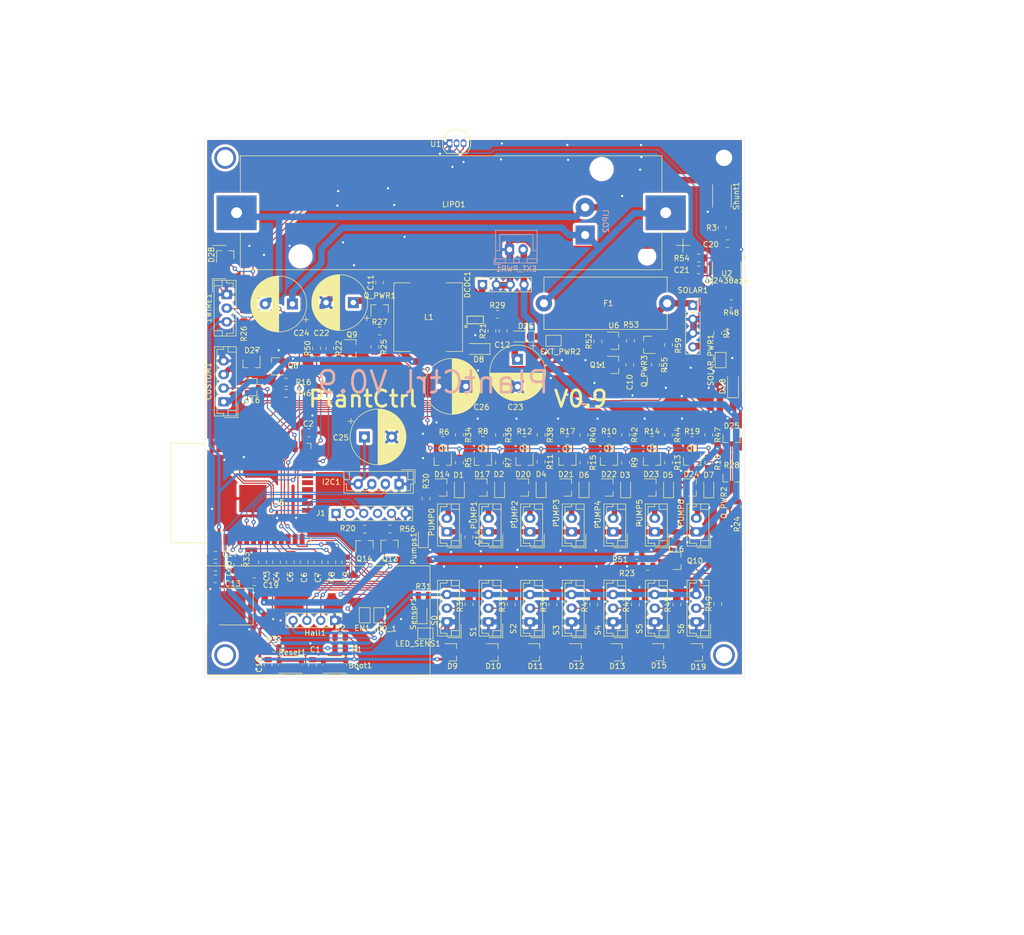
<source format=kicad_pcb>
(kicad_pcb (version 20171130) (host pcbnew 5.1.10)
  (layers (0 F.Cu signal) (31 B.Cu signal) (34 B.Paste user) (35 F.Paste user) (36 B.SilkS user) (37 F.SilkS user) (38 B.Mask user) (39 F.Mask user) (44 Edge.Cuts user))
  (net 0 "")
  (net 1 PLANT1_PUMP)
  (net 2 PLANT2_PUMP)
  (net 3 PLANT3_PUMP)
  (net 4 PLANT4_PUMP)
  (net 5 PLANT5_PUMP)
  (net 6 PLANT6_PUMP)
  (net 7 GND)
  (net 8 PLANT6_MOIST)
  (net 9 PLANT5_MOIST)
  (net 10 PLANT4_MOIST)
  (net 11 PLANT3_MOIST)
  (net 12 PLANT2_MOIST)
  (net 13 PLANT1_MOIST)
  (net 14 PLANT_CTRL_PUMP_0)
  (net 15 PUMP_PWR)
  (net 16 PWR_PUMP_CONVERTER)
  (net 17 3_3V)
  (net 18 Temp)
  (net 19 PLANT0_PUMP)
  (net 20 PWR_SENSORS)
  (net 21 PLANT0_MOIST)
  (net 22 "Net-(R35-Pad1)")
  (net 23 PLANT_CTRL_PUMP_1)
  (net 24 "Net-(R37-Pad1)")
  (net 25 PLANT_CTRL_PUMP_2)
  (net 26 "Net-(R39-Pad1)")
  (net 27 PLANT_CTRL_PUMP_3)
  (net 28 "Net-(R41-Pad1)")
  (net 29 PLANT_CTRL_PUMP_4)
  (net 30 "Net-(R43-Pad1)")
  (net 31 PLANT_CTRL_PUMP_5)
  (net 32 "Net-(R45-Pad1)")
  (net 33 PLANT_CTRL_PUMP_6)
  (net 34 "Net-(R49-Pad1)")
  (net 35 PUMP_ENABLE)
  (net 36 SENSORS_ENABLE)
  (net 37 "Net-(C10-Pad2)")
  (net 38 VCC_BATT)
  (net 39 "Net-(D8-Pad2)")
  (net 40 "Net-(R21-Pad2)")
  (net 41 "Net-(D1-Pad2)")
  (net 42 "Net-(D2-Pad2)")
  (net 43 "Net-(D3-Pad2)")
  (net 44 "Net-(D4-Pad2)")
  (net 45 "Net-(D5-Pad2)")
  (net 46 "Net-(D6-Pad2)")
  (net 47 "Net-(D7-Pad2)")
  (net 48 "Net-(Pumps1-Pad2)")
  (net 49 "Net-(Q1-Pad1)")
  (net 50 "Net-(Q2-Pad1)")
  (net 51 "Net-(Q3-Pad1)")
  (net 52 "Net-(Q4-Pad1)")
  (net 53 "Net-(Q5-Pad1)")
  (net 54 "Net-(Q6-Pad1)")
  (net 55 "Net-(Q7-Pad1)")
  (net 56 "Net-(Q8-Pad1)")
  (net 57 "Net-(Q9-Pad3)")
  (net 58 "Net-(Q9-Pad1)")
  (net 59 "Net-(Q10-Pad3)")
  (net 60 "Net-(Q10-Pad1)")
  (net 61 "Net-(Q_PWR1-Pad1)")
  (net 62 "Net-(Q_PWR2-Pad1)")
  (net 63 "Net-(R31-Pad1)")
  (net 64 "Net-(C12-Pad1)")
  (net 65 "Net-(C19-Pad2)")
  (net 66 VCC)
  (net 67 "Net-(C18-Pad2)")
  (net 68 "Net-(Q_PWR3-Pad1)")
  (net 69 SOLAR_IN)
  (net 70 "Net-(C2-Pad2)")
  (net 71 "Net-(C20-Pad1)")
  (net 72 "Net-(D18-Pad2)")
  (net 73 "Net-(I2C1-Pad3)")
  (net 74 "Net-(I2C1-Pad2)")
  (net 75 "Net-(R4-Pad1)")
  (net 76 "Net-(C21-Pad1)")
  (net 77 "Net-(CUSTOM1-Pad3)")
  (net 78 "Net-(LED_SENS1-Pad1)")
  (net 79 Rsense+)
  (net 80 HALL_TX)
  (net 81 EN)
  (net 82 IO0)
  (net 83 RTS)
  (net 84 "Net-(Q13-Pad2)")
  (net 85 DTR)
  (net 86 "Net-(Q14-Pad2)")
  (net 87 ESP_RX)
  (net 88 ESP_TX)
  (net 89 "Net-(Boot1-Pad2)")
  (net 90 CUSTOM_GPIO1)
  (net 91 VCC_FUSED_ALWAYS)
  (net 92 HALL_RX)
  (net 93 "Net-(Q11-Pad3)")
  (net 94 GPIO2)
  (net 95 "Net-(R52-Pad2)")
  (net 96 "Net-(J1-Pad4)")
  (net 97 "Net-(U2-Pad7)")
  (net 98 "Net-(U2-Pad6)")
  (net 99 "Net-(U4-Pad6)")
  (net 100 "Net-(U5-Pad17)")
  (net 101 "Net-(U5-Pad18)")
  (net 102 "Net-(U5-Pad19)")
  (net 103 "Net-(U5-Pad20)")
  (net 104 "Net-(U5-Pad21)")
  (net 105 "Net-(U5-Pad22)")
  (net 106 "Net-(U5-Pad32)")
  (module Capacitor_THT:CP_Radial_D10.0mm_P5.00mm (layer F.Cu) (at 213.106 86.36)
    (fp_text reference C26 (at 7.874 3.81) (layer F.SilkS))
    (fp_text value 1000uF)
    (pad 2 thru_hole circle (at 5 0) (size 2 2) (drill 1) (layers *.Cu *.Mask) (net 7 GND))
    (pad 1 thru_hole rect (at 0 0) (size 2 2) (drill 1) (layers *.Cu *.Mask) (net 66 VCC))
  )
  (module Package_TO_SOT_SMD:SOT-23 (layer F.Cu) (at 173.99 62.23 90)
    (fp_text reference D28 (at 0 -2.5 90) (layer F.SilkS))
    (fp_text value BAS40-04)
    (pad 3 smd rect (at 1 0 90) (size 0.9 0.8) (layers F.Cu F.Paste F.Mask) (net 18 Temp))
    (pad 2 smd rect (at -1 0.95 90) (size 0.9 0.8) (layers F.Cu F.Paste F.Mask) (net 17 3_3V))
    (pad 1 smd rect (at -1 -0.95 90) (size 0.9 0.8) (layers F.Cu F.Paste F.Mask) (net 7 GND))
  )
  (module Jumper:SolderJumper-2_P1.3mm_Open_Pad1.0x1.5mm (layer F.Cu) (at 264.795 81.534 90)
    (fp_text reference SOLAR_PWR1 (at 0 -1.8 90) (layer F.SilkS))
    (fp_text value NC)
    (pad 1 smd rect (at -0.65 0 90) (size 1 1.5) (layers F.Cu F.Mask) (net 72 "Net-(D18-Pad2)"))
    (pad 2 smd rect (at 0.65 0 90) (size 1 1.5) (layers F.Cu F.Mask) (net 69 SOLAR_IN))
  )
  (module Connector_PinSocket_2.54mm:PinSocket_1x04_P2.54mm_Vertical (layer F.Cu) (at 259.715 71.501)
    (fp_text reference SOLAR1 (at 0 -2.77) (layer F.SilkS))
    (fp_text value Conn_01x04)
    (pad 4 thru_hole oval (at 0 7.62) (size 1.7 1.7) (drill 1) (layers *.Cu *.Mask) (net 69 SOLAR_IN))
    (pad 3 thru_hole oval (at 0 5.08) (size 1.7 1.7) (drill 1) (layers *.Cu *.Mask) (net 7 GND))
    (pad 2 thru_hole oval (at 0 2.54) (size 1.7 1.7) (drill 1) (layers *.Cu *.Mask) (net 7 GND))
    (pad 1 thru_hole rect (at 0 0) (size 1.7 1.7) (drill 1) (layers *.Cu *.Mask) (net 91 VCC_FUSED_ALWAYS))
  )
  (module Resistor_SMD:R_0805_2012Metric (layer F.Cu) (at 252.857 82.423 270)
    (fp_text reference R55 (at 0 -1.65 90) (layer F.SilkS))
    (fp_text value 1k)
    (pad 2 smd roundrect (at 0.9375 0 270) (size 0.975 1.4) (layers F.Cu F.Paste F.Mask) (net 93 "Net-(Q11-Pad3)"))
    (pad 1 smd roundrect (at -0.9375 0 270) (size 0.975 1.4) (layers F.Cu F.Paste F.Mask) (net 68 "Net-(Q_PWR3-Pad1)"))
  )
  (module Resistor_SMD:R_0805_2012Metric (layer F.Cu) (at 248.285 77.978 270)
    (fp_text reference R53 (at -2.921 -0.127 180) (layer F.SilkS))
    (fp_text value 100k)
    (pad 2 smd roundrect (at 0.9375 0 270) (size 0.975 1.4) (layers F.Cu F.Paste F.Mask) (net 37 "Net-(C10-Pad2)"))
    (pad 1 smd roundrect (at -0.9375 0 270) (size 0.975 1.4) (layers F.Cu F.Paste F.Mask) (net 91 VCC_FUSED_ALWAYS))
  )
  (module Resistor_SMD:R_0805_2012Metric (layer F.Cu) (at 242.316 78.105 90)
    (fp_text reference R52 (at 0 -1.65 90) (layer F.SilkS))
    (fp_text value 1k)
    (pad 2 smd roundrect (at 0.9375 0 90) (size 0.975 1.4) (layers F.Cu F.Paste F.Mask) (net 95 "Net-(R52-Pad2)"))
    (pad 1 smd roundrect (at -0.9375 0 90) (size 0.975 1.4) (layers F.Cu F.Paste F.Mask) (net 37 "Net-(C10-Pad2)"))
  )
  (module Resistor_SMD:R_0805_2012Metric (layer F.Cu) (at 201.422 79.121 270)
    (fp_text reference R25 (at 0 -1.65 90) (layer F.SilkS))
    (fp_text value 1k)
    (pad 2 smd roundrect (at 0.9375 0 270) (size 0.975 1.4) (layers F.Cu F.Paste F.Mask) (net 57 "Net-(Q9-Pad3)"))
    (pad 1 smd roundrect (at -0.9375 0 270) (size 0.975 1.4) (layers F.Cu F.Paste F.Mask) (net 61 "Net-(Q_PWR1-Pad1)"))
  )
  (module Resistor_SMD:R_0805_2012Metric (layer F.Cu) (at 267.843 108.458 270)
    (fp_text reference R24 (at 3.175 0 90) (layer F.SilkS))
    (fp_text value 1k)
    (pad 2 smd roundrect (at 0.9375 0 270) (size 0.975 1.4) (layers F.Cu F.Paste F.Mask) (net 59 "Net-(Q10-Pad3)"))
    (pad 1 smd roundrect (at -0.9375 0 270) (size 0.975 1.4) (layers F.Cu F.Paste F.Mask) (net 62 "Net-(Q_PWR2-Pad1)"))
  )
  (module Package_TO_SOT_SMD:SOT-23 (layer F.Cu) (at 245.364 82.423)
    (fp_text reference Q11 (at -3.048 0) (layer F.SilkS))
    (fp_text value "N-channel 30V 5A")
    (pad 3 smd rect (at 1 0) (size 0.9 0.8) (layers F.Cu F.Paste F.Mask) (net 93 "Net-(Q11-Pad3)"))
    (pad 2 smd rect (at -1 0.95) (size 0.9 0.8) (layers F.Cu F.Paste F.Mask) (net 7 GND))
    (pad 1 smd rect (at -1 -0.95) (size 0.9 0.8) (layers F.Cu F.Paste F.Mask) (net 37 "Net-(C10-Pad2)"))
  )
  (module Package_TO_SOT_SMD:SOT-23 (layer F.Cu) (at 178.816 82.169 270)
    (fp_text reference D27 (at -2.413 -0.127 180) (layer F.SilkS))
    (fp_text value BAS40-04)
    (pad 3 smd rect (at 1 0 270) (size 0.9 0.8) (layers F.Cu F.Paste F.Mask) (net 77 "Net-(CUSTOM1-Pad3)"))
    (pad 2 smd rect (at -1 0.95 270) (size 0.9 0.8) (layers F.Cu F.Paste F.Mask) (net 66 VCC))
    (pad 1 smd rect (at -1 -0.95 270) (size 0.9 0.8) (layers F.Cu F.Paste F.Mask) (net 7 GND))
  )
  (module Capacitor_THT:CP_Radial_D10.0mm_P5.00mm (layer F.Cu) (at 199.517 95.631)
    (fp_text reference C25 (at -4.318 0.127) (layer F.SilkS))
    (fp_text value 1000uF)
    (pad 2 thru_hole circle (at 5 0) (size 2 2) (drill 1) (layers *.Cu *.Mask) (net 7 GND))
    (pad 1 thru_hole rect (at 0 0) (size 2 2) (drill 1) (layers *.Cu *.Mask) (net 17 3_3V))
  )
  (module Capacitor_SMD:C_0805_2012Metric (layer F.Cu) (at 248.158 82.423 90)
    (fp_text reference C10 (at -3.175 0 90) (layer F.SilkS))
    (fp_text value 100n)
    (pad 2 smd roundrect (at 0.9375 0 90) (size 0.975 1.4) (layers F.Cu F.Paste F.Mask) (net 37 "Net-(C10-Pad2)"))
    (pad 1 smd roundrect (at -0.9375 0 90) (size 0.975 1.4) (layers F.Cu F.Paste F.Mask) (net 7 GND))
  )
  (module LED_SMD:LED_0805_2012Metric_Castellated (layer F.Cu) (at 210.058 128.016 90)
    (fp_text reference Sensor1 (at 0 -1.6 90) (layer F.SilkS))
    (fp_text value LED_green)
    (pad 2 smd roundrect (at 0.9625 0 90) (size 1.325 1.3) (layers F.Cu F.Paste F.Mask) (roundrect_rratio 0.192308) (net 63 "Net-(R31-Pad1)"))
    (pad 1 smd roundrect (at -0.9625 0 90) (size 1.325 1.3) (layers F.Cu F.Paste F.Mask) (roundrect_rratio 0.192308) (net 78 "Net-(LED_SENS1-Pad1)"))
  )
  (module Resistor_SMD:R_0805_2012Metric (layer F.Cu) (at 255.27 78.74 90)
    (fp_text reference R59 (at -0.127 1.778 90) (layer F.SilkS))
    (fp_text value 10k)
    (pad 2 smd roundrect (at 0.9375 0 90) (size 0.975 1.4) (layers F.Cu F.Paste F.Mask) (net 91 VCC_FUSED_ALWAYS))
    (pad 1 smd roundrect (at -0.9375 0 90) (size 0.975 1.4) (layers F.Cu F.Paste F.Mask) (net 68 "Net-(Q_PWR3-Pad1)"))
  )
  (module Resistor_SMD:R_0805_2012Metric (layer F.Cu) (at 204.1652 112.522)
    (fp_text reference R56 (at 3.2258 0) (layer F.SilkS))
    (fp_text value 10k)
    (pad 2 smd roundrect (at 0.9375 0) (size 0.975 1.4) (layers F.Cu F.Paste F.Mask) (net 83 RTS))
    (pad 1 smd roundrect (at -0.9375 0) (size 0.975 1.4) (layers F.Cu F.Paste F.Mask) (net 86 "Net-(Q14-Pad2)"))
  )
  (module Resistor_SMD:R_0805_2012Metric (layer F.Cu) (at 260.7818 64.9732)
    (fp_text reference R54 (at -3.0988 -2.1082) (layer F.SilkS))
    (fp_text value 100k)
    (pad 2 smd roundrect (at 0.9375 0) (size 0.975 1.4) (layers F.Cu F.Paste F.Mask) (net 76 "Net-(C21-Pad1)"))
    (pad 1 smd roundrect (at -0.9375 0) (size 0.975 1.4) (layers F.Cu F.Paste F.Mask) (net 75 "Net-(R4-Pad1)"))
  )
  (module Resistor_SMD:R_0805_2012Metric (layer F.Cu) (at 249.428 117.348 180)
    (fp_text reference R51 (at 3.048 -0.762) (layer F.SilkS))
    (fp_text value 1k)
    (pad 2 smd roundrect (at 0.9375 0 180) (size 0.975 1.4) (layers F.Cu F.Paste F.Mask) (net 36 SENSORS_ENABLE))
    (pad 1 smd roundrect (at -0.9375 0 180) (size 0.975 1.4) (layers F.Cu F.Paste F.Mask) (net 60 "Net-(Q10-Pad1)"))
  )
  (module Resistor_SMD:R_0805_2012Metric (layer F.Cu) (at 190.754 79.375 270)
    (fp_text reference R50 (at 0 1.651 90) (layer F.SilkS))
    (fp_text value 1k)
    (pad 2 smd roundrect (at 0.9375 0 270) (size 0.975 1.4) (layers F.Cu F.Paste F.Mask) (net 35 PUMP_ENABLE))
    (pad 1 smd roundrect (at -0.9375 0 270) (size 0.975 1.4) (layers F.Cu F.Paste F.Mask) (net 58 "Net-(Q9-Pad1)"))
  )
  (module Resistor_SMD:R_0805_2012Metric (layer F.Cu) (at 264.287 126.238 90)
    (fp_text reference R49 (at 0 -1.65 90) (layer F.SilkS))
    (fp_text value 1k)
    (pad 2 smd roundrect (at 0.9375 0 90) (size 0.975 1.4) (layers F.Cu F.Paste F.Mask) (net 8 PLANT6_MOIST))
    (pad 1 smd roundrect (at -0.9375 0 90) (size 0.975 1.4) (layers F.Cu F.Paste F.Mask) (net 34 "Net-(R49-Pad1)"))
  )
  (module Resistor_SMD:R_0805_2012Metric (layer F.Cu) (at 266.7508 71.1962 180)
    (fp_text reference R48 (at 0 -1.65) (layer F.SilkS))
    (fp_text value 10k)
    (pad 2 smd roundrect (at 0.9375 0 180) (size 0.975 1.4) (layers F.Cu F.Paste F.Mask) (net 75 "Net-(R4-Pad1)"))
    (pad 1 smd roundrect (at -0.9375 0 180) (size 0.975 1.4) (layers F.Cu F.Paste F.Mask) (net 79 Rsense+))
  )
  (module Resistor_SMD:R_0805_2012Metric (layer F.Cu) (at 262.636 95.25 270)
    (fp_text reference R47 (at 0 -1.65 90) (layer F.SilkS))
    (fp_text value 1k)
    (pad 2 smd roundrect (at 0.9375 0 270) (size 0.975 1.4) (layers F.Cu F.Paste F.Mask) (net 56 "Net-(Q8-Pad1)"))
    (pad 1 smd roundrect (at -0.9375 0 270) (size 0.975 1.4) (layers F.Cu F.Paste F.Mask) (net 33 PLANT_CTRL_PUMP_6))
  )
  (module Resistor_SMD:R_0805_2012Metric (layer F.Cu) (at 185.166 87.63)
    (fp_text reference R46 (at 3.175 0) (layer F.SilkS))
    (fp_text value 1k)
    (pad 2 smd roundrect (at 0.9375 0) (size 0.975 1.4) (layers F.Cu F.Paste F.Mask) (net 94 GPIO2))
    (pad 1 smd roundrect (at -0.9375 0) (size 0.975 1.4) (layers F.Cu F.Paste F.Mask) (net 54 "Net-(Q6-Pad1)"))
  )
  (module Resistor_SMD:R_0805_2012Metric (layer F.Cu) (at 256.794 126.365 90)
    (fp_text reference R45 (at 0 -1.65 90) (layer F.SilkS))
    (fp_text value 1k)
    (pad 2 smd roundrect (at 0.9375 0 90) (size 0.975 1.4) (layers F.Cu F.Paste F.Mask) (net 9 PLANT5_MOIST))
    (pad 1 smd roundrect (at -0.9375 0 90) (size 0.975 1.4) (layers F.Cu F.Paste F.Mask) (net 32 "Net-(R45-Pad1)"))
  )
  (module Resistor_SMD:R_0805_2012Metric (layer F.Cu) (at 255.27 95.25 270)
    (fp_text reference R44 (at 0 -1.65 90) (layer F.SilkS))
    (fp_text value 1k)
    (pad 2 smd roundrect (at 0.9375 0 270) (size 0.975 1.4) (layers F.Cu F.Paste F.Mask) (net 53 "Net-(Q5-Pad1)"))
    (pad 1 smd roundrect (at -0.9375 0 270) (size 0.975 1.4) (layers F.Cu F.Paste F.Mask) (net 31 PLANT_CTRL_PUMP_5))
  )
  (module Resistor_SMD:R_0805_2012Metric (layer F.Cu) (at 249.174 126.365 90)
    (fp_text reference R43 (at 0 -1.65 90) (layer F.SilkS))
    (fp_text value 1k)
    (pad 2 smd roundrect (at 0.9375 0 90) (size 0.975 1.4) (layers F.Cu F.Paste F.Mask) (net 10 PLANT4_MOIST))
    (pad 1 smd roundrect (at -0.9375 0 90) (size 0.975 1.4) (layers F.Cu F.Paste F.Mask) (net 30 "Net-(R43-Pad1)"))
  )
  (module Resistor_SMD:R_0805_2012Metric (layer F.Cu) (at 247.396 95.25 270)
    (fp_text reference R42 (at 0 -1.65 90) (layer F.SilkS))
    (fp_text value 1k)
    (pad 2 smd roundrect (at 0.9375 0 270) (size 0.975 1.4) (layers F.Cu F.Paste F.Mask) (net 51 "Net-(Q3-Pad1)"))
    (pad 1 smd roundrect (at -0.9375 0 270) (size 0.975 1.4) (layers F.Cu F.Paste F.Mask) (net 29 PLANT_CTRL_PUMP_4))
  )
  (module Resistor_SMD:R_0805_2012Metric (layer F.Cu) (at 241.554 126.365 90)
    (fp_text reference R41 (at 0 -1.65 90) (layer F.SilkS))
    (fp_text value 1k)
    (pad 2 smd roundrect (at 0.9375 0 90) (size 0.975 1.4) (layers F.Cu F.Paste F.Mask) (net 11 PLANT3_MOIST))
    (pad 1 smd roundrect (at -0.9375 0 90) (size 0.975 1.4) (layers F.Cu F.Paste F.Mask) (net 28 "Net-(R41-Pad1)"))
  )
  (module Resistor_SMD:R_0805_2012Metric (layer F.Cu) (at 239.776 95.266 270)
    (fp_text reference R40 (at 0 -1.65 90) (layer F.SilkS))
    (fp_text value 1k)
    (pad 2 smd roundrect (at 0.9375 0 270) (size 0.975 1.4) (layers F.Cu F.Paste F.Mask) (net 55 "Net-(Q7-Pad1)"))
    (pad 1 smd roundrect (at -0.9375 0 270) (size 0.975 1.4) (layers F.Cu F.Paste F.Mask) (net 27 PLANT_CTRL_PUMP_3))
  )
  (module Resistor_SMD:R_0805_2012Metric (layer F.Cu) (at 234.061 126.365 90)
    (fp_text reference R39 (at 0 -1.65 90) (layer F.SilkS))
    (fp_text value 1k)
    (pad 2 smd roundrect (at 0.9375 0 90) (size 0.975 1.4) (layers F.Cu F.Paste F.Mask) (net 12 PLANT2_MOIST))
    (pad 1 smd roundrect (at -0.9375 0 90) (size 0.975 1.4) (layers F.Cu F.Paste F.Mask) (net 26 "Net-(R39-Pad1)"))
  )
  (module Resistor_SMD:R_0805_2012Metric (layer F.Cu) (at 231.902 95.266 270)
    (fp_text reference R38 (at 0 -1.65 90) (layer F.SilkS))
    (fp_text value 1k)
    (pad 2 smd roundrect (at 0.9375 0 270) (size 0.975 1.4) (layers F.Cu F.Paste F.Mask) (net 52 "Net-(Q4-Pad1)"))
    (pad 1 smd roundrect (at -0.9375 0 270) (size 0.975 1.4) (layers F.Cu F.Paste F.Mask) (net 25 PLANT_CTRL_PUMP_2))
  )
  (module Resistor_SMD:R_0805_2012Metric (layer F.Cu) (at 226.441 126.349 90)
    (fp_text reference R37 (at 0 -1.65 90) (layer F.SilkS))
    (fp_text value 1k)
    (pad 2 smd roundrect (at 0.9375 0 90) (size 0.975 1.4) (layers F.Cu F.Paste F.Mask) (net 13 PLANT1_MOIST))
    (pad 1 smd roundrect (at -0.9375 0 90) (size 0.975 1.4) (layers F.Cu F.Paste F.Mask) (net 24 "Net-(R37-Pad1)"))
  )
  (module Resistor_SMD:R_0805_2012Metric (layer F.Cu) (at 224.282 95.266 270)
    (fp_text reference R36 (at 0 -1.65 90) (layer F.SilkS))
    (fp_text value 1k)
    (pad 2 smd roundrect (at 0.9375 0 270) (size 0.975 1.4) (layers F.Cu F.Paste F.Mask) (net 50 "Net-(Q2-Pad1)"))
    (pad 1 smd roundrect (at -0.9375 0 270) (size 0.975 1.4) (layers F.Cu F.Paste F.Mask) (net 23 PLANT_CTRL_PUMP_1))
  )
  (module Resistor_SMD:R_0805_2012Metric (layer F.Cu) (at 218.694 126.349 90)
    (fp_text reference R35 (at 0 -1.65 90) (layer F.SilkS))
    (fp_text value 1k)
    (pad 2 smd roundrect (at 0.9375 0 90) (size 0.975 1.4) (layers F.Cu F.Paste F.Mask) (net 21 PLANT0_MOIST))
    (pad 1 smd roundrect (at -0.9375 0 90) (size 0.975 1.4) (layers F.Cu F.Paste F.Mask) (net 22 "Net-(R35-Pad1)"))
  )
  (module Resistor_SMD:R_0805_2012Metric (layer F.Cu) (at 216.916 95.25 270)
    (fp_text reference R34 (at 0 -1.65 90) (layer F.SilkS))
    (fp_text value 1k)
    (pad 2 smd roundrect (at 0.9375 0 270) (size 0.975 1.4) (layers F.Cu F.Paste F.Mask) (net 49 "Net-(Q1-Pad1)"))
    (pad 1 smd roundrect (at -0.9375 0 270) (size 0.975 1.4) (layers F.Cu F.Paste F.Mask) (net 14 PLANT_CTRL_PUMP_0))
  )
  (module Resistor_SMD:R_0805_2012Metric (layer F.Cu) (at 176.276 119.126 270)
    (fp_text reference R33 (at -1.016 -1.651 90) (layer F.SilkS))
    (fp_text value 10k)
    (pad 2 smd roundrect (at 0.9375 0 270) (size 0.975 1.4) (layers F.Cu F.Paste F.Mask) (net 17 3_3V))
    (pad 1 smd roundrect (at -0.9375 0 270) (size 0.975 1.4) (layers F.Cu F.Paste F.Mask) (net 65 "Net-(C19-Pad2)"))
  )
  (module Resistor_SMD:R_0805_2012Metric (layer F.Cu) (at 182.88 134.366)
    (fp_text reference R32 (at 0 -1.65) (layer F.SilkS))
    (fp_text value 1k)
    (pad 2 smd roundrect (at 0.9375 0) (size 0.975 1.4) (layers F.Cu F.Paste F.Mask) (net 67 "Net-(C18-Pad2)"))
    (pad 1 smd roundrect (at -0.9375 0) (size 0.975 1.4) (layers F.Cu F.Paste F.Mask) (net 65 "Net-(C19-Pad2)"))
  )
  (module Resistor_SMD:R_0805_2012Metric (layer F.Cu) (at 210.312 124.714)
    (fp_text reference R31 (at 0 -1.65) (layer F.SilkS))
    (fp_text value 4,7K)
    (pad 2 smd roundrect (at 0.9375 0) (size 0.975 1.4) (layers F.Cu F.Paste F.Mask) (net 20 PWR_SENSORS))
    (pad 1 smd roundrect (at -0.9375 0) (size 0.975 1.4) (layers F.Cu F.Paste F.Mask) (net 63 "Net-(R31-Pad1)"))
  )
  (module Resistor_SMD:R_0805_2012Metric (layer F.Cu) (at 210.82 106.934 270)
    (fp_text reference R30 (at -3.175 0 90) (layer F.SilkS))
    (fp_text value 270)
    (pad 2 smd roundrect (at 0.9375 0 270) (size 0.975 1.4) (layers F.Cu F.Paste F.Mask) (net 48 "Net-(Pumps1-Pad2)"))
    (pad 1 smd roundrect (at -0.9375 0 270) (size 0.975 1.4) (layers F.Cu F.Paste F.Mask) (net 16 PWR_PUMP_CONVERTER))
  )
  (module Resistor_SMD:R_0805_2012Metric (layer F.Cu) (at 223.901 73.152)
    (fp_text reference R29 (at 0 -1.65) (layer F.SilkS))
    (fp_text value 1k)
    (pad 2 smd roundrect (at 0.9375 0) (size 0.975 1.4) (layers F.Cu F.Paste F.Mask) (net 7 GND))
    (pad 1 smd roundrect (at -0.9375 0) (size 0.975 1.4) (layers F.Cu F.Paste F.Mask) (net 40 "Net-(R21-Pad2)"))
  )
  (module Resistor_SMD:R_0805_2012Metric (layer F.Cu) (at 266.827 99.187 180)
    (fp_text reference R28 (at 0 -1.65) (layer F.SilkS))
    (fp_text value 10k)
    (pad 2 smd roundrect (at 0.9375 0 180) (size 0.975 1.4) (layers F.Cu F.Paste F.Mask) (net 66 VCC))
    (pad 1 smd roundrect (at -0.9375 0 180) (size 0.975 1.4) (layers F.Cu F.Paste F.Mask) (net 62 "Net-(Q_PWR2-Pad1)"))
  )
  (module Resistor_SMD:R_0805_2012Metric (layer F.Cu) (at 202.311 76.2)
    (fp_text reference R27 (at 0 -1.65) (layer F.SilkS))
    (fp_text value 10k)
    (pad 2 smd roundrect (at 0.9375 0) (size 0.975 1.4) (layers F.Cu F.Paste F.Mask) (net 66 VCC))
    (pad 1 smd roundrect (at -0.9375 0) (size 0.975 1.4) (layers F.Cu F.Paste F.Mask) (net 61 "Net-(Q_PWR1-Pad1)"))
  )
  (module Resistor_SMD:R_0805_2012Metric (layer F.Cu) (at 177.419 73.406 270)
    (fp_text reference R26 (at 3.302 0 90) (layer F.SilkS))
    (fp_text value 2.2k)
    (pad 2 smd roundrect (at 0.9375 0 270) (size 0.975 1.4) (layers F.Cu F.Paste F.Mask) (net 17 3_3V))
    (pad 1 smd roundrect (at -0.9375 0 270) (size 0.975 1.4) (layers F.Cu F.Paste F.Mask) (net 18 Temp))
  )
  (module Resistor_SMD:R_0805_2012Metric (layer F.Cu) (at 251.46 119.38)
    (fp_text reference R23 (at -3.81 1.27) (layer F.SilkS))
    (fp_text value 10k)
    (pad 2 smd roundrect (at 0.9375 0) (size 0.975 1.4) (layers F.Cu F.Paste F.Mask) (net 7 GND))
    (pad 1 smd roundrect (at -0.9375 0) (size 0.975 1.4) (layers F.Cu F.Paste F.Mask) (net 60 "Net-(Q10-Pad1)"))
  )
  (module Resistor_SMD:R_0805_2012Metric (layer F.Cu) (at 193.167 79.375 270)
    (fp_text reference R22 (at 0 -1.65 90) (layer F.SilkS))
    (fp_text value 10k)
    (pad 2 smd roundrect (at 0.9375 0 270) (size 0.975 1.4) (layers F.Cu F.Paste F.Mask) (net 7 GND))
    (pad 1 smd roundrect (at -0.9375 0 270) (size 0.975 1.4) (layers F.Cu F.Paste F.Mask) (net 58 "Net-(Q9-Pad1)"))
  )
  (module Resistor_SMD:R_0805_2012Metric (layer F.Cu) (at 222.885 76.2 90)
    (fp_text reference R21 (at 0 -1.65 90) (layer F.SilkS))
    (fp_text value 19k-19.5K)
    (pad 2 smd roundrect (at 0.9375 0 90) (size 0.975 1.4) (layers F.Cu F.Paste F.Mask) (net 40 "Net-(R21-Pad2)"))
    (pad 1 smd roundrect (at -0.9375 0 90) (size 0.975 1.4) (layers F.Cu F.Paste F.Mask) (net 64 "Net-(C12-Pad1)"))
  )
  (module Resistor_SMD:R_0805_2012Metric (layer F.Cu) (at 199.5678 112.5474 180)
    (fp_text reference R20 (at 3.0988 0.1524) (layer F.SilkS))
    (fp_text value 10k)
    (pad 2 smd roundrect (at 0.9375 0 180) (size 0.975 1.4) (layers F.Cu F.Paste F.Mask) (net 85 DTR))
    (pad 1 smd roundrect (at -0.9375 0 180) (size 0.975 1.4) (layers F.Cu F.Paste F.Mask) (net 84 "Net-(Q13-Pad2)"))
  )
  (module Resistor_SMD:R_0805_2012Metric (layer F.Cu) (at 259.572 96.266 180)
    (fp_text reference R19 (at -0.016 1.651) (layer F.SilkS))
    (fp_text value 10k)
    (pad 2 smd roundrect (at 0.9375 0 180) (size 0.975 1.4) (layers F.Cu F.Paste F.Mask) (net 7 GND))
    (pad 1 smd roundrect (at -0.9375 0 180) (size 0.975 1.4) (layers F.Cu F.Paste F.Mask) (net 56 "Net-(Q8-Pad1)"))
  )
  (module Resistor_SMD:R_0805_2012Metric (layer F.Cu) (at 262.636 100.314 270)
    (fp_text reference R18 (at 0 -1.65 90) (layer F.SilkS))
    (fp_text value 270)
    (pad 2 smd roundrect (at 0.9375 0 270) (size 0.975 1.4) (layers F.Cu F.Paste F.Mask) (net 47 "Net-(D7-Pad2)"))
    (pad 1 smd roundrect (at -0.9375 0 270) (size 0.975 1.4) (layers F.Cu F.Paste F.Mask) (net 16 PWR_PUMP_CONVERTER))
  )
  (module Resistor_SMD:R_0805_2012Metric (layer F.Cu) (at 236.712 96.266 180)
    (fp_text reference R17 (at -0.016 1.651) (layer F.SilkS))
    (fp_text value 10K)
    (pad 2 smd roundrect (at 0.9375 0 180) (size 0.975 1.4) (layers F.Cu F.Paste F.Mask) (net 7 GND))
    (pad 1 smd roundrect (at -0.9375 0 180) (size 0.975 1.4) (layers F.Cu F.Paste F.Mask) (net 55 "Net-(Q7-Pad1)"))
  )
  (module Resistor_SMD:R_0805_2012Metric (layer F.Cu) (at 185.166 85.598)
    (fp_text reference R16 (at 3.175 0) (layer F.SilkS))
    (fp_text value 10k)
    (pad 2 smd roundrect (at 0.9375 0) (size 0.975 1.4) (layers F.Cu F.Paste F.Mask) (net 7 GND))
    (pad 1 smd roundrect (at -0.9375 0) (size 0.975 1.4) (layers F.Cu F.Paste F.Mask) (net 54 "Net-(Q6-Pad1)"))
  )
  (module Resistor_SMD:R_0805_2012Metric (layer F.Cu) (at 239.776 100.346 270)
    (fp_text reference R15 (at 0 -1.65 90) (layer F.SilkS))
    (fp_text value 270)
    (pad 2 smd roundrect (at 0.9375 0 270) (size 0.975 1.4) (layers F.Cu F.Paste F.Mask) (net 46 "Net-(D6-Pad2)"))
    (pad 1 smd roundrect (at -0.9375 0 270) (size 0.975 1.4) (layers F.Cu F.Paste F.Mask) (net 16 PWR_PUMP_CONVERTER))
  )
  (module Resistor_SMD:R_0805_2012Metric (layer F.Cu) (at 252.222 96.266 180)
    (fp_text reference R14 (at 0 1.651) (layer F.SilkS))
    (fp_text value 10k)
    (pad 2 smd roundrect (at 0.9375 0 180) (size 0.975 1.4) (layers F.Cu F.Paste F.Mask) (net 7 GND))
    (pad 1 smd roundrect (at -0.9375 0 180) (size 0.975 1.4) (layers F.Cu F.Paste F.Mask) (net 53 "Net-(Q5-Pad1)"))
  )
  (module Resistor_SMD:R_0805_2012Metric (layer F.Cu) (at 255.27 100.33 270)
    (fp_text reference R13 (at 0 -1.65 90) (layer F.SilkS))
    (fp_text value 270)
    (pad 2 smd roundrect (at 0.9375 0 270) (size 0.975 1.4) (layers F.Cu F.Paste F.Mask) (net 45 "Net-(D5-Pad2)"))
    (pad 1 smd roundrect (at -0.9375 0 270) (size 0.975 1.4) (layers F.Cu F.Paste F.Mask) (net 16 PWR_PUMP_CONVERTER))
  )
  (module Resistor_SMD:R_0805_2012Metric (layer F.Cu) (at 228.838 96.266 180)
    (fp_text reference R12 (at 0 1.651) (layer F.SilkS))
    (fp_text value 10k)
    (pad 2 smd roundrect (at 0.9375 0 180) (size 0.975 1.4) (layers F.Cu F.Paste F.Mask) (net 7 GND))
    (pad 1 smd roundrect (at -0.9375 0 180) (size 0.975 1.4) (layers F.Cu F.Paste F.Mask) (net 52 "Net-(Q4-Pad1)"))
  )
  (module Resistor_SMD:R_0805_2012Metric (layer F.Cu) (at 231.902 100.203 270)
    (fp_text reference R11 (at 0 -1.65 90) (layer F.SilkS))
    (fp_text value 270)
    (pad 2 smd roundrect (at 0.9375 0 270) (size 0.975 1.4) (layers F.Cu F.Paste F.Mask) (net 44 "Net-(D4-Pad2)"))
    (pad 1 smd roundrect (at -0.9375 0 270) (size 0.975 1.4) (layers F.Cu F.Paste F.Mask) (net 16 PWR_PUMP_CONVERTER))
  )
  (module Resistor_SMD:R_0805_2012Metric (layer F.Cu) (at 244.348 96.266 180)
    (fp_text reference R10 (at 0 1.651) (layer F.SilkS))
    (fp_text value 10K)
    (pad 2 smd roundrect (at 0.9375 0 180) (size 0.975 1.4) (layers F.Cu F.Paste F.Mask) (net 7 GND))
    (pad 1 smd roundrect (at -0.9375 0 180) (size 0.975 1.4) (layers F.Cu F.Paste F.Mask) (net 51 "Net-(Q3-Pad1)"))
  )
  (module Resistor_SMD:R_0805_2012Metric (layer F.Cu) (at 247.396 100.33 270)
    (fp_text reference R9 (at 0 -1.65 90) (layer F.SilkS))
    (fp_text value 270)
    (pad 2 smd roundrect (at 0.9375 0 270) (size 0.975 1.4) (layers F.Cu F.Paste F.Mask) (net 43 "Net-(D3-Pad2)"))
    (pad 1 smd roundrect (at -0.9375 0 270) (size 0.975 1.4) (layers F.Cu F.Paste F.Mask) (net 16 PWR_PUMP_CONVERTER))
  )
  (module Resistor_SMD:R_0805_2012Metric (layer F.Cu) (at 221.234 96.266)
    (fp_text reference R8 (at 0 -1.65) (layer F.SilkS))
    (fp_text value 10k)
    (pad 2 smd roundrect (at 0.9375 0) (size 0.975 1.4) (layers F.Cu F.Paste F.Mask) (net 50 "Net-(Q2-Pad1)"))
    (pad 1 smd roundrect (at -0.9375 0) (size 0.975 1.4) (layers F.Cu F.Paste F.Mask) (net 7 GND))
  )
  (module Resistor_SMD:R_0805_2012Metric (layer F.Cu) (at 224.282 100.33 270)
    (fp_text reference R7 (at 0 -1.65 90) (layer F.SilkS))
    (fp_text value 270)
    (pad 2 smd roundrect (at 0.9375 0 270) (size 0.975 1.4) (layers F.Cu F.Paste F.Mask) (net 42 "Net-(D2-Pad2)"))
    (pad 1 smd roundrect (at -0.9375 0 270) (size 0.975 1.4) (layers F.Cu F.Paste F.Mask) (net 16 PWR_PUMP_CONVERTER))
  )
  (module Resistor_SMD:R_0805_2012Metric (layer F.Cu) (at 213.868 96.266 180)
    (fp_text reference R6 (at -0.254 1.524) (layer F.SilkS))
    (fp_text value 10k)
    (pad 2 smd roundrect (at 0.9375 0 180) (size 0.975 1.4) (layers F.Cu F.Paste F.Mask) (net 7 GND))
    (pad 1 smd roundrect (at -0.9375 0 180) (size 0.975 1.4) (layers F.Cu F.Paste F.Mask) (net 49 "Net-(Q1-Pad1)"))
  )
  (module Resistor_SMD:R_0805_2012Metric (layer F.Cu) (at 216.916 100.33 270)
    (fp_text reference R5 (at 0 -1.65 90) (layer F.SilkS))
    (fp_text value 270)
    (pad 2 smd roundrect (at 0.9375 0 270) (size 0.975 1.4) (layers F.Cu F.Paste F.Mask) (net 41 "Net-(D1-Pad2)"))
    (pad 1 smd roundrect (at -0.9375 0 270) (size 0.975 1.4) (layers F.Cu F.Paste F.Mask) (net 16 PWR_PUMP_CONVERTER))
  )
  (module Resistor_SMD:R_0805_2012Metric (layer F.Cu) (at 264.287 76.581 270)
    (fp_text reference R4 (at 0 -1.65 90) (layer F.SilkS))
    (fp_text value 10k)
    (pad 2 smd roundrect (at 0.9375 0 270) (size 0.975 1.4) (layers F.Cu F.Paste F.Mask) (net 69 SOLAR_IN))
    (pad 1 smd roundrect (at -0.9375 0 270) (size 0.975 1.4) (layers F.Cu F.Paste F.Mask) (net 75 "Net-(R4-Pad1)"))
  )
  (module Resistor_SMD:R_0805_2012Metric (layer F.Cu) (at 265.0744 57.2352 270)
    (fp_text reference R3 (at 0.0418 1.9304 180) (layer F.SilkS))
    (fp_text value 100k)
    (pad 2 smd roundrect (at 0.9375 0 270) (size 0.975 1.4) (layers F.Cu F.Paste F.Mask) (net 71 "Net-(C20-Pad1)"))
    (pad 1 smd roundrect (at -0.9375 0 270) (size 0.975 1.4) (layers F.Cu F.Paste F.Mask) (net 7 GND))
  )
  (module Resistor_SMD:R_0805_2012Metric (layer F.Cu) (at 195.072 132.334)
    (fp_text reference R2 (at 0 -1.65) (layer F.SilkS))
    (fp_text value 10k)
    (pad 2 smd roundrect (at 0.9375 0) (size 0.975 1.4) (layers F.Cu F.Paste F.Mask) (net 17 3_3V))
    (pad 1 smd roundrect (at -0.9375 0) (size 0.975 1.4) (layers F.Cu F.Paste F.Mask) (net 70 "Net-(C2-Pad2)"))
  )
  (module Resistor_SMD:R_0805_2012Metric (layer F.Cu) (at 195.072 134.366)
    (fp_text reference R1 (at 3.048 0.254) (layer F.SilkS))
    (fp_text value 1k)
    (pad 2 smd roundrect (at 0.9375 0) (size 0.975 1.4) (layers F.Cu F.Paste F.Mask) (net 89 "Net-(Boot1-Pad2)"))
    (pad 1 smd roundrect (at -0.9375 0) (size 0.975 1.4) (layers F.Cu F.Paste F.Mask) (net 70 "Net-(C2-Pad2)"))
  )
  (module Package_TO_SOT_SMD:SOT-23 (layer F.Cu) (at 251.46 78.74 180)
    (fp_text reference Q_PWR3 (at 0.635 -4.826 90) (layer F.SilkS))
    (fp_text value "P-channel 50v 4A")
    (pad 3 smd rect (at 1 0 180) (size 0.9 0.8) (layers F.Cu F.Paste F.Mask) (net 66 VCC))
    (pad 2 smd rect (at -1 0.95 180) (size 0.9 0.8) (layers F.Cu F.Paste F.Mask) (net 91 VCC_FUSED_ALWAYS))
    (pad 1 smd rect (at -1 -0.95 180) (size 0.9 0.8) (layers F.Cu F.Paste F.Mask) (net 68 "Net-(Q_PWR3-Pad1)"))
  )
  (module Package_TO_SOT_SMD:SOT-23 (layer F.Cu) (at 266.827 103.124 270)
    (fp_text reference Q_PWR2 (at 4.572 1.397 90) (layer F.SilkS))
    (fp_text value "P-channel 50v 4A")
    (pad 3 smd rect (at 1 0 270) (size 0.9 0.8) (layers F.Cu F.Paste F.Mask) (net 20 PWR_SENSORS))
    (pad 2 smd rect (at -1 0.95 270) (size 0.9 0.8) (layers F.Cu F.Paste F.Mask) (net 66 VCC))
    (pad 1 smd rect (at -1 -0.95 270) (size 0.9 0.8) (layers F.Cu F.Paste F.Mask) (net 62 "Net-(Q_PWR2-Pad1)"))
  )
  (module Package_TO_SOT_SMD:SOT-23 (layer F.Cu) (at 202.311 72.136 90)
    (fp_text reference Q_PWR1 (at 2.413 0 180) (layer F.SilkS))
    (fp_text value "P-channel 50v 4A")
    (pad 3 smd rect (at 1 0 90) (size 0.9 0.8) (layers F.Cu F.Paste F.Mask) (net 16 PWR_PUMP_CONVERTER))
    (pad 2 smd rect (at -1 0.95 90) (size 0.9 0.8) (layers F.Cu F.Paste F.Mask) (net 66 VCC))
    (pad 1 smd rect (at -1 -0.95 90) (size 0.9 0.8) (layers F.Cu F.Paste F.Mask) (net 61 "Net-(Q_PWR1-Pad1)"))
  )
  (module Package_TO_SOT_SMD:SOT-23 (layer F.Cu) (at 256.794 118.364)
    (fp_text reference Q10 (at 3.302 0) (layer F.SilkS))
    (fp_text value "N-channel 30V 5A")
    (pad 3 smd rect (at 1 0) (size 0.9 0.8) (layers F.Cu F.Paste F.Mask) (net 59 "Net-(Q10-Pad3)"))
    (pad 2 smd rect (at -1 0.95) (size 0.9 0.8) (layers F.Cu F.Paste F.Mask) (net 7 GND))
    (pad 1 smd rect (at -1 -0.95) (size 0.9 0.8) (layers F.Cu F.Paste F.Mask) (net 60 "Net-(Q10-Pad1)"))
  )
  (module Package_TO_SOT_SMD:SOT-23 (layer F.Cu) (at 197.231 79.375)
    (fp_text reference Q9 (at 0 -2.5) (layer F.SilkS))
    (fp_text value "N-channel 30V 5A")
    (pad 3 smd rect (at 1 0) (size 0.9 0.8) (layers F.Cu F.Paste F.Mask) (net 57 "Net-(Q9-Pad3)"))
    (pad 2 smd rect (at -1 0.95) (size 0.9 0.8) (layers F.Cu F.Paste F.Mask) (net 7 GND))
    (pad 1 smd rect (at -1 -0.95) (size 0.9 0.8) (layers F.Cu F.Paste F.Mask) (net 58 "Net-(Q9-Pad1)"))
  )
  (module Package_TO_SOT_SMD:SOT-23 (layer F.Cu) (at 259.588 100.076 270)
    (fp_text reference Q8 (at -2.286 0 180) (layer F.SilkS))
    (fp_text value "N-channel 30V 5A")
    (pad 3 smd rect (at 1 0 270) (size 0.9 0.8) (layers F.Cu F.Paste F.Mask) (net 6 PLANT6_PUMP))
    (pad 2 smd rect (at -1 0.95 270) (size 0.9 0.8) (layers F.Cu F.Paste F.Mask) (net 7 GND))
    (pad 1 smd rect (at -1 -0.95 270) (size 0.9 0.8) (layers F.Cu F.Paste F.Mask) (net 56 "Net-(Q8-Pad1)"))
  )
  (module Package_TO_SOT_SMD:SOT-23 (layer F.Cu) (at 236.728 100.076 270)
    (fp_text reference Q7 (at -2.159 0 180) (layer F.SilkS))
    (fp_text value "N-channel 30V 5A")
    (pad 3 smd rect (at 1 0 270) (size 0.9 0.8) (layers F.Cu F.Paste F.Mask) (net 3 PLANT3_PUMP))
    (pad 2 smd rect (at -1 0.95 270) (size 0.9 0.8) (layers F.Cu F.Paste F.Mask) (net 7 GND))
    (pad 1 smd rect (at -1 -0.95 270) (size 0.9 0.8) (layers F.Cu F.Paste F.Mask) (net 55 "Net-(Q7-Pad1)"))
  )
  (module Package_TO_SOT_SMD:SOT-23 (layer F.Cu) (at 183.261 82.677 180)
    (fp_text reference Q6 (at -3.175 0.127) (layer F.SilkS))
    (fp_text value "N-channel 30V 5A")
    (pad 3 smd rect (at 1 0 180) (size 0.9 0.8) (layers F.Cu F.Paste F.Mask) (net 77 "Net-(CUSTOM1-Pad3)"))
    (pad 2 smd rect (at -1 0.95 180) (size 0.9 0.8) (layers F.Cu F.Paste F.Mask) (net 7 GND))
    (pad 1 smd rect (at -1 -0.95 180) (size 0.9 0.8) (layers F.Cu F.Paste F.Mask) (net 54 "Net-(Q6-Pad1)"))
  )
  (module Package_TO_SOT_SMD:SOT-23 (layer F.Cu) (at 252.222 100.076 270)
    (fp_text reference Q5 (at -2.286 0 180) (layer F.SilkS))
    (fp_text value "N-channel 30V 5A")
    (pad 3 smd rect (at 1 0 270) (size 0.9 0.8) (layers F.Cu F.Paste F.Mask) (net 5 PLANT5_PUMP))
    (pad 2 smd rect (at -1 0.95 270) (size 0.9 0.8) (layers F.Cu F.Paste F.Mask) (net 7 GND))
    (pad 1 smd rect (at -1 -0.95 270) (size 0.9 0.8) (layers F.Cu F.Paste F.Mask) (net 53 "Net-(Q5-Pad1)"))
  )
  (module Package_TO_SOT_SMD:SOT-23 (layer F.Cu) (at 228.854 100.076 270)
    (fp_text reference Q4 (at -2.286 0 180) (layer F.SilkS))
    (fp_text value "N-channel 30V 5A")
    (pad 3 smd rect (at 1 0 270) (size 0.9 0.8) (layers F.Cu F.Paste F.Mask) (net 2 PLANT2_PUMP))
    (pad 2 smd rect (at -1 0.95 270) (size 0.9 0.8) (layers F.Cu F.Paste F.Mask) (net 7 GND))
    (pad 1 smd rect (at -1 -0.95 270) (size 0.9 0.8) (layers F.Cu F.Paste F.Mask) (net 52 "Net-(Q4-Pad1)"))
  )
  (module Package_TO_SOT_SMD:SOT-23 (layer F.Cu) (at 244.348 100.076 270)
    (fp_text reference Q3 (at -2.286 0 180) (layer F.SilkS))
    (fp_text value "N-channel 30V 5A")
    (pad 3 smd rect (at 1 0 270) (size 0.9 0.8) (layers F.Cu F.Paste F.Mask) (net 4 PLANT4_PUMP))
    (pad 2 smd rect (at -1 0.95 270) (size 0.9 0.8) (layers F.Cu F.Paste F.Mask) (net 7 GND))
    (pad 1 smd rect (at -1 -0.95 270) (size 0.9 0.8) (layers F.Cu F.Paste F.Mask) (net 51 "Net-(Q3-Pad1)"))
  )
  (module Package_TO_SOT_SMD:SOT-23 (layer F.Cu) (at 221.234 100.076 270)
    (fp_text reference Q2 (at -2.286 0 180) (layer F.SilkS))
    (fp_text value "N-channel 30V 5A")
    (pad 3 smd rect (at 1 0 270) (size 0.9 0.8) (layers F.Cu F.Paste F.Mask) (net 1 PLANT1_PUMP))
    (pad 2 smd rect (at -1 0.95 270) (size 0.9 0.8) (layers F.Cu F.Paste F.Mask) (net 7 GND))
    (pad 1 smd rect (at -1 -0.95 270) (size 0.9 0.8) (layers F.Cu F.Paste F.Mask) (net 50 "Net-(Q2-Pad1)"))
  )
  (module Package_TO_SOT_SMD:SOT-23 (layer F.Cu) (at 213.868 100.076 270)
    (fp_text reference Q1 (at -2.286 -0.127 180) (layer F.SilkS))
    (fp_text value "N-channel 30V 5A")
    (pad 3 smd rect (at 1 0 270) (size 0.9 0.8) (layers F.Cu F.Paste F.Mask) (net 19 PLANT0_PUMP))
    (pad 2 smd rect (at -1 0.95 270) (size 0.9 0.8) (layers F.Cu F.Paste F.Mask) (net 7 GND))
    (pad 1 smd rect (at -1 -0.95 270) (size 0.9 0.8) (layers F.Cu F.Paste F.Mask) (net 49 "Net-(Q1-Pad1)"))
  )
  (module LED_SMD:LED_0805_2012Metric_Castellated (layer F.Cu) (at 210.312 114.046 90)
    (fp_text reference Pumps1 (at -2.032 -1.778 270) (layer F.SilkS))
    (fp_text value LED_red)
    (pad 2 smd roundrect (at 0.9625 0 90) (size 1.325 1.3) (layers F.Cu F.Paste F.Mask) (roundrect_rratio 0.192308) (net 48 "Net-(Pumps1-Pad2)"))
    (pad 1 smd roundrect (at -0.9625 0 90) (size 1.325 1.3) (layers F.Cu F.Paste F.Mask) (roundrect_rratio 0.192308) (net 7 GND))
  )
  (module LED_SMD:LED_0805_2012Metric_Castellated (layer F.Cu) (at 262.636 104.902 90)
    (fp_text reference D7 (at 2.286 0 180) (layer F.SilkS))
    (fp_text value LED_Blue)
    (pad 2 smd roundrect (at 0.9625 0 90) (size 1.325 1.3) (layers F.Cu F.Paste F.Mask) (roundrect_rratio 0.192308) (net 47 "Net-(D7-Pad2)"))
    (pad 1 smd roundrect (at -0.9625 0 90) (size 1.325 1.3) (layers F.Cu F.Paste F.Mask) (roundrect_rratio 0.192308) (net 6 PLANT6_PUMP))
  )
  (module LED_SMD:LED_0805_2012Metric_Castellated (layer F.Cu) (at 239.776 104.8655 90)
    (fp_text reference D6 (at 2.2495 0 180) (layer F.SilkS))
    (fp_text value LED)
    (pad 2 smd roundrect (at 0.9625 0 90) (size 1.325 1.3) (layers F.Cu F.Paste F.Mask) (roundrect_rratio 0.192308) (net 46 "Net-(D6-Pad2)"))
    (pad 1 smd roundrect (at -0.9625 0 90) (size 1.325 1.3) (layers F.Cu F.Paste F.Mask) (roundrect_rratio 0.192308) (net 3 PLANT3_PUMP))
  )
  (module LED_SMD:LED_0805_2012Metric_Castellated (layer F.Cu) (at 255.27 104.902 90)
    (fp_text reference D5 (at 2.286 -0.127 180) (layer F.SilkS))
    (fp_text value LED)
    (pad 2 smd roundrect (at 0.9625 0 90) (size 1.325 1.3) (layers F.Cu F.Paste F.Mask) (roundrect_rratio 0.192308) (net 45 "Net-(D5-Pad2)"))
    (pad 1 smd roundrect (at -0.9625 0 90) (size 1.325 1.3) (layers F.Cu F.Paste F.Mask) (roundrect_rratio 0.192308) (net 5 PLANT5_PUMP))
  )
  (module LED_SMD:LED_0805_2012Metric_Castellated (layer F.Cu) (at 231.902 104.8655 90)
    (fp_text reference D4 (at 2.3765 0 180) (layer F.SilkS))
    (fp_text value LED_Blue)
    (pad 2 smd roundrect (at 0.9625 0 90) (size 1.325 1.3) (layers F.Cu F.Paste F.Mask) (roundrect_rratio 0.192308) (net 44 "Net-(D4-Pad2)"))
    (pad 1 smd roundrect (at -0.9625 0 90) (size 1.325 1.3) (layers F.Cu F.Paste F.Mask) (roundrect_rratio 0.192308) (net 2 PLANT2_PUMP))
  )
  (module LED_SMD:LED_0805_2012Metric_Castellated (layer F.Cu) (at 247.396 104.902 90)
    (fp_text reference D3 (at 2.286 -0.127 180) (layer F.SilkS))
    (fp_text value LED_Blue)
    (pad 2 smd roundrect (at 0.9625 0 90) (size 1.325 1.3) (layers F.Cu F.Paste F.Mask) (roundrect_rratio 0.192308) (net 43 "Net-(D3-Pad2)"))
    (pad 1 smd roundrect (at -0.9625 0 90) (size 1.325 1.3) (layers F.Cu F.Paste F.Mask) (roundrect_rratio 0.192308) (net 4 PLANT4_PUMP))
  )
  (module LED_SMD:LED_0805_2012Metric_Castellated (layer F.Cu) (at 224.282 104.8655 90)
    (fp_text reference D2 (at 2.3765 -0.127 180) (layer F.SilkS))
    (fp_text value LED)
    (pad 2 smd roundrect (at 0.9625 0 90) (size 1.325 1.3) (layers F.Cu F.Paste F.Mask) (roundrect_rratio 0.192308) (net 42 "Net-(D2-Pad2)"))
    (pad 1 smd roundrect (at -0.9625 0 90) (size 1.325 1.3) (layers F.Cu F.Paste F.Mask) (roundrect_rratio 0.192308) (net 1 PLANT1_PUMP))
  )
  (module LED_SMD:LED_0805_2012Metric_Castellated (layer F.Cu) (at 216.916 104.902 90)
    (fp_text reference D1 (at 2.286 -0.127 180) (layer F.SilkS))
    (fp_text value LED_Blue)
    (pad 2 smd roundrect (at 0.9625 0 90) (size 1.325 1.3) (layers F.Cu F.Paste F.Mask) (roundrect_rratio 0.192308) (net 41 "Net-(D1-Pad2)"))
    (pad 1 smd roundrect (at -0.9625 0 90) (size 1.325 1.3) (layers F.Cu F.Paste F.Mask) (roundrect_rratio 0.192308) (net 19 PLANT0_PUMP))
  )
  (module Capacitor_SMD:C_0805_2012Metric (layer F.Cu) (at 260.7908 62.8142 180)
    (fp_text reference C21 (at 3.1078 -2.2098) (layer F.SilkS))
    (fp_text value 100n)
    (pad 2 smd roundrect (at 0.9375 0 180) (size 0.975 1.4) (layers F.Cu F.Paste F.Mask) (net 7 GND))
    (pad 1 smd roundrect (at -0.9375 0 180) (size 0.975 1.4) (layers F.Cu F.Paste F.Mask) (net 76 "Net-(C21-Pad1)"))
  )
  (module Capacitor_SMD:C_0805_2012Metric (layer F.Cu) (at 266.065 60.198)
    (fp_text reference C20 (at -3.048 0.127) (layer F.SilkS))
    (fp_text value 100n)
    (pad 2 smd roundrect (at 0.9375 0) (size 0.975 1.4) (layers F.Cu F.Paste F.Mask) (net 79 Rsense+))
    (pad 1 smd roundrect (at -0.9375 0) (size 0.975 1.4) (layers F.Cu F.Paste F.Mask) (net 71 "Net-(C20-Pad1)"))
  )
  (module Capacitor_SMD:C_0805_2012Metric (layer F.Cu) (at 179.324 122.174)
    (fp_text reference C19 (at 3.048 0.635) (layer F.SilkS))
    (fp_text value 22uf)
    (pad 2 smd roundrect (at 0.9375 0) (size 0.975 1.4) (layers F.Cu F.Paste F.Mask) (net 65 "Net-(C19-Pad2)"))
    (pad 1 smd roundrect (at -0.9375 0) (size 0.975 1.4) (layers F.Cu F.Paste F.Mask) (net 7 GND))
  )
  (module Capacitor_SMD:C_0805_2012Metric (layer F.Cu) (at 181.864 137.414 90)
    (fp_text reference C18 (at 0 -1.65 90) (layer F.SilkS))
    (fp_text value 100n)
    (pad 2 smd roundrect (at 0.9375 0 90) (size 0.975 1.4) (layers F.Cu F.Paste F.Mask) (net 67 "Net-(C18-Pad2)"))
    (pad 1 smd roundrect (at -0.9375 0 90) (size 0.975 1.4) (layers F.Cu F.Paste F.Mask) (net 7 GND))
  )
  (module Capacitor_SMD:C_0805_2012Metric (layer F.Cu) (at 172.212 117.348)
    (fp_text reference C17 (at 2.667 -0.254) (layer F.SilkS))
    (fp_text value 100n)
    (pad 2 smd roundrect (at 0.9375 0) (size 0.975 1.4) (layers F.Cu F.Paste F.Mask) (net 17 3_3V))
    (pad 1 smd roundrect (at -0.9375 0) (size 0.975 1.4) (layers F.Cu F.Paste F.Mask) (net 7 GND))
  )
  (module Capacitor_SMD:C_0805_2012Metric (layer F.Cu) (at 256.794 114.046 270)
    (fp_text reference C16 (at 2.159 0.127 180) (layer F.SilkS))
    (fp_text value 22uf)
    (pad 2 smd roundrect (at 0.9375 0 270) (size 0.975 1.4) (layers F.Cu F.Paste F.Mask) (net 7 GND))
    (pad 1 smd roundrect (at -0.9375 0 270) (size 0.975 1.4) (layers F.Cu F.Paste F.Mask) (net 15 PUMP_PWR))
  )
  (module Capacitor_SMD:C_0805_2012Metric (layer F.Cu) (at 172.212 119.507 180)
    (fp_text reference C15 (at -2.413 -0.254 90) (layer F.SilkS))
    (fp_text value 22uf)
    (pad 2 smd roundrect (at 0.9375 0 180) (size 0.975 1.4) (layers F.Cu F.Paste F.Mask) (net 7 GND))
    (pad 1 smd roundrect (at -0.9375 0 180) (size 0.975 1.4) (layers F.Cu F.Paste F.Mask) (net 17 3_3V))
  )
  (module Capacitor_SMD:C_0805_2012Metric (layer F.Cu) (at 218.694 114.046 270)
    (fp_text reference C14 (at 0 -1.65 90) (layer F.SilkS))
    (fp_text value 22uf)
    (pad 2 smd roundrect (at 0.9375 0 270) (size 0.975 1.4) (layers F.Cu F.Paste F.Mask) (net 7 GND))
    (pad 1 smd roundrect (at -0.9375 0 270) (size 0.975 1.4) (layers F.Cu F.Paste F.Mask) (net 15 PUMP_PWR))
  )
  (module Capacitor_SMD:C_0805_2012Metric (layer F.Cu) (at 172.212 121.666 180)
    (fp_text reference C13 (at -3.175 -0.889) (layer F.SilkS))
    (fp_text value 22uf)
    (pad 2 smd roundrect (at 0.9375 0 180) (size 0.975 1.4) (layers F.Cu F.Paste F.Mask) (net 7 GND))
    (pad 1 smd roundrect (at -0.9375 0 180) (size 0.975 1.4) (layers F.Cu F.Paste F.Mask) (net 17 3_3V))
  )
  (module Capacitor_SMD:C_0805_2012Metric (layer F.Cu) (at 224.917 76.2 90)
    (fp_text reference C12 (at -2.54 -0.127 180) (layer F.SilkS))
    (fp_text value 22uf)
    (pad 2 smd roundrect (at 0.9375 0 90) (size 0.975 1.4) (layers F.Cu F.Paste F.Mask) (net 7 GND))
    (pad 1 smd roundrect (at -0.9375 0 90) (size 0.975 1.4) (layers F.Cu F.Paste F.Mask) (net 64 "Net-(C12-Pad1)"))
  )
  (module Capacitor_SMD:C_0805_2012Metric (layer F.Cu) (at 202.311 67.31 90)
    (fp_text reference C11 (at 0 -1.65 90) (layer F.SilkS))
    (fp_text value 22uf)
    (pad 2 smd roundrect (at 0.9375 0 90) (size 0.975 1.4) (layers F.Cu F.Paste F.Mask) (net 7 GND))
    (pad 1 smd roundrect (at -0.9375 0 90) (size 0.975 1.4) (layers F.Cu F.Paste F.Mask) (net 16 PWR_PUMP_CONVERTER))
  )
  (module Capacitor_SMD:C_0805_2012Metric (layer F.Cu) (at 196.088 118.618 90)
    (fp_text reference C9 (at -2.667 0 90) (layer F.SilkS))
    (fp_text value 100n)
    (pad 2 smd roundrect (at 0.9375 0 90) (size 0.975 1.4) (layers F.Cu F.Paste F.Mask) (net 8 PLANT6_MOIST))
    (pad 1 smd roundrect (at -0.9375 0 90) (size 0.975 1.4) (layers F.Cu F.Paste F.Mask) (net 7 GND))
  )
  (module Capacitor_SMD:C_0805_2012Metric (layer F.Cu) (at 193.548 118.618 90)
    (fp_text reference C8 (at -2.667 0 90) (layer F.SilkS))
    (fp_text value 100n)
    (pad 2 smd roundrect (at 0.9375 0 90) (size 0.975 1.4) (layers F.Cu F.Paste F.Mask) (net 9 PLANT5_MOIST))
    (pad 1 smd roundrect (at -0.9375 0 90) (size 0.975 1.4) (layers F.Cu F.Paste F.Mask) (net 7 GND))
  )
  (module Capacitor_SMD:C_0805_2012Metric (layer F.Cu) (at 191.008 118.618 90)
    (fp_text reference C7 (at -2.794 0 90) (layer F.SilkS))
    (fp_text value 100n)
    (pad 2 smd roundrect (at 0.9375 0 90) (size 0.975 1.4) (layers F.Cu F.Paste F.Mask) (net 10 PLANT4_MOIST))
    (pad 1 smd roundrect (at -0.9375 0 90) (size 0.975 1.4) (layers F.Cu F.Paste F.Mask) (net 7 GND))
  )
  (module Capacitor_SMD:C_0805_2012Metric (layer F.Cu) (at 188.468 118.618 90)
    (fp_text reference C6 (at -2.794 0 90) (layer F.SilkS))
    (fp_text value 100n)
    (pad 2 smd roundrect (at 0.9375 0 90) (size 0.975 1.4) (layers F.Cu F.Paste F.Mask) (net 11 PLANT3_MOIST))
    (pad 1 smd roundrect (at -0.9375 0 90) (size 0.975 1.4) (layers F.Cu F.Paste F.Mask) (net 7 GND))
  )
  (module Capacitor_SMD:C_0805_2012Metric (layer F.Cu) (at 185.928 118.627 90)
    (fp_text reference C5 (at -2.658 0 90) (layer F.SilkS))
    (fp_text value 100n)
    (pad 2 smd roundrect (at 0.9375 0 90) (size 0.975 1.4) (layers F.Cu F.Paste F.Mask) (net 12 PLANT2_MOIST))
    (pad 1 smd roundrect (at -0.9375 0 90) (size 0.975 1.4) (layers F.Cu F.Paste F.Mask) (net 7 GND))
  )
  (module Capacitor_SMD:C_0805_2012Metric (layer F.Cu) (at 183.388 118.618 90)
    (fp_text reference C4 (at -2.667 0 90) (layer F.SilkS))
    (fp_text value 100n)
    (pad 2 smd roundrect (at 0.9375 0 90) (size 0.975 1.4) (layers F.Cu F.Paste F.Mask) (net 13 PLANT1_MOIST))
    (pad 1 smd roundrect (at -0.9375 0 90) (size 0.975 1.4) (layers F.Cu F.Paste F.Mask) (net 7 GND))
  )
  (module Capacitor_SMD:C_0805_2012Metric (layer F.Cu) (at 180.848 118.618 90)
    (fp_text reference C3 (at -2.54 0.762 90) (layer F.SilkS))
    (fp_text value 100n)
    (pad 2 smd roundrect (at 0.9375 0 90) (size 0.975 1.4) (layers F.Cu F.Paste F.Mask) (net 21 PLANT0_MOIST))
    (pad 1 smd roundrect (at -0.9375 0 90) (size 0.975 1.4) (layers F.Cu F.Paste F.Mask) (net 7 GND))
  )
  (module Capacitor_SMD:C_0805_2012Metric (layer F.Cu) (at 189.357 94.869 180)
    (fp_text reference C2 (at 0.127 1.651) (layer F.SilkS))
    (fp_text value 22uf)
    (pad 2 smd roundrect (at 0.9375 0 180) (size 0.975 1.4) (layers F.Cu F.Paste F.Mask) (net 70 "Net-(C2-Pad2)"))
    (pad 1 smd roundrect (at -0.9375 0 180) (size 0.975 1.4) (layers F.Cu F.Paste F.Mask) (net 7 GND))
  )
  (module Capacitor_SMD:C_0805_2012Metric (layer F.Cu) (at 189.992 137.414 90)
    (fp_text reference C1 (at 2.794 0.508 180) (layer F.SilkS))
    (fp_text value 100n)
    (pad 2 smd roundrect (at 0.9375 0 90) (size 0.975 1.4) (layers F.Cu F.Paste F.Mask) (net 89 "Net-(Boot1-Pad2)"))
    (pad 1 smd roundrect (at -0.9375 0 90) (size 0.975 1.4) (layers F.Cu F.Paste F.Mask) (net 7 GND))
  )
  (module Package_TO_SOT_SMD:SOT-23 (layer F.Cu) (at 245.364 77.978)
    (fp_text reference U6 (at -0.127 -2.794) (layer F.SilkS))
    (fp_text value CN61CN33)
    (pad 3 smd rect (at 1 0) (size 0.9 0.8) (layers F.Cu F.Paste F.Mask) (net 91 VCC_FUSED_ALWAYS))
    (pad 2 smd rect (at -1 0.95) (size 0.9 0.8) (layers F.Cu F.Paste F.Mask) (net 7 GND))
    (pad 1 smd rect (at -1 -0.95) (size 0.9 0.8) (layers F.Cu F.Paste F.Mask) (net 95 "Net-(R52-Pad2)"))
  )
  (module Capacitor_THT:CP_Radial_D10.0mm_P5.00mm (layer F.Cu) (at 186.309 71.247 180)
    (fp_text reference C24 (at -1.651 -5.334) (layer F.SilkS))
    (fp_text value 1000uF)
    (pad 2 thru_hole circle (at 5 0 180) (size 2 2) (drill 1) (layers *.Cu *.Mask) (net 79 Rsense+))
    (pad 1 thru_hole rect (at 0 0 180) (size 2 2) (drill 1) (layers *.Cu *.Mask) (net 38 VCC_BATT))
  )
  (module Package_TO_SOT_SMD:SOT-23 (layer F.Cu) (at 199.5424 115.3922 90)
    (fp_text reference Q14 (at -2.5908 -0.0254 180) (layer F.SilkS))
    (fp_text value BC817)
    (pad 3 smd rect (at 1 0 90) (size 0.9 0.8) (layers F.Cu F.Paste F.Mask) (net 85 DTR))
    (pad 2 smd rect (at -1 0.95 90) (size 0.9 0.8) (layers F.Cu F.Paste F.Mask) (net 86 "Net-(Q14-Pad2)"))
    (pad 1 smd rect (at -1 -0.95 90) (size 0.9 0.8) (layers F.Cu F.Paste F.Mask) (net 82 IO0))
  )
  (module Package_TO_SOT_SMD:SOT-23 (layer F.Cu) (at 204.1144 115.3414 90)
    (fp_text reference Q13 (at -2.6416 0.1016 180) (layer F.SilkS))
    (fp_text value BC817)
    (pad 3 smd rect (at 1 0 90) (size 0.9 0.8) (layers F.Cu F.Paste F.Mask) (net 83 RTS))
    (pad 2 smd rect (at -1 0.95 90) (size 0.9 0.8) (layers F.Cu F.Paste F.Mask) (net 84 "Net-(Q13-Pad2)"))
    (pad 1 smd rect (at -1 -0.95 90) (size 0.9 0.8) (layers F.Cu F.Paste F.Mask) (net 81 EN))
  )
  (module Connector_PinHeader_2.54mm:PinHeader_1x06_P2.54mm_Vertical (layer F.Cu) (at 194.31 109.6518 90)
    (fp_text reference J1 (at 0.0508 -2.794 180) (layer F.SilkS))
    (fp_text value Conn_01x06_Female)
    (pad 6 thru_hole oval (at 0 12.7 90) (size 1.7 1.7) (drill 1) (layers *.Cu *.Mask) (net 7 GND))
    (pad 5 thru_hole oval (at 0 10.16 90) (size 1.7 1.7) (drill 1) (layers *.Cu *.Mask) (net 83 RTS))
    (pad 4 thru_hole oval (at 0 7.62 90) (size 1.7 1.7) (drill 1) (layers *.Cu *.Mask) (net 96 "Net-(J1-Pad4)"))
    (pad 3 thru_hole oval (at 0 5.08 90) (size 1.7 1.7) (drill 1) (layers *.Cu *.Mask) (net 87 ESP_RX))
    (pad 2 thru_hole oval (at 0 2.54 90) (size 1.7 1.7) (drill 1) (layers *.Cu *.Mask) (net 88 ESP_TX))
    (pad 1 thru_hole rect (at 0 0 90) (size 1.7 1.7) (drill 1) (layers *.Cu *.Mask) (net 85 DTR))
  )
  (module Jumper:SolderJumper-2_P1.3mm_Bridged_Pad1.0x1.5mm (layer F.Cu) (at 202.2602 128.3462 90)
    (fp_text reference IO0_1 (at -2.4638 1.0668 180) (layer F.SilkS))
    (fp_text value NC)
    (fp_poly (pts (xy -0.25 -0.3) (xy 0.25 -0.3) (xy 0.25 0.3) (xy -0.25 0.3)) (layer F.Cu) (width 0))
    (pad 2 smd rect (at 0.65 0 90) (size 1 1.5) (layers F.Cu F.Mask) (net 82 IO0))
    (pad 1 smd rect (at -0.65 0 90) (size 1 1.5) (layers F.Cu F.Mask) (net 70 "Net-(C2-Pad2)"))
  )
  (module Jumper:SolderJumper-2_P1.3mm_Bridged_Pad1.0x1.5mm (layer F.Cu) (at 199.57288 128.33604 90)
    (fp_text reference EN1 (at -2.34696 -0.43688 180) (layer F.SilkS))
    (fp_text value NC)
    (fp_poly (pts (xy -0.25 -0.3) (xy 0.25 -0.3) (xy 0.25 0.3) (xy -0.25 0.3)) (layer F.Cu) (width 0))
    (pad 2 smd rect (at 0.65 0 90) (size 1 1.5) (layers F.Cu F.Mask) (net 81 EN))
    (pad 1 smd rect (at -0.65 0 90) (size 1 1.5) (layers F.Cu F.Mask) (net 65 "Net-(C19-Pad2)"))
  )
  (module Capacitor_THT:CP_Radial_D10.0mm_P5.00mm (layer F.Cu) (at 227.584 81.407 270)
    (fp_text reference C23 (at 8.763 0.381 180) (layer F.SilkS))
    (fp_text value 1000uF)
    (pad 2 thru_hole circle (at 5 0 270) (size 2 2) (drill 1) (layers *.Cu *.Mask) (net 7 GND))
    (pad 1 thru_hole rect (at 0 0 270) (size 2 2) (drill 1) (layers *.Cu *.Mask) (net 64 "Net-(C12-Pad1)"))
  )
  (module Capacitor_THT:CP_Radial_D10.0mm_P5.00mm (layer F.Cu) (at 197.485 70.993 180)
    (fp_text reference C22 (at 5.842 -5.588) (layer F.SilkS))
    (fp_text value 1000uF)
    (pad 2 thru_hole circle (at 5 0 180) (size 2 2) (drill 1) (layers *.Cu *.Mask) (net 7 GND))
    (pad 1 thru_hole rect (at 0 0 180) (size 2 2) (drill 1) (layers *.Cu *.Mask) (net 16 PWR_PUMP_CONVERTER))
  )
  (module Connector_Wire:SolderWirePad_1x02_P5.08mm_Drill1.5mm (layer B.Cu) (at 239.9792 58.5978 90)
    (fp_text reference LIPO2 (at 2.54 3.81 -90) (layer B.SilkS) (effects (justify mirror)))
    (fp_text value Conn_01x02_Female)
    (pad 2 thru_hole circle (at 5.08 0 90) (size 3.50012 3.50012) (drill 1.50114) (layers *.Cu *.Mask) (net 79 Rsense+))
    (pad 1 thru_hole rect (at 0 0 90) (size 3.50012 3.50012) (drill 1.50114) (layers *.Cu *.Mask) (net 38 VCC_BATT))
  )
  (module misc_footprints:BatteryHolder_Keystone_1042_1x18650 (layer F.Cu) (at 215.4066 54.5084 180)
    (fp_text reference LIPO1 (at -0.4934 1.524) (layer F.SilkS))
    (fp_text value Conn_01x02_Female)
    (pad 1 thru_hole rect (at -39.33 0 180) (size 7.34 6.35) (drill 2) (layers *.Cu *.Mask) (net 38 VCC_BATT))
    (pad 2 thru_hole rect (at 39.33 0 180) (size 7.34 6.35) (drill 2) (layers *.Cu *.Mask) (net 79 Rsense+))
    (pad "" np_thru_hole circle (at 27.6 -8 180) (size 3.45 3.45) (drill 3.45) (layers *.Cu *.Mask))
    (pad "" np_thru_hole circle (at -27.6 8 180) (size 3.45 3.45) (drill 3.45) (layers *.Cu *.Mask))
    (pad "" np_thru_hole circle (at -35.93 -8 180) (size 2.39 2.39) (drill 2.39) (layers *.Cu *.Mask))
  )
  (module Jumper:SolderJumper-2_P1.3mm_Bridged_Pad1.0x1.5mm (layer F.Cu) (at 210.693 131.6736)
    (fp_text reference LED_SENS1 (at -1.3716 1.8796) (layer F.SilkS))
    (fp_text value NC)
    (fp_poly (pts (xy -0.25 -0.3) (xy 0.25 -0.3) (xy 0.25 0.3) (xy -0.25 0.3)) (layer F.Cu) (width 0))
    (pad 2 smd rect (at 0.65 0) (size 1 1.5) (layers F.Cu F.Mask) (net 7 GND))
    (pad 1 smd rect (at -0.65 0) (size 1 1.5) (layers F.Cu F.Mask) (net 78 "Net-(LED_SENS1-Pad1)"))
  )
  (module Jumper:SolderJumper-2_P1.3mm_Open_Pad1.0x1.5mm (layer F.Cu) (at 234.188 77.978)
    (fp_text reference EXT_PWR2 (at 1.27 2.032) (layer F.SilkS))
    (fp_text value SolderJumper_2_Open)
    (pad 1 smd rect (at -0.65 0) (size 1 1.5) (layers F.Cu F.Mask) (net 15 PUMP_PWR))
    (pad 2 smd rect (at 0.65 0) (size 1 1.5) (layers F.Cu F.Mask) (net 66 VCC))
  )
  (module Connector_JST:JST_XH_B2B-XH-A_1x02_P2.50mm_Vertical (layer B.Cu) (at 226.1108 61.2648)
    (fp_text reference EXT_PWR1 (at 1.25 3.55) (layer B.SilkS) (effects (justify mirror)))
    (fp_text value Conn_01x02)
    (pad 2 thru_hole oval (at 2.5 0) (size 1.7 2) (drill 1) (layers *.Cu *.Mask) (net 15 PUMP_PWR))
    (pad 1 thru_hole roundrect (at 0 0) (size 1.7 2) (drill 1) (layers *.Cu *.Mask) (roundrect_rratio 0.147059) (net 7 GND))
  )
  (module Connector_PinSocket_2.54mm:PinSocket_1x04_P2.54mm_Vertical (layer F.Cu) (at 221.1578 67.691 90)
    (fp_text reference DCDC1 (at 0 -2.77 90) (layer F.SilkS))
    (fp_text value Conn_01x04)
    (pad 4 thru_hole oval (at 0 7.62 90) (size 1.7 1.7) (drill 1) (layers *.Cu *.Mask) (net 15 PUMP_PWR))
    (pad 3 thru_hole oval (at 0 5.08 90) (size 1.7 1.7) (drill 1) (layers *.Cu *.Mask) (net 7 GND))
    (pad 2 thru_hole oval (at 0 2.54 90) (size 1.7 1.7) (drill 1) (layers *.Cu *.Mask) (net 7 GND))
    (pad 1 thru_hole rect (at 0 0 90) (size 1.7 1.7) (drill 1) (layers *.Cu *.Mask) (net 16 PWR_PUMP_CONVERTER))
  )
  (module Connector_JST:JST_EH_B4B-EH-A_1x04_P2.50mm_Vertical (layer F.Cu) (at 173.7106 89.1794 90)
    (fp_text reference CUSTOM1 (at 3.75 -2.8 90) (layer F.SilkS))
    (fp_text value Conn_01x04)
    (pad 4 thru_hole oval (at 7.5 0 90) (size 1.7 1.95) (drill 0.95) (layers *.Cu *.Mask) (net 7 GND))
    (pad 3 thru_hole oval (at 5 0 90) (size 1.7 1.95) (drill 0.95) (layers *.Cu *.Mask) (net 77 "Net-(CUSTOM1-Pad3)"))
    (pad 2 thru_hole oval (at 2.5 0 90) (size 1.7 1.95) (drill 0.95) (layers *.Cu *.Mask) (net 90 CUSTOM_GPIO1))
    (pad 1 thru_hole roundrect (at 0 0 90) (size 1.7 1.95) (drill 0.95) (layers *.Cu *.Mask) (roundrect_rratio 0.147059) (net 66 VCC))
  )
  (module Connector_JST:JST_EH_B3B-EH-A_1x03_P2.50mm_Vertical (layer F.Cu) (at 174.2694 69.5198 270)
    (fp_text reference 1WIRE1 (at 2.4892 3.302 90) (layer F.SilkS))
    (fp_text value Conn_01x03)
    (pad 3 thru_hole oval (at 5 0 270) (size 1.7 1.95) (drill 0.95) (layers *.Cu *.Mask) (net 17 3_3V))
    (pad 2 thru_hole oval (at 2.5 0 270) (size 1.7 1.95) (drill 0.95) (layers *.Cu *.Mask) (net 18 Temp))
    (pad 1 thru_hole roundrect (at 0 0 270) (size 1.7 1.95) (drill 0.95) (layers *.Cu *.Mask) (roundrect_rratio 0.147059) (net 7 GND))
  )
  (module misc_footprints:ds2438az&plus_ (layer F.Cu) (at 265.938 65.659 270)
    (fp_text reference U2 (at 0 0 180) (layer F.SilkS))
    (fp_text value ds2438az+ (at 1.2954 0 180) (layer F.SilkS))
    (fp_text user * (at -2.97815 -3.5814 90) (layer F.SilkS))
    (fp_text user * (at -2.97815 -3.5814 90) (layer F.SilkS))
    (pad 8 smd rect (at 2.72415 -1.905 270) (size 1.4605 0.5334) (layers F.Cu F.Paste F.Mask) (net 18 Temp))
    (pad 7 smd rect (at 2.72415 -0.635 270) (size 1.4605 0.5334) (layers F.Cu F.Paste F.Mask) (net 97 "Net-(U2-Pad7)"))
    (pad 6 smd rect (at 2.72415 0.635 270) (size 1.4605 0.5334) (layers F.Cu F.Paste F.Mask) (net 98 "Net-(U2-Pad6)"))
    (pad 5 smd rect (at 2.72415 1.905 270) (size 1.4605 0.5334) (layers F.Cu F.Paste F.Mask) (net 66 VCC))
    (pad 4 smd rect (at -2.72415 1.905 270) (size 1.4605 0.5334) (layers F.Cu F.Paste F.Mask) (net 76 "Net-(C21-Pad1)"))
    (pad 3 smd rect (at -2.72415 0.635 270) (size 1.4605 0.5334) (layers F.Cu F.Paste F.Mask) (net 71 "Net-(C20-Pad1)"))
    (pad 2 smd rect (at -2.72415 -0.635 270) (size 1.4605 0.5334) (layers F.Cu F.Paste F.Mask) (net 79 Rsense+))
    (pad 1 smd rect (at -2.72415 -1.905 270) (size 1.4605 0.5334) (layers F.Cu F.Paste F.Mask) (net 7 GND))
  )
  (module Resistor_SMD:R_2512_6332Metric (layer F.Cu) (at 265.049 51.435 270)
    (fp_text reference Shunt1 (at 0 -2.62 90) (layer F.SilkS))
    (fp_text value 0.025)
    (pad 1 smd roundrect (at -2.9 0 270) (size 1.35 3.35) (layers F.Cu F.Paste F.Mask) (roundrect_rratio 0.185185) (net 79 Rsense+))
    (pad 2 smd roundrect (at 2.9 0 270) (size 1.35 3.35) (layers F.Cu F.Paste F.Mask) (roundrect_rratio 0.185185) (net 7 GND))
  )
  (module Connector_JST:JST_EH_B4B-EH-A_1x04_P2.50mm_Vertical (layer F.Cu) (at 205.867 104.267 180)
    (fp_text reference I2C1 (at 12.446 0.381) (layer F.SilkS))
    (fp_text value Conn_01x04_Female)
    (pad 4 thru_hole oval (at 7.5 0 180) (size 1.7 1.95) (drill 0.95) (layers *.Cu *.Mask) (net 17 3_3V))
    (pad 3 thru_hole oval (at 5 0 180) (size 1.7 1.95) (drill 0.95) (layers *.Cu *.Mask) (net 73 "Net-(I2C1-Pad3)"))
    (pad 2 thru_hole oval (at 2.5 0 180) (size 1.7 1.95) (drill 0.95) (layers *.Cu *.Mask) (net 74 "Net-(I2C1-Pad2)"))
    (pad 1 thru_hole roundrect (at 0 0 180) (size 1.7 1.95) (drill 0.95) (layers *.Cu *.Mask) (roundrect_rratio 0.147059) (net 7 GND))
  )
  (module Diode_SMD:D_SOD-123F (layer F.Cu) (at 267.081 86.233 90)
    (fp_text reference D18 (at -0.127 -1.905 90) (layer F.SilkS))
    (fp_text value "40V >2A")
    (pad 2 smd rect (at 1.4 0 90) (size 1.1 1.1) (layers F.Cu F.Paste F.Mask) (net 72 "Net-(D18-Pad2)"))
    (pad 1 smd rect (at -1.4 0 90) (size 1.1 1.1) (layers F.Cu F.Paste F.Mask) (net 15 PUMP_PWR))
  )
  (module misc_footprints:SOT-23-6 (layer F.Cu) (at 219.837 74.168 90)
    (fp_text reference U4 (at 0.076237 -0.079439 270) (layer F.SilkS) (effects (font (size 0.600291 0.600291) (thickness 0.015))))
    (fp_text value SX1308)
    (pad 5 smd rect (at 1.35 0 90) (size 1 0.55) (layers F.Cu F.Paste F.Mask) (net 16 PWR_PUMP_CONVERTER))
    (pad 6 smd rect (at 1.35 -0.95 90) (size 1 0.55) (layers F.Cu F.Paste F.Mask) (net 99 "Net-(U4-Pad6)"))
    (pad 4 smd rect (at 1.35 0.95 90) (size 1 0.55) (layers F.Cu F.Paste F.Mask) (net 16 PWR_PUMP_CONVERTER))
    (pad 3 smd rect (at -1.35 0.95 90) (size 1 0.55) (layers F.Cu F.Paste F.Mask) (net 40 "Net-(R21-Pad2)"))
    (pad 1 smd rect (at -1.35 -0.95 90) (size 1 0.55) (layers F.Cu F.Paste F.Mask) (net 39 "Net-(D8-Pad2)"))
    (pad 2 smd rect (at -1.35 0 90) (size 1 0.55) (layers F.Cu F.Paste F.Mask) (net 7 GND))
  )
  (module ESP32:DPAK457P991X255-3N (layer F.Cu) (at 176.784 126.746 180)
    (fp_text reference U3 (at -2.825 -4.635) (layer F.SilkS) (effects (font (thickness 0.015))))
    (fp_text value LP38690DT-3.3)
    (pad 4 smd rect (at 2.32 0 180) (size 6.49 5.63) (layers F.Cu F.Mask) (net 7 GND))
    (pad 3 smd rect (at -4.45 2.285 180) (size 2.22 0.96) (layers F.Cu F.Paste F.Mask) (net 66 VCC))
    (pad 1 smd rect (at -4.45 -2.285 180) (size 2.22 0.96) (layers F.Cu F.Paste F.Mask) (net 17 3_3V))
  )
  (module Inductor_SMD:L_12x12mm_H4.5mm (layer F.Cu) (at 211.201 73.66 270)
    (fp_text reference L1 (at 0 -0.127 180) (layer F.SilkS))
    (fp_text value "4A 5-22uH min DCR")
    (pad 2 smd rect (at 4.95 0 270) (size 2.9 5.4) (layers F.Cu F.Paste F.Mask) (net 39 "Net-(D8-Pad2)"))
    (pad 1 smd rect (at -4.95 0 270) (size 2.9 5.4) (layers F.Cu F.Paste F.Mask) (net 16 PWR_PUMP_CONVERTER))
  )
  (module ESP32:SR04M-2PinHeader_1x04_P2.54mm_Vertical (layer F.Cu) (at 194.056 129.286 270)
    (fp_text reference Hall1 (at 2.286 3.556 180) (layer F.SilkS))
    (fp_text value Conn_01x04)
    (pad 4 thru_hole oval (at 0 7.62 270) (size 1.7 1.7) (drill 1) (layers *.Cu *.Mask) (net 20 PWR_SENSORS))
    (pad 3 thru_hole oval (at 0 5.08 270) (size 1.7 1.7) (drill 1) (layers *.Cu *.Mask) (net 92 HALL_RX))
    (pad 2 thru_hole oval (at 0 2.54 270) (size 1.7 1.7) (drill 1) (layers *.Cu *.Mask) (net 80 HALL_TX))
    (pad 1 thru_hole rect (at 0 0 270) (size 1.7 1.7) (drill 1) (layers *.Cu *.Mask) (net 7 GND))
  )
  (module Diode_SMD:D_SOD-123F (layer F.Cu) (at 228.473 77.216 180)
    (fp_text reference D26 (at -0.635 1.905) (layer F.SilkS))
    (fp_text value "40V >2A")
    (pad 2 smd rect (at 1.4 0 180) (size 1.1 1.1) (layers F.Cu F.Paste F.Mask) (net 64 "Net-(C12-Pad1)"))
    (pad 1 smd rect (at -1.4 0 180) (size 1.1 1.1) (layers F.Cu F.Paste F.Mask) (net 15 PUMP_PWR))
  )
  (module Package_TO_SOT_SMD:SOT-23 (layer F.Cu) (at 266.827 95.885 270)
    (fp_text reference D25 (at -2.286 0 180) (layer F.SilkS))
    (fp_text value BAS40-04)
    (pad 3 smd rect (at 1 0 270) (size 0.9 0.8) (layers F.Cu F.Paste F.Mask) (net 20 PWR_SENSORS))
    (pad 2 smd rect (at -1 0.95 270) (size 0.9 0.8) (layers F.Cu F.Paste F.Mask) (net 66 VCC))
    (pad 1 smd rect (at -1 -0.95 270) (size 0.9 0.8) (layers F.Cu F.Paste F.Mask) (net 7 GND))
  )
  (module Package_TO_SOT_SMD:SOT-23 (layer F.Cu) (at 179.07 86.487)
    (fp_text reference D16 (at -0.127 2.413) (layer F.SilkS))
    (fp_text value BAS40-04)
    (pad 3 smd rect (at 1 0) (size 0.9 0.8) (layers F.Cu F.Paste F.Mask) (net 90 CUSTOM_GPIO1))
    (pad 2 smd rect (at -1 0.95) (size 0.9 0.8) (layers F.Cu F.Paste F.Mask) (net 17 3_3V))
    (pad 1 smd rect (at -1 -0.95) (size 0.9 0.8) (layers F.Cu F.Paste F.Mask) (net 7 GND))
  )
  (module Diode_SMD:D_SOD-123F (layer F.Cu) (at 220.345 79.502 180)
    (fp_text reference D8 (at -0.127 -1.905) (layer F.SilkS))
    (fp_text value "40V >2A")
    (pad 2 smd rect (at 1.4 0 180) (size 1.1 1.1) (layers F.Cu F.Paste F.Mask) (net 39 "Net-(D8-Pad2)"))
    (pad 1 smd rect (at -1.4 0 180) (size 1.1 1.1) (layers F.Cu F.Paste F.Mask) (net 64 "Net-(C12-Pad1)"))
  )
  (module Fuse:Fuseholder_Cylinder-5x20mm_Stelvio-Kontek_PTF78_Horizontal_Open (layer F.Cu) (at 255.016 71.12 180)
    (fp_text reference F1 (at 10.795 0) (layer F.SilkS))
    (fp_text value Fuse)
    (pad 2 thru_hole circle (at 22.6 0 180) (size 3 3) (drill 1.5) (layers *.Cu *.Mask) (net 38 VCC_BATT))
    (pad 1 thru_hole circle (at 0 0 180) (size 3 3) (drill 1.5) (layers *.Cu *.Mask) (net 91 VCC_FUSED_ALWAYS))
  )
  (module Package_TO_SOT_SMD:SOT-23 (layer F.Cu) (at 260.731 135.128)
    (fp_text reference D19 (at 0 2.667) (layer F.SilkS))
    (fp_text value BAS40-04)
    (pad 3 smd rect (at 1 0) (size 0.9 0.8) (layers F.Cu F.Paste F.Mask) (net 8 PLANT6_MOIST))
    (pad 2 smd rect (at -1 0.95) (size 0.9 0.8) (layers F.Cu F.Paste F.Mask) (net 17 3_3V))
    (pad 1 smd rect (at -1 -0.95) (size 0.9 0.8) (layers F.Cu F.Paste F.Mask) (net 7 GND))
  )
  (module Package_TO_SOT_SMD:SOT-23 (layer F.Cu) (at 253.619 135.128)
    (fp_text reference D15 (at -0.127 2.413) (layer F.SilkS))
    (fp_text value BAS40-04)
    (pad 3 smd rect (at 1 0) (size 0.9 0.8) (layers F.Cu F.Paste F.Mask) (net 9 PLANT5_MOIST))
    (pad 2 smd rect (at -1 0.95) (size 0.9 0.8) (layers F.Cu F.Paste F.Mask) (net 17 3_3V))
    (pad 1 smd rect (at -1 -0.95) (size 0.9 0.8) (layers F.Cu F.Paste F.Mask) (net 7 GND))
  )
  (module Package_TO_SOT_SMD:SOT-23 (layer F.Cu) (at 245.999 135.128)
    (fp_text reference D13 (at -0.127 2.54) (layer F.SilkS))
    (fp_text value BAS40-04)
    (pad 3 smd rect (at 1 0) (size 0.9 0.8) (layers F.Cu F.Paste F.Mask) (net 10 PLANT4_MOIST))
    (pad 2 smd rect (at -1 0.95) (size 0.9 0.8) (layers F.Cu F.Paste F.Mask) (net 17 3_3V))
    (pad 1 smd rect (at -1 -0.95) (size 0.9 0.8) (layers F.Cu F.Paste F.Mask) (net 7 GND))
  )
  (module Package_TO_SOT_SMD:SOT-23 (layer F.Cu) (at 238.506 135.128)
    (fp_text reference D12 (at -0.127 2.54) (layer F.SilkS))
    (fp_text value BAS40-04)
    (pad 3 smd rect (at 1 0) (size 0.9 0.8) (layers F.Cu F.Paste F.Mask) (net 11 PLANT3_MOIST))
    (pad 2 smd rect (at -1 0.95) (size 0.9 0.8) (layers F.Cu F.Paste F.Mask) (net 17 3_3V))
    (pad 1 smd rect (at -1 -0.95) (size 0.9 0.8) (layers F.Cu F.Paste F.Mask) (net 7 GND))
  )
  (module Package_TO_SOT_SMD:SOT-23 (layer F.Cu) (at 230.886 135.128)
    (fp_text reference D11 (at 0 2.54) (layer F.SilkS))
    (fp_text value BAS40-04)
    (pad 3 smd rect (at 1 0) (size 0.9 0.8) (layers F.Cu F.Paste F.Mask) (net 12 PLANT2_MOIST))
    (pad 2 smd rect (at -1 0.95) (size 0.9 0.8) (layers F.Cu F.Paste F.Mask) (net 17 3_3V))
    (pad 1 smd rect (at -1 -0.95) (size 0.9 0.8) (layers F.Cu F.Paste F.Mask) (net 7 GND))
  )
  (module Package_TO_SOT_SMD:SOT-23 (layer F.Cu) (at 223.266 135.128)
    (fp_text reference D10 (at -0.127 2.54) (layer F.SilkS))
    (fp_text value BAS40-04)
    (pad 3 smd rect (at 1 0) (size 0.9 0.8) (layers F.Cu F.Paste F.Mask) (net 13 PLANT1_MOIST))
    (pad 2 smd rect (at -1 0.95) (size 0.9 0.8) (layers F.Cu F.Paste F.Mask) (net 17 3_3V))
    (pad 1 smd rect (at -1 -0.95) (size 0.9 0.8) (layers F.Cu F.Paste F.Mask) (net 7 GND))
  )
  (module Package_TO_SOT_SMD:SOT-23 (layer F.Cu) (at 215.646 135.128)
    (fp_text reference D9 (at 0 2.54) (layer F.SilkS))
    (fp_text value BAS40-04)
    (pad 3 smd rect (at 1 0) (size 0.9 0.8) (layers F.Cu F.Paste F.Mask) (net 21 PLANT0_MOIST))
    (pad 2 smd rect (at -1 0.95) (size 0.9 0.8) (layers F.Cu F.Paste F.Mask) (net 17 3_3V))
    (pad 1 smd rect (at -1 -0.95) (size 0.9 0.8) (layers F.Cu F.Paste F.Mask) (net 7 GND))
  )
  (module Package_TO_SOT_THT:TO-92_Inline (layer F.Cu) (at 215.138 41.783)
    (fp_text reference U1 (at -2.54 0.127) (layer F.SilkS))
    (fp_text value DS18B20)
    (pad 1 thru_hole rect (at 0 0) (size 1.05 1.5) (drill 0.75) (layers *.Cu *.Mask) (net 7 GND))
    (pad 3 thru_hole oval (at 2.54 0) (size 1.05 1.5) (drill 0.75) (layers *.Cu *.Mask) (net 17 3_3V))
    (pad 2 thru_hole oval (at 1.27 0) (size 1.05 1.5) (drill 0.75) (layers *.Cu *.Mask) (net 18 Temp))
  )
  (module Connector_JST:JST_EH_B3B-EH-A_1x03_P2.50mm_Vertical (layer F.Cu) (at 260.35 129.54 90)
    (fp_text reference S6 (at -1.27 -2.794 90) (layer F.SilkS))
    (fp_text value Conn_01x03_Male)
    (pad 3 thru_hole oval (at 5 0 90) (size 1.7 1.95) (drill 0.95) (layers *.Cu *.Mask) (net 20 PWR_SENSORS))
    (pad 2 thru_hole oval (at 2.5 0 90) (size 1.7 1.95) (drill 0.95) (layers *.Cu *.Mask) (net 34 "Net-(R49-Pad1)"))
    (pad 1 thru_hole roundrect (at 0 0 90) (size 1.7 1.95) (drill 0.95) (layers *.Cu *.Mask) (roundrect_rratio 0.147059) (net 7 GND))
  )
  (module Connector_JST:JST_EH_B3B-EH-A_1x03_P2.50mm_Vertical (layer F.Cu) (at 252.73 129.54 90)
    (fp_text reference S5 (at -1.27 -2.794 90) (layer F.SilkS))
    (fp_text value Conn_01x03_Male)
    (pad 3 thru_hole oval (at 5 0 90) (size 1.7 1.95) (drill 0.95) (layers *.Cu *.Mask) (net 20 PWR_SENSORS))
    (pad 2 thru_hole oval (at 2.5 0 90) (size 1.7 1.95) (drill 0.95) (layers *.Cu *.Mask) (net 32 "Net-(R45-Pad1)"))
    (pad 1 thru_hole roundrect (at 0 0 90) (size 1.7 1.95) (drill 0.95) (layers *.Cu *.Mask) (roundrect_rratio 0.147059) (net 7 GND))
  )
  (module Connector_JST:JST_EH_B3B-EH-A_1x03_P2.50mm_Vertical (layer F.Cu) (at 245.11 129.54 90)
    (fp_text reference S4 (at -1.524 -2.794 90) (layer F.SilkS))
    (fp_text value Conn_01x03_Male)
    (pad 3 thru_hole oval (at 5 0 90) (size 1.7 1.95) (drill 0.95) (layers *.Cu *.Mask) (net 20 PWR_SENSORS))
    (pad 2 thru_hole oval (at 2.5 0 90) (size 1.7 1.95) (drill 0.95) (layers *.Cu *.Mask) (net 30 "Net-(R43-Pad1)"))
    (pad 1 thru_hole roundrect (at 0 0 90) (size 1.7 1.95) (drill 0.95) (layers *.Cu *.Mask) (roundrect_rratio 0.147059) (net 7 GND))
  )
  (module Connector_JST:JST_EH_B3B-EH-A_1x03_P2.50mm_Vertical (layer F.Cu) (at 237.49 129.54 90)
    (fp_text reference S3 (at -1.524 -2.8 90) (layer F.SilkS))
    (fp_text value Conn_01x03_Male)
    (pad 3 thru_hole oval (at 5 0 90) (size 1.7 1.95) (drill 0.95) (layers *.Cu *.Mask) (net 20 PWR_SENSORS))
    (pad 2 thru_hole oval (at 2.5 0 90) (size 1.7 1.95) (drill 0.95) (layers *.Cu *.Mask) (net 28 "Net-(R41-Pad1)"))
    (pad 1 thru_hole roundrect (at 0 0 90) (size 1.7 1.95) (drill 0.95) (layers *.Cu *.Mask) (roundrect_rratio 0.147059) (net 7 GND))
  )
  (module Connector_JST:JST_EH_B3B-EH-A_1x03_P2.50mm_Vertical (layer F.Cu) (at 229.87 129.54 90)
    (fp_text reference S2 (at -1.27 -3.048 90) (layer F.SilkS))
    (fp_text value Conn_01x03_Male)
    (pad 3 thru_hole oval (at 5 0 90) (size 1.7 1.95) (drill 0.95) (layers *.Cu *.Mask) (net 20 PWR_SENSORS))
    (pad 2 thru_hole oval (at 2.5 0 90) (size 1.7 1.95) (drill 0.95) (layers *.Cu *.Mask) (net 26 "Net-(R39-Pad1)"))
    (pad 1 thru_hole roundrect (at 0 0 90) (size 1.7 1.95) (drill 0.95) (layers *.Cu *.Mask) (roundrect_rratio 0.147059) (net 7 GND))
  )
  (module Connector_JST:JST_EH_B3B-EH-A_1x03_P2.50mm_Vertical (layer F.Cu) (at 222.25 129.54 90)
    (fp_text reference S1 (at -1.778 -2.794 90) (layer F.SilkS))
    (fp_text value Conn_01x03_Male)
    (pad 3 thru_hole oval (at 5 0 90) (size 1.7 1.95) (drill 0.95) (layers *.Cu *.Mask) (net 20 PWR_SENSORS))
    (pad 2 thru_hole oval (at 2.5 0 90) (size 1.7 1.95) (drill 0.95) (layers *.Cu *.Mask) (net 24 "Net-(R37-Pad1)"))
    (pad 1 thru_hole roundrect (at 0 0 90) (size 1.7 1.95) (drill 0.95) (layers *.Cu *.Mask) (roundrect_rratio 0.147059) (net 7 GND))
  )
  (module Connector_JST:JST_EH_B3B-EH-A_1x03_P2.50mm_Vertical (layer F.Cu) (at 214.63 129.54 90)
    (fp_text reference S0 (at 0.254 -2.286 90) (layer F.SilkS))
    (fp_text value Conn_01x03_Male)
    (pad 3 thru_hole oval (at 5 0 90) (size 1.7 1.95) (drill 0.95) (layers *.Cu *.Mask) (net 20 PWR_SENSORS))
    (pad 2 thru_hole oval (at 2.5 0 90) (size 1.7 1.95) (drill 0.95) (layers *.Cu *.Mask) (net 22 "Net-(R35-Pad1)"))
    (pad 1 thru_hole roundrect (at 0 0 90) (size 1.7 1.95) (drill 0.95) (layers *.Cu *.Mask) (roundrect_rratio 0.147059) (net 7 GND))
  )
  (module Connector_JST:JST_EH_B2B-EH-A_1x02_P2.50mm_Vertical (layer F.Cu) (at 260.35 113.03 90)
    (fp_text reference PUMP6 (at 3.429 -2.8 90) (layer F.SilkS))
    (fp_text value Conn_01x02_Female)
    (pad 2 thru_hole oval (at 2.5 0 90) (size 1.7 2) (drill 1) (layers *.Cu *.Mask) (net 6 PLANT6_PUMP))
    (pad 1 thru_hole roundrect (at 0 0 90) (size 1.7 2) (drill 1) (layers *.Cu *.Mask) (roundrect_rratio 0.147059) (net 15 PUMP_PWR))
  )
  (module Connector_JST:JST_EH_B2B-EH-A_1x02_P2.50mm_Vertical (layer F.Cu) (at 252.73 113.03 90)
    (fp_text reference PUMP5 (at 3.429 -2.794 90) (layer F.SilkS))
    (fp_text value Conn_01x02_Female)
    (pad 2 thru_hole oval (at 2.5 0 90) (size 1.7 2) (drill 1) (layers *.Cu *.Mask) (net 5 PLANT5_PUMP))
    (pad 1 thru_hole roundrect (at 0 0 90) (size 1.7 2) (drill 1) (layers *.Cu *.Mask) (roundrect_rratio 0.147059) (net 15 PUMP_PWR))
  )
  (module Connector_JST:JST_EH_B2B-EH-A_1x02_P2.50mm_Vertical (layer F.Cu) (at 245.11 113.03 90)
    (fp_text reference PUMP4 (at 3.175 -2.8 90) (layer F.SilkS))
    (fp_text value Conn_01x02_Female)
    (pad 2 thru_hole oval (at 2.5 0 90) (size 1.7 2) (drill 1) (layers *.Cu *.Mask) (net 4 PLANT4_PUMP))
    (pad 1 thru_hole roundrect (at 0 0 90) (size 1.7 2) (drill 1) (layers *.Cu *.Mask) (roundrect_rratio 0.147059) (net 15 PUMP_PWR))
  )
  (module Connector_JST:JST_EH_B2B-EH-A_1x02_P2.50mm_Vertical (layer F.Cu) (at 237.49 113.03 90)
    (fp_text reference PUMP3 (at 3.429 -2.8 90) (layer F.SilkS))
    (fp_text value Conn_01x02_Female)
    (pad 2 thru_hole oval (at 2.5 0 90) (size 1.7 2) (drill 1) (layers *.Cu *.Mask) (net 3 PLANT3_PUMP))
    (pad 1 thru_hole roundrect (at 0 0 90) (size 1.7 2) (drill 1) (layers *.Cu *.Mask) (roundrect_rratio 0.147059) (net 15 PUMP_PWR))
  )
  (module Connector_JST:JST_EH_B2B-EH-A_1x02_P2.50mm_Vertical (layer F.Cu) (at 229.87 113.03 90)
    (fp_text reference PUMP2 (at 3.175 -2.8 90) (layer F.SilkS))
    (fp_text value Conn_01x02_Female)
    (pad 2 thru_hole oval (at 2.5 0 90) (size 1.7 2) (drill 1) (layers *.Cu *.Mask) (net 2 PLANT2_PUMP))
    (pad 1 thru_hole roundrect (at 0 0 90) (size 1.7 2) (drill 1) (layers *.Cu *.Mask) (roundrect_rratio 0.147059) (net 15 PUMP_PWR))
  )
  (module Connector_JST:JST_EH_B2B-EH-A_1x02_P2.50mm_Vertical (layer F.Cu) (at 222.25 113.03 90)
    (fp_text reference PUMP1 (at 3.048 -2.667 90) (layer F.SilkS))
    (fp_text value Conn_01x02_Female)
    (pad 2 thru_hole oval (at 2.5 0 90) (size 1.7 2) (drill 1) (layers *.Cu *.Mask) (net 1 PLANT1_PUMP))
    (pad 1 thru_hole roundrect (at 0 0 90) (size 1.7 2) (drill 1) (layers *.Cu *.Mask) (roundrect_rratio 0.147059) (net 15 PUMP_PWR))
  )
  (module Connector_JST:JST_EH_B2B-EH-A_1x02_P2.50mm_Vertical (layer F.Cu) (at 214.63 113.03 90)
    (fp_text reference PUMP0 (at 1.778 -2.794 270) (layer F.SilkS))
    (fp_text value Conn_01x02_Female)
    (pad 2 thru_hole oval (at 2.5 0 90) (size 1.7 2) (drill 1) (layers *.Cu *.Mask) (net 19 PLANT0_PUMP))
    (pad 1 thru_hole roundrect (at 0 0 90) (size 1.7 2) (drill 1) (layers *.Cu *.Mask) (roundrect_rratio 0.147059) (net 15 PUMP_PWR))
  )
  (module Package_TO_SOT_SMD:SOT-23 (layer F.Cu) (at 213.868 104.902)
    (fp_text reference D14 (at -0.127 -2.413) (layer F.SilkS))
    (fp_text value BAS40-04)
    (pad 3 smd rect (at 1 0) (size 0.9 0.8) (layers F.Cu F.Paste F.Mask) (net 19 PLANT0_PUMP))
    (pad 2 smd rect (at -1 0.95) (size 0.9 0.8) (layers F.Cu F.Paste F.Mask) (net 15 PUMP_PWR))
    (pad 1 smd rect (at -1 -0.95) (size 0.9 0.8) (layers F.Cu F.Paste F.Mask) (net 7 GND))
  )
  (module Package_TO_SOT_SMD:SOT-23 (layer F.Cu) (at 221.234 104.902)
    (fp_text reference D17 (at -0.127 -2.413 180) (layer F.SilkS))
    (fp_text value BAS40-04)
    (pad 1 smd rect (at -1 -0.95) (size 0.9 0.8) (layers F.Cu F.Paste F.Mask) (net 7 GND))
    (pad 2 smd rect (at -1 0.95) (size 0.9 0.8) (layers F.Cu F.Paste F.Mask) (net 15 PUMP_PWR))
    (pad 3 smd rect (at 1 0) (size 0.9 0.8) (layers F.Cu F.Paste F.Mask) (net 1 PLANT1_PUMP))
  )
  (module Package_TO_SOT_SMD:SOT-23 (layer F.Cu) (at 228.854 104.902)
    (fp_text reference D20 (at -0.254 -2.413) (layer F.SilkS))
    (fp_text value BAS40-04)
    (pad 3 smd rect (at 1 0) (size 0.9 0.8) (layers F.Cu F.Paste F.Mask) (net 2 PLANT2_PUMP))
    (pad 2 smd rect (at -1 0.95) (size 0.9 0.8) (layers F.Cu F.Paste F.Mask) (net 15 PUMP_PWR))
    (pad 1 smd rect (at -1 -0.95) (size 0.9 0.8) (layers F.Cu F.Paste F.Mask) (net 7 GND))
  )
  (module Package_TO_SOT_SMD:SOT-23 (layer F.Cu) (at 236.728 104.902)
    (fp_text reference D21 (at -0.254 -2.413) (layer F.SilkS))
    (fp_text value BAS40-04)
    (pad 3 smd rect (at 1 0) (size 0.9 0.8) (layers F.Cu F.Paste F.Mask) (net 3 PLANT3_PUMP))
    (pad 2 smd rect (at -1 0.95) (size 0.9 0.8) (layers F.Cu F.Paste F.Mask) (net 15 PUMP_PWR))
    (pad 1 smd rect (at -1 -0.95) (size 0.9 0.8) (layers F.Cu F.Paste F.Mask) (net 7 GND))
  )
  (module Package_TO_SOT_SMD:SOT-23 (layer F.Cu) (at 244.348 104.902)
    (fp_text reference D22 (at 0 -2.413) (layer F.SilkS))
    (fp_text value BAS40-04)
    (pad 1 smd rect (at -1 -0.95) (size 0.9 0.8) (layers F.Cu F.Paste F.Mask) (net 7 GND))
    (pad 2 smd rect (at -1 0.95) (size 0.9 0.8) (layers F.Cu F.Paste F.Mask) (net 15 PUMP_PWR))
    (pad 3 smd rect (at 1 0) (size 0.9 0.8) (layers F.Cu F.Paste F.Mask) (net 4 PLANT4_PUMP))
  )
  (module Package_TO_SOT_SMD:SOT-23 (layer F.Cu) (at 252.222 104.902)
    (fp_text reference D23 (at -0.127 -2.413) (layer F.SilkS))
    (fp_text value BAS40-04)
    (pad 1 smd rect (at -1 -0.95) (size 0.9 0.8) (layers F.Cu F.Paste F.Mask) (net 7 GND))
    (pad 2 smd rect (at -1 0.95) (size 0.9 0.8) (layers F.Cu F.Paste F.Mask) (net 15 PUMP_PWR))
    (pad 3 smd rect (at 1 0) (size 0.9 0.8) (layers F.Cu F.Paste F.Mask) (net 5 PLANT5_PUMP))
  )
  (module Package_TO_SOT_SMD:SOT-23 (layer F.Cu) (at 259.588 104.902)
    (fp_text reference D24 (at -0.127 -2.413) (layer F.SilkS))
    (fp_text value BAS40-04)
    (pad 1 smd rect (at -1 -0.95) (size 0.9 0.8) (layers F.Cu F.Paste F.Mask) (net 7 GND))
    (pad 2 smd rect (at -1 0.95) (size 0.9 0.8) (layers F.Cu F.Paste F.Mask) (net 15 PUMP_PWR))
    (pad 3 smd rect (at 1 0) (size 0.9 0.8) (layers F.Cu F.Paste F.Mask) (net 6 PLANT6_PUMP))
  )
  (module Button_Switch_SMD:SW_Push_1P1T_NO_CK_KMR2 (layer F.Cu) (at 185.928 137.414 180)
    (fp_text reference Reset1 (at -0.381 2.286) (layer F.SilkS))
    (fp_text value SW_Push)
    (pad 1 smd rect (at -2.05 -0.8 180) (size 0.9 1) (layers F.Cu F.Paste F.Mask) (net 7 GND))
    (pad 2 smd rect (at -2.05 0.8 180) (size 0.9 1) (layers F.Cu F.Paste F.Mask) (net 67 "Net-(C18-Pad2)"))
    (pad 1 smd rect (at 2.05 -0.8 180) (size 0.9 1) (layers F.Cu F.Paste F.Mask) (net 7 GND))
    (pad 2 smd rect (at 2.05 0.8 180) (size 0.9 1) (layers F.Cu F.Paste F.Mask) (net 67 "Net-(C18-Pad2)"))
  )
  (module Button_Switch_SMD:SW_Push_1P1T_NO_CK_KMR2 (layer F.Cu) (at 194.056 137.414 180)
    (fp_text reference Boot1 (at -4.699 -0.127) (layer F.SilkS))
    (fp_text value Boot)
    (pad 2 smd rect (at 2.05 0.8 180) (size 0.9 1) (layers F.Cu F.Paste F.Mask) (net 89 "Net-(Boot1-Pad2)"))
    (pad 1 smd rect (at 2.05 -0.8 180) (size 0.9 1) (layers F.Cu F.Paste F.Mask) (net 7 GND))
    (pad 2 smd rect (at -2.05 0.8 180) (size 0.9 1) (layers F.Cu F.Paste F.Mask) (net 89 "Net-(Boot1-Pad2)"))
    (pad 1 smd rect (at -2.05 -0.8 180) (size 0.9 1) (layers F.Cu F.Paste F.Mask) (net 7 GND))
  )
  (module RF_Module:ESP32-WROOM-32 (layer F.Cu) (at 179.832 105.918 90)
    (fp_text reference U5 (at -1.778 4.064) (layer F.SilkS))
    (fp_text value ESP32-WROOM-32D)
    (pad 39 smd rect (at -1 -0.755 90) (size 5 5) (layers F.Cu F.Paste F.Mask) (net 7 GND))
    (pad 1 smd rect (at -8.5 -8.255 90) (size 2 0.9) (layers F.Cu F.Paste F.Mask) (net 7 GND))
    (pad 2 smd rect (at -8.5 -6.985 90) (size 2 0.9) (layers F.Cu F.Paste F.Mask) (net 17 3_3V))
    (pad 3 smd rect (at -8.5 -5.715 90) (size 2 0.9) (layers F.Cu F.Paste F.Mask) (net 65 "Net-(C19-Pad2)"))
    (pad 4 smd rect (at -8.5 -4.445 90) (size 2 0.9) (layers F.Cu F.Paste F.Mask) (net 8 PLANT6_MOIST))
    (pad 5 smd rect (at -8.5 -3.175 90) (size 2 0.9) (layers F.Cu F.Paste F.Mask) (net 9 PLANT5_MOIST))
    (pad 6 smd rect (at -8.5 -1.905 90) (size 2 0.9) (layers F.Cu F.Paste F.Mask) (net 73 "Net-(I2C1-Pad3)"))
    (pad 7 smd rect (at -8.5 -0.635 90) (size 2 0.9) (layers F.Cu F.Paste F.Mask) (net 74 "Net-(I2C1-Pad2)"))
    (pad 8 smd rect (at -8.5 0.635 90) (size 2 0.9) (layers F.Cu F.Paste F.Mask) (net 21 PLANT0_MOIST))
    (pad 9 smd rect (at -8.5 1.905 90) (size 2 0.9) (layers F.Cu F.Paste F.Mask) (net 13 PLANT1_MOIST))
    (pad 10 smd rect (at -8.5 3.175 90) (size 2 0.9) (layers F.Cu F.Paste F.Mask) (net 12 PLANT2_MOIST))
    (pad 11 smd rect (at -8.5 4.445 90) (size 2 0.9) (layers F.Cu F.Paste F.Mask) (net 11 PLANT3_MOIST))
    (pad 12 smd rect (at -8.5 5.715 90) (size 2 0.9) (layers F.Cu F.Paste F.Mask) (net 10 PLANT4_MOIST))
    (pad 13 smd rect (at -8.5 6.985 90) (size 2 0.9) (layers F.Cu F.Paste F.Mask) (net 36 SENSORS_ENABLE))
    (pad 14 smd rect (at -8.5 8.255 90) (size 2 0.9) (layers F.Cu F.Paste F.Mask) (net 90 CUSTOM_GPIO1))
    (pad 15 smd rect (at -5.715 9.255 180) (size 2 0.9) (layers F.Cu F.Paste F.Mask) (net 7 GND))
    (pad 16 smd rect (at -4.445 9.255 180) (size 2 0.9) (layers F.Cu F.Paste F.Mask) (net 35 PUMP_ENABLE))
    (pad 17 smd rect (at -3.175 9.255 180) (size 2 0.9) (layers F.Cu F.Paste F.Mask) (net 100 "Net-(U5-Pad17)"))
    (pad 18 smd rect (at -1.905 9.255 180) (size 2 0.9) (layers F.Cu F.Paste F.Mask) (net 101 "Net-(U5-Pad18)"))
    (pad 19 smd rect (at -0.635 9.255 180) (size 2 0.9) (layers F.Cu F.Paste F.Mask) (net 102 "Net-(U5-Pad19)"))
    (pad 20 smd rect (at 0.635 9.255 180) (size 2 0.9) (layers F.Cu F.Paste F.Mask) (net 103 "Net-(U5-Pad20)"))
    (pad 21 smd rect (at 1.905 9.255 180) (size 2 0.9) (layers F.Cu F.Paste F.Mask) (net 104 "Net-(U5-Pad21)"))
    (pad 22 smd rect (at 3.175 9.255 180) (size 2 0.9) (layers F.Cu F.Paste F.Mask) (net 105 "Net-(U5-Pad22)"))
    (pad 23 smd rect (at 4.445 9.255 180) (size 2 0.9) (layers F.Cu F.Paste F.Mask) (net 14 PLANT_CTRL_PUMP_0))
    (pad 24 smd rect (at 5.715 9.255 180) (size 2 0.9) (layers F.Cu F.Paste F.Mask) (net 94 GPIO2))
    (pad 25 smd rect (at 8.5 8.255 90) (size 2 0.9) (layers F.Cu F.Paste F.Mask) (net 70 "Net-(C2-Pad2)"))
    (pad 26 smd rect (at 8.5 6.985 90) (size 2 0.9) (layers F.Cu F.Paste F.Mask) (net 18 Temp))
    (pad 27 smd rect (at 8.5 5.715 90) (size 2 0.9) (layers F.Cu F.Paste F.Mask) (net 80 HALL_TX))
    (pad 28 smd rect (at 8.5 4.445 90) (size 2 0.9) (layers F.Cu F.Paste F.Mask) (net 92 HALL_RX))
    (pad 29 smd rect (at 8.5 3.175 90) (size 2 0.9) (layers F.Cu F.Paste F.Mask) (net 23 PLANT_CTRL_PUMP_1))
    (pad 30 smd rect (at 8.5 1.905 90) (size 2 0.9) (layers F.Cu F.Paste F.Mask) (net 25 PLANT_CTRL_PUMP_2))
    (pad 31 smd rect (at 8.5 0.635 90) (size 2 0.9) (layers F.Cu F.Paste F.Mask) (net 27 PLANT_CTRL_PUMP_3))
    (pad 32 smd rect (at 8.5 -0.635 90) (size 2 0.9) (layers F.Cu F.Paste F.Mask) (net 106 "Net-(U5-Pad32)"))
    (pad 33 smd rect (at 8.5 -1.905 90) (size 2 0.9) (layers F.Cu F.Paste F.Mask) (net 29 PLANT_CTRL_PUMP_4))
    (pad 34 smd rect (at 8.5 -3.175 90) (size 2 0.9) (layers F.Cu F.Paste F.Mask) (net 87 ESP_RX))
    (pad 35 smd rect (at 8.5 -4.445 90) (size 2 0.9) (layers F.Cu F.Paste F.Mask) (net 88 ESP_TX))
    (pad 36 smd rect (at 8.5 -5.715 90) (size 2 0.9) (layers F.Cu F.Paste F.Mask) (net 31 PLANT_CTRL_PUMP_5))
    (pad 37 smd rect (at 8.5 -6.985 90) (size 2 0.9) (layers F.Cu F.Paste F.Mask) (net 33 PLANT_CTRL_PUMP_6))
    (pad 38 smd rect (at 8.5 -8.255 90) (size 2 0.9) (layers F.Cu F.Paste F.Mask) (net 7 GND))
  )
  (gr_text "PlantCtrl V0.9" (at 212.09 85.598) (layer B.SilkS) (effects (font (size 4 4) (thickness 0.5)) (justify mirror)))
  (gr_text "PlantCtrl           V0.9\n" (at 216.662 88.646) (layer F.SilkS) (effects (font (size 3 3) (thickness 0.5))))
  (gr_line (start 170.18 40.64) (end 269.24 40.64) (layer Edge.Cuts) (width 0.05))
  (gr_line (start 170.18 43.18) (end 170.18 40.64) (layer Edge.Cuts) (width 0.05))
  (gr_line (start 170.18 139.7) (end 170.18 43.18) (layer Edge.Cuts) (width 0.05))
  (gr_line (start 269.24 139.7) (end 269.24 40.64) (layer Edge.Cuts) (width 0.05))
  (gr_line (start 170.18 139.7) (end 269.24 139.7) (layer Edge.Cuts) (width 0.05))
  (via (at 173.99 135.636) (size 4) (drill 3) (layers F.Cu B.Cu) (net 0))
  (via (at 265.43 135.636) (size 4) (drill 3) (layers F.Cu B.Cu) (net 0))
  (via (at 173.99 44.45) (size 4) (drill 3) (layers F.Cu B.Cu) (net 0))
  (segment (start 223.685 106.353) (end 222.234 104.902) (width 0.2) (layer F.Cu) (net 1))
  (segment (start 224.282 106.353) (end 223.685 106.353) (width 0.2) (layer F.Cu) (net 1))
  (segment (start 222.25 104.918) (end 222.234 104.902) (width 1) (layer F.Cu) (net 1))
  (segment (start 222.25 110.53) (end 222.25 104.918) (width 1) (layer F.Cu) (net 1))
  (segment (start 222.234 102.576) (end 221.234 101.576) (width 1) (layer F.Cu) (net 1))
  (segment (start 222.234 104.902) (end 222.234 102.576) (width 1) (layer F.Cu) (net 1))
  (segment (start 229.87 104.918) (end 229.854 104.902) (width 1) (layer F.Cu) (net 2))
  (segment (start 229.87 110.53) (end 229.87 104.918) (width 1) (layer F.Cu) (net 2))
  (segment (start 229.854 102.576) (end 229.854 104.902) (width 1) (layer F.Cu) (net 2))
  (segment (start 228.854 101.576) (end 229.854 102.576) (width 1) (layer F.Cu) (net 2))
  (segment (start 231.305 106.353) (end 229.854 104.902) (width 0.2) (layer F.Cu) (net 2))
  (segment (start 231.902 106.353) (end 231.305 106.353) (width 0.2) (layer F.Cu) (net 2))
  (segment (start 239.179 106.353) (end 237.728 104.902) (width 0.2) (layer F.Cu) (net 3))
  (segment (start 239.776 106.353) (end 239.179 106.353) (width 0.2) (layer F.Cu) (net 3))
  (segment (start 237.49 102.338) (end 237.49 110.53) (width 1) (layer F.Cu) (net 3))
  (segment (start 236.728 101.576) (end 237.49 102.338) (width 1) (layer F.Cu) (net 3))
  (segment (start 246.8355 106.3895) (end 245.348 104.902) (width 0.2) (layer F.Cu) (net 4))
  (segment (start 247.396 106.3895) (end 246.8355 106.3895) (width 0.2) (layer F.Cu) (net 4))
  (segment (start 245.348 102.576) (end 245.348 104.902) (width 1) (layer F.Cu) (net 4))
  (segment (start 244.348 101.576) (end 245.348 102.576) (width 1) (layer F.Cu) (net 4))
  (segment (start 245.348 110.292) (end 245.11 110.53) (width 1) (layer F.Cu) (net 4))
  (segment (start 245.348 104.902) (end 245.348 110.292) (width 1) (layer F.Cu) (net 4))
  (segment (start 252.73 105.394) (end 253.222 104.902) (width 1) (layer F.Cu) (net 5))
  (segment (start 252.73 110.53) (end 252.73 105.394) (width 1) (layer F.Cu) (net 5))
  (segment (start 253.222 102.576) (end 253.222 104.902) (width 1) (layer F.Cu) (net 5))
  (segment (start 252.222 101.576) (end 253.222 102.576) (width 1) (layer F.Cu) (net 5))
  (segment (start 253.7825 104.902) (end 255.27 106.3895) (width 0.2) (layer F.Cu) (net 5))
  (segment (start 253.222 104.902) (end 253.7825 104.902) (width 0.2) (layer F.Cu) (net 5))
  (segment (start 261.1485 104.902) (end 262.636 106.3895) (width 0.2) (layer F.Cu) (net 6))
  (segment (start 260.588 104.902) (end 261.1485 104.902) (width 0.2) (layer F.Cu) (net 6))
  (segment (start 260.588 102.576) (end 260.588 104.902) (width 1) (layer F.Cu) (net 6))
  (segment (start 259.588 101.576) (end 260.588 102.576) (width 1) (layer F.Cu) (net 6))
  (segment (start 260.588 110.292) (end 260.35 110.53) (width 1) (layer F.Cu) (net 6))
  (segment (start 260.588 104.902) (end 260.588 110.292) (width 1) (layer F.Cu) (net 6))
  (via (at 265.43 44.45) (size 4) (drill 3) (layers F.Cu B.Cu) (net 7))
  (segment (start 260.255 129.635) (end 260.35 129.54) (width 0.2) (layer F.Cu) (net 7))
  (segment (start 212.918 103.902) (end 212.868 103.952) (width 0.2) (layer F.Cu) (net 7))
  (segment (start 212.918 98.576) (end 212.918 103.902) (width 0.2) (layer F.Cu) (net 7))
  (segment (start 220.284 103.902) (end 220.234 103.952) (width 0.2) (layer F.Cu) (net 7))
  (segment (start 220.284 98.576) (end 220.284 103.902) (width 0.2) (layer F.Cu) (net 7))
  (segment (start 227.904 103.902) (end 227.854 103.952) (width 0.2) (layer F.Cu) (net 7))
  (segment (start 227.904 98.576) (end 227.904 103.902) (width 0.2) (layer F.Cu) (net 7))
  (segment (start 235.778 103.902) (end 235.728 103.952) (width 0.2) (layer F.Cu) (net 7))
  (segment (start 235.778 98.576) (end 235.778 103.902) (width 0.2) (layer F.Cu) (net 7))
  (segment (start 243.398 103.902) (end 243.348 103.952) (width 0.2) (layer F.Cu) (net 7))
  (segment (start 243.398 98.576) (end 243.398 103.902) (width 0.2) (layer F.Cu) (net 7))
  (segment (start 220.284 98.576) (end 220.284 92.268) (width 1) (layer F.Cu) (net 7))
  (via (at 220.284 92.268) (size 0.8) (drill 0.4) (layers F.Cu B.Cu) (net 7))
  (segment (start 220.218 92.202) (end 220.284 92.268) (width 1) (layer B.Cu) (net 7))
  (segment (start 258.588 98.626) (end 258.638 98.576) (width 0.2) (layer F.Cu) (net 7))
  (segment (start 258.588 103.952) (end 258.588 98.626) (width 0.2) (layer F.Cu) (net 7))
  (segment (start 227.904 96.332) (end 227.838 96.266) (width 1) (layer F.Cu) (net 7))
  (segment (start 227.904 98.576) (end 227.904 96.332) (width 1) (layer F.Cu) (net 7))
  (via (at 257.744 92.268) (size 0.8) (drill 0.4) (layers F.Cu B.Cu) (net 7))
  (segment (start 257.744 92.268) (end 258.572 93.096) (width 1) (layer F.Cu) (net 7))
  (segment (start 258.572 93.096) (end 258.572 96.266) (width 1) (layer F.Cu) (net 7))
  (segment (start 258.572 98.51) (end 258.638 98.576) (width 1) (layer F.Cu) (net 7))
  (segment (start 258.572 96.266) (end 258.572 98.51) (width 1) (layer F.Cu) (net 7))
  (segment (start 251.272 96.316) (end 251.222 96.266) (width 1) (layer F.Cu) (net 7))
  (segment (start 251.272 98.576) (end 251.272 96.316) (width 1) (layer F.Cu) (net 7))
  (segment (start 251.222 92.604) (end 250.886 92.268) (width 1) (layer F.Cu) (net 7))
  (via (at 250.886 92.268) (size 0.8) (drill 0.4) (layers F.Cu B.Cu) (net 7))
  (segment (start 251.222 96.266) (end 251.222 92.604) (width 1) (layer F.Cu) (net 7))
  (segment (start 243.398 96.316) (end 243.348 96.266) (width 1) (layer F.Cu) (net 7))
  (segment (start 243.398 98.576) (end 243.398 96.316) (width 1) (layer F.Cu) (net 7))
  (via (at 242.25 92.268) (size 0.8) (drill 0.4) (layers F.Cu B.Cu) (net 7))
  (segment (start 243.348 96.266) (end 243.348 93.366) (width 1) (layer F.Cu) (net 7))
  (segment (start 242.25 92.268) (end 250.886 92.268) (width 1) (layer B.Cu) (net 7))
  (segment (start 243.348 93.366) (end 242.25 92.268) (width 1) (layer F.Cu) (net 7))
  (via (at 235.016 92.268) (size 0.8) (drill 0.4) (layers F.Cu B.Cu) (net 7))
  (segment (start 235.778 93.03) (end 235.016 92.268) (width 1) (layer F.Cu) (net 7))
  (segment (start 235.778 98.576) (end 235.778 93.03) (width 1) (layer F.Cu) (net 7))
  (segment (start 235.016 92.268) (end 242.25 92.268) (width 1) (layer B.Cu) (net 7))
  (via (at 227.396 92.268) (size 0.8) (drill 0.4) (layers F.Cu B.Cu) (net 7))
  (segment (start 227.838 92.71) (end 227.396 92.268) (width 1) (layer F.Cu) (net 7))
  (segment (start 227.838 96.266) (end 227.838 92.71) (width 1) (layer F.Cu) (net 7))
  (segment (start 227.396 92.268) (end 235.016 92.268) (width 1) (layer B.Cu) (net 7))
  (segment (start 220.284 92.268) (end 227.396 92.268) (width 1) (layer B.Cu) (net 7))
  (segment (start 251.222 98.626) (end 251.272 98.576) (width 0.2) (layer F.Cu) (net 7))
  (segment (start 251.222 103.952) (end 251.222 98.626) (width 0.2) (layer F.Cu) (net 7))
  (segment (start 214.63 129.54) (end 260.35 129.54) (width 1) (layer B.Cu) (net 7))
  (segment (start 214.63 134.162) (end 214.646 134.178) (width 0.2) (layer F.Cu) (net 7))
  (segment (start 214.63 129.54) (end 214.63 134.162) (width 0.2) (layer F.Cu) (net 7))
  (segment (start 222.25 134.162) (end 222.266 134.178) (width 0.2) (layer F.Cu) (net 7))
  (segment (start 222.25 129.54) (end 222.25 134.162) (width 0.2) (layer F.Cu) (net 7))
  (segment (start 229.87 129.54) (end 229.87 133.858) (width 0.2) (layer F.Cu) (net 7))
  (segment (start 229.886 133.874) (end 229.886 134.178) (width 0.2) (layer F.Cu) (net 7))
  (segment (start 229.87 133.858) (end 229.886 133.874) (width 0.2) (layer F.Cu) (net 7))
  (segment (start 237.49 134.162) (end 237.506 134.178) (width 0.2) (layer F.Cu) (net 7))
  (segment (start 237.49 129.54) (end 237.49 134.162) (width 0.2) (layer F.Cu) (net 7))
  (segment (start 245.11 134.067) (end 244.999 134.178) (width 0.2) (layer F.Cu) (net 7))
  (segment (start 245.11 129.54) (end 245.11 134.067) (width 0.2) (layer F.Cu) (net 7))
  (segment (start 252.73 134.067) (end 252.619 134.178) (width 0.2) (layer F.Cu) (net 7))
  (segment (start 252.73 129.54) (end 252.73 134.067) (width 0.2) (layer F.Cu) (net 7))
  (segment (start 260.35 133.559) (end 259.731 134.178) (width 0.2) (layer F.Cu) (net 7))
  (segment (start 260.35 129.54) (end 260.35 133.559) (width 0.2) (layer F.Cu) (net 7))
  (segment (start 212.486 131.684) (end 214.63 129.54) (width 0.2) (layer F.Cu) (net 7))
  (segment (start 211.328 131.684) (end 212.486 131.684) (width 0.2) (layer F.Cu) (net 7))
  (segment (start 256.474 92.268) (end 257.744 92.268) (width 1) (layer B.Cu) (net 7))
  (segment (start 250.886 92.268) (end 256.474 92.268) (width 1) (layer B.Cu) (net 7))
  (segment (start 227.584 92.08) (end 227.396 92.268) (width 0.2) (layer B.Cu) (net 7))
  (segment (start 258.488002 92.268) (end 257.744 92.268) (width 1) (layer B.Cu) (net 7))
  (segment (start 260.35 129.54) (end 261.325 129.54) (width 1) (layer B.Cu) (net 7))
  (segment (start 187.978 138.214) (end 183.878 138.214) (width 0.5) (layer F.Cu) (net 7))
  (segment (start 182.089 138.214) (end 181.864 138.439) (width 0.5) (layer F.Cu) (net 7))
  (segment (start 183.878 138.214) (end 182.089 138.214) (width 0.5) (layer F.Cu) (net 7))
  (segment (start 189.767 138.214) (end 189.992 138.439) (width 0.5) (layer F.Cu) (net 7))
  (segment (start 191.781 138.439) (end 192.006 138.214) (width 0.5) (layer F.Cu) (net 7))
  (segment (start 189.992 138.439) (end 191.781 138.439) (width 0.5) (layer F.Cu) (net 7))
  (segment (start 192.006 138.214) (end 196.106 138.214) (width 0.5) (layer F.Cu) (net 7))
  (segment (start 181.164 138.439) (end 181.864 138.439) (width 0.5) (layer F.Cu) (net 7))
  (segment (start 174.464 131.739) (end 181.164 138.439) (width 0.5) (layer F.Cu) (net 7))
  (segment (start 174.464 126.746) (end 174.464 131.739) (width 0.5) (layer F.Cu) (net 7))
  (segment (start 174.464 126.746) (end 174.464 126.526) (width 0.5) (layer F.Cu) (net 7))
  (segment (start 174.464 126.526) (end 177.292 123.698) (width 0.5) (layer F.Cu) (net 7))
  (segment (start 177.724 122.174) (end 178.299 122.174) (width 0.5) (layer F.Cu) (net 7))
  (segment (start 177.292 122.606) (end 177.724 122.174) (width 0.5) (layer F.Cu) (net 7))
  (segment (start 177.292 123.698) (end 177.292 122.606) (width 0.5) (layer F.Cu) (net 7))
  (segment (start 207.734 138.214) (end 198.336 138.214) (width 1) (layer F.Cu) (net 7))
  (segment (start 214.63 129.54) (end 214.63 131.318) (width 1) (layer F.Cu) (net 7))
  (segment (start 214.63 131.318) (end 207.734 138.214) (width 1) (layer F.Cu) (net 7))
  (via (at 181.356 121.158) (size 0.8) (drill 0.4) (layers F.Cu B.Cu) (net 7))
  (segment (start 180.848 119.643) (end 180.848 120.65) (width 0.2) (layer F.Cu) (net 7))
  (segment (start 180.848 120.65) (end 181.356 121.158) (width 0.2) (layer F.Cu) (net 7))
  (via (at 185.928 121.158) (size 0.8) (drill 0.4) (layers F.Cu B.Cu) (net 7))
  (segment (start 185.928 119.652) (end 185.928 121.158) (width 0.2) (layer F.Cu) (net 7))
  (segment (start 183.388 121.158) (end 185.928 121.158) (width 0.2) (layer B.Cu) (net 7))
  (via (at 183.388 121.158) (size 0.8) (drill 0.4) (layers F.Cu B.Cu) (net 7))
  (segment (start 183.388 119.643) (end 183.388 121.158) (width 0.2) (layer F.Cu) (net 7))
  (segment (start 185.928 121.158) (end 188.468 121.158) (width 0.2) (layer B.Cu) (net 7))
  (via (at 188.468 121.158) (size 0.8) (drill 0.4) (layers F.Cu B.Cu) (net 7))
  (segment (start 188.468 120.151) (end 188.468 121.158) (width 0.2) (layer F.Cu) (net 7))
  (segment (start 188.468 121.158) (end 191.008 121.158) (width 0.2) (layer B.Cu) (net 7))
  (via (at 191.008 121.158) (size 0.8) (drill 0.4) (layers F.Cu B.Cu) (net 7))
  (segment (start 191.008 120.151) (end 191.008 121.158) (width 0.2) (layer F.Cu) (net 7))
  (segment (start 191.008 121.158) (end 193.548 121.158) (width 0.2) (layer B.Cu) (net 7))
  (via (at 193.548 121.158) (size 0.8) (drill 0.4) (layers F.Cu B.Cu) (net 7))
  (segment (start 193.548 120.151) (end 193.548 121.158) (width 0.2) (layer F.Cu) (net 7))
  (via (at 196.088 121.158) (size 0.8) (drill 0.4) (layers F.Cu B.Cu) (net 7))
  (segment (start 193.548 121.158) (end 196.088 121.158) (width 0.2) (layer B.Cu) (net 7))
  (segment (start 196.088 120.151) (end 196.088 121.158) (width 0.2) (layer F.Cu) (net 7))
  (segment (start 183.388 121.158) (end 181.356 121.158) (width 0.2) (layer B.Cu) (net 7))
  (segment (start 204.834 138.214) (end 207.734 138.214) (width 1) (layer F.Cu) (net 7))
  (segment (start 194.056 129.286) (end 195.906 129.286) (width 1) (layer F.Cu) (net 7))
  (segment (start 188.728001 138.169999) (end 188.722 138.176) (width 0.2) (layer F.Cu) (net 7))
  (segment (start 188.728001 135.873999) (end 188.728001 138.169999) (width 0.2) (layer F.Cu) (net 7))
  (segment (start 187.982002 135.128) (end 188.728001 135.873999) (width 0.2) (layer F.Cu) (net 7))
  (segment (start 186.436 135.128) (end 187.982002 135.128) (width 0.2) (layer F.Cu) (net 7))
  (segment (start 183.134 131.826) (end 186.436 135.128) (width 0.2) (layer F.Cu) (net 7))
  (segment (start 181.356 121.723685) (end 183.134 123.501685) (width 0.2) (layer F.Cu) (net 7))
  (segment (start 181.356 121.158) (end 181.356 121.723685) (width 0.2) (layer F.Cu) (net 7))
  (segment (start 188.722 138.176) (end 189.767 138.214) (width 0.5) (layer F.Cu) (net 7))
  (segment (start 187.978 138.214) (end 188.722 138.176) (width 0.5) (layer F.Cu) (net 7))
  (segment (start 218.694 115.071) (end 256.794 115.071) (width 1) (layer F.Cu) (net 7))
  (segment (start 223.647 67.818) (end 226.187 67.818) (width 1.2) (layer F.Cu) (net 7))
  (segment (start 219.837 76.518) (end 220.027 76.708) (width 0.5) (layer F.Cu) (net 7))
  (segment (start 219.837 75.518) (end 219.837 76.518) (width 0.5) (layer F.Cu) (net 7))
  (segment (start 224.917 75.175) (end 224.917 73.161) (width 1.2) (layer F.Cu) (net 7))
  (segment (start 223.647 70.367) (end 223.402 70.612) (width 1.2) (layer F.Cu) (net 7))
  (segment (start 223.647 67.818) (end 223.647 70.367) (width 1.2) (layer F.Cu) (net 7))
  (segment (start 224.926 72.136) (end 224.926 73.152) (width 1.2) (layer F.Cu) (net 7))
  (segment (start 223.402 70.612) (end 224.926 72.136) (width 1.2) (layer F.Cu) (net 7))
  (via (at 219.837 76.962) (size 0.8) (drill 0.4) (layers F.Cu B.Cu) (net 7))
  (segment (start 219.837 76.518) (end 219.837 76.962) (width 1.2) (layer F.Cu) (net 7))
  (segment (start 223.647 73.152) (end 223.647 67.818) (width 1.2) (layer B.Cu) (net 7))
  (segment (start 219.837 76.962) (end 223.647 73.152) (width 1.2) (layer B.Cu) (net 7))
  (segment (start 226.187 60.96) (end 226.06 60.833) (width 1.2) (layer F.Cu) (net 7))
  (segment (start 226.187 67.818) (end 226.187 60.96) (width 1.2) (layer F.Cu) (net 7))
  (segment (start 215.138 41.783) (end 214.413 41.783) (width 0.2) (layer F.Cu) (net 7))
  (segment (start 173.99 66.675) (end 173.99 69.596) (width 0.2) (layer F.Cu) (net 7))
  (segment (start 171.187 121.666) (end 171.187 119.507) (width 1) (layer F.Cu) (net 7))
  (segment (start 171.187 119.507) (end 171.187 117.348) (width 1) (layer F.Cu) (net 7))
  (segment (start 171.577 116.958) (end 171.187 117.348) (width 1) (layer F.Cu) (net 7))
  (segment (start 171.577 114.418) (end 171.577 116.958) (width 1) (layer F.Cu) (net 7))
  (segment (start 171.187 123.469) (end 171.2425 123.5245) (width 1) (layer F.Cu) (net 7))
  (segment (start 171.187 121.666) (end 171.187 123.469) (width 1) (layer F.Cu) (net 7))
  (segment (start 256.794 118.364) (end 256.794 115.646) (width 0.2) (layer F.Cu) (net 7))
  (segment (start 256.794 115.646) (end 256.794 115.071) (width 0.2) (layer F.Cu) (net 7))
  (segment (start 255.844 119.314) (end 256.794 118.364) (width 0.2) (layer F.Cu) (net 7))
  (segment (start 255.294 119.314) (end 255.844 119.314) (width 0.2) (layer F.Cu) (net 7))
  (segment (start 255.228 119.38) (end 255.294 119.314) (width 0.2) (layer F.Cu) (net 7))
  (segment (start 252.485 119.38) (end 255.228 119.38) (width 0.2) (layer F.Cu) (net 7))
  (segment (start 173.015 69.596) (end 173.99 69.596) (width 0.2) (layer F.Cu) (net 7))
  (segment (start 172.71499 69.89601) (end 173.015 69.596) (width 0.2) (layer F.Cu) (net 7))
  (segment (start 172.71499 79.96399) (end 172.71499 69.89601) (width 0.2) (layer F.Cu) (net 7))
  (segment (start 173.482 80.731) (end 172.71499 79.96399) (width 0.2) (layer F.Cu) (net 7))
  (segment (start 173.482 81.781) (end 173.482 80.731) (width 0.2) (layer F.Cu) (net 7))
  (segment (start 267.777 93.411) (end 267.777 94.885) (width 0.2) (layer F.Cu) (net 7))
  (segment (start 266.766 92.268) (end 257.744 92.268) (width 0.2) (layer B.Cu) (net 7))
  (via (at 266.065 92.202) (size 0.8) (drill 0.4) (layers F.Cu B.Cu) (net 7))
  (segment (start 266.065 92.202) (end 267.777 93.411) (width 0.2) (layer F.Cu) (net 7))
  (segment (start 210.321 115.071) (end 210.2575 115.1345) (width 1.2) (layer F.Cu) (net 7))
  (segment (start 171.577 112.918) (end 171.577 114.418) (width 0.5) (layer F.Cu) (net 7))
  (segment (start 176.077 106.918) (end 171.577 111.418) (width 0.5) (layer F.Cu) (net 7))
  (segment (start 171.577 111.418) (end 171.577 112.918) (width 0.5) (layer F.Cu) (net 7))
  (segment (start 179.077 106.918) (end 176.077 106.918) (width 0.5) (layer F.Cu) (net 7))
  (segment (start 171.577 97.418) (end 171.577 98.918) (width 0.5) (layer F.Cu) (net 7))
  (segment (start 173.482 81.781) (end 173.482 79.731) (width 1.2) (layer B.Cu) (net 7))
  (segment (start 219.837 76.962) (end 220.284 77.409) (width 1.2) (layer B.Cu) (net 7))
  (via (at 197.612 64.135) (size 0.8) (drill 0.4) (layers F.Cu B.Cu) (net 7))
  (segment (start 193.99551 64.135) (end 197.612 64.135) (width 1.2) (layer B.Cu) (net 7))
  (via (at 206.248 129.032) (size 0.8) (drill 0.4) (layers F.Cu B.Cu) (net 7))
  (via (at 203.835 126.746) (size 0.8) (drill 0.4) (layers F.Cu B.Cu) (net 7))
  (via (at 235.839 125.857) (size 0.8) (drill 0.4) (layers F.Cu B.Cu) (net 7))
  (via (at 243.586 125.857) (size 0.8) (drill 0.4) (layers F.Cu B.Cu) (net 7))
  (via (at 251.079 125.857) (size 0.8) (drill 0.4) (layers F.Cu B.Cu) (net 7))
  (via (at 258.699 125.857) (size 0.8) (drill 0.4) (layers F.Cu B.Cu) (net 7))
  (via (at 258.318 123.19) (size 0.8) (drill 0.4) (layers F.Cu B.Cu) (net 7))
  (via (at 249.936 123.19) (size 0.8) (drill 0.4) (layers F.Cu B.Cu) (net 7))
  (via (at 243.332 123.19) (size 0.8) (drill 0.4) (layers F.Cu B.Cu) (net 7))
  (via (at 235.712 123.317) (size 0.8) (drill 0.4) (layers F.Cu B.Cu) (net 7))
  (via (at 218.821 111.125) (size 0.8) (drill 0.4) (layers F.Cu B.Cu) (net 7))
  (via (at 226.441 111.252) (size 0.8) (drill 0.4) (layers F.Cu B.Cu) (net 7))
  (via (at 234.188 110.998) (size 0.8) (drill 0.4) (layers F.Cu B.Cu) (net 7))
  (via (at 249.936 111.379) (size 0.8) (drill 0.4) (layers F.Cu B.Cu) (net 7))
  (via (at 241.808 111.252) (size 0.8) (drill 0.4) (layers F.Cu B.Cu) (net 7))
  (via (at 257.048 111.125) (size 0.8) (drill 0.4) (layers F.Cu B.Cu) (net 7))
  (via (at 262.763 108.585) (size 0.8) (drill 0.4) (layers F.Cu B.Cu) (net 7))
  (via (at 263.144 113.919) (size 0.8) (drill 0.4) (layers F.Cu B.Cu) (net 7))
  (via (at 178.435 60.579) (size 0.8) (drill 0.4) (layers F.Cu B.Cu) (net 7))
  (via (at 181.102 62.23) (size 0.8) (drill 0.4) (layers F.Cu B.Cu) (net 7))
  (via (at 194.691 50.546) (size 0.8) (drill 0.4) (layers F.Cu B.Cu) (net 7))
  (via (at 203.835 50.038) (size 0.8) (drill 0.4) (layers F.Cu B.Cu) (net 7))
  (via (at 217.678 45.212) (size 0.8) (drill 0.4) (layers F.Cu B.Cu) (net 7))
  (via (at 213.36 43.688) (size 0.8) (drill 0.4) (layers F.Cu B.Cu) (net 7))
  (via (at 189.992 91.694) (size 0.8) (drill 0.4) (layers F.Cu B.Cu) (net 7))
  (via (at 183.515 110.49) (size 0.8) (drill 0.4) (layers F.Cu B.Cu) (net 7))
  (via (at 184.15 129.286) (size 0.8) (drill 0.4) (layers F.Cu B.Cu) (net 7))
  (via (at 178.943 127.889) (size 0.8) (drill 0.4) (layers F.Cu B.Cu) (net 7))
  (segment (start 198.336 138.214) (end 196.106 138.214) (width 1) (layer F.Cu) (net 7))
  (via (at 198.336 138.214) (size 0.8) (drill 0.4) (layers F.Cu B.Cu) (net 7))
  (via (at 179.705 138.176) (size 0.8) (drill 0.4) (layers F.Cu B.Cu) (net 7))
  (via (at 250.063 46.609) (size 0.8) (drill 0.4) (layers F.Cu B.Cu) (net 7))
  (via (at 246.761 51.435) (size 0.8) (drill 0.4) (layers F.Cu B.Cu) (net 7))
  (via (at 247.65 119.38) (size 0.8) (drill 0.4) (layers F.Cu B.Cu) (net 7))
  (via (at 178.816 116.84) (size 0.8) (drill 0.4) (layers F.Cu B.Cu) (net 7))
  (via (at 266.827 112.014) (size 0.8) (drill 0.4) (layers F.Cu B.Cu) (net 7))
  (via (at 189.611 133.477) (size 0.8) (drill 0.4) (layers F.Cu B.Cu) (net 7))
  (segment (start 171.577 108.839) (end 171.577 111.418) (width 0.5) (layer F.Cu) (net 7))
  (via (at 171.577 108.839) (size 0.8) (drill 0.4) (layers F.Cu B.Cu) (net 7))
  (segment (start 185.801 77.978) (end 185.801 77.724) (width 0.2) (layer B.Cu) (net 7))
  (via (at 210.2575 95.0505) (size 0.8) (drill 0.4) (layers F.Cu B.Cu) (net 7))
  (segment (start 210.2575 95.0505) (end 210.2575 99.5135) (width 1.2) (layer B.Cu) (net 7))
  (via (at 210.2575 99.5135) (size 0.8) (drill 0.4) (layers F.Cu B.Cu) (net 7))
  (segment (start 193.242 80.325) (end 193.167 80.4) (width 0.2) (layer F.Cu) (net 7))
  (segment (start 195.731 80.325) (end 193.242 80.325) (width 0.2) (layer F.Cu) (net 7))
  (segment (start 220.397 84.629) (end 223.393 84.629) (width 1.2) (layer B.Cu) (net 7))
  (segment (start 220.284 84.516) (end 220.397 84.629) (width 1.2) (layer B.Cu) (net 7))
  (segment (start 220.284 84.516) (end 220.284 92.268) (width 1.2) (layer B.Cu) (net 7))
  (segment (start 189.992 94.479) (end 190.382 94.869) (width 0.2) (layer F.Cu) (net 7))
  (segment (start 189.992 91.694) (end 189.992 94.479) (width 0.2) (layer F.Cu) (net 7))
  (segment (start 196.106 129.286) (end 206.9375 118.4545) (width 1.2) (layer B.Cu) (net 7))
  (segment (start 194.056 129.286) (end 196.106 129.286) (width 1.2) (layer B.Cu) (net 7))
  (via (at 214.122 119.38) (size 0.8) (drill 0.4) (layers F.Cu B.Cu) (net 7))
  (via (at 220.853 119.38) (size 0.8) (drill 0.4) (layers F.Cu B.Cu) (net 7))
  (via (at 227.457 119.507) (size 0.8) (drill 0.4) (layers F.Cu B.Cu) (net 7))
  (via (at 235.458 119.507) (size 0.8) (drill 0.4) (layers F.Cu B.Cu) (net 7))
  (via (at 242.062 119.38) (size 0.8) (drill 0.4) (layers F.Cu B.Cu) (net 7))
  (via (at 215.392 116.713) (size 0.8) (drill 0.4) (layers F.Cu B.Cu) (net 7))
  (via (at 220.853 116.586) (size 0.8) (drill 0.4) (layers F.Cu B.Cu) (net 7))
  (via (at 227.584 116.332) (size 0.8) (drill 0.4) (layers F.Cu B.Cu) (net 7))
  (via (at 235.458 116.459) (size 0.8) (drill 0.4) (layers F.Cu B.Cu) (net 7))
  (via (at 241.935 116.459) (size 0.8) (drill 0.4) (layers F.Cu B.Cu) (net 7))
  (via (at 252.095 116.332) (size 0.8) (drill 0.4) (layers F.Cu B.Cu) (net 7))
  (via (at 258.699 114.935) (size 0.8) (drill 0.4) (layers F.Cu B.Cu) (net 7))
  (via (at 257.175 107.188) (size 0.8) (drill 0.4) (layers F.Cu B.Cu) (net 7))
  (via (at 257.556 101.854) (size 0.8) (drill 0.4) (layers F.Cu B.Cu) (net 7))
  (via (at 264.16 100.203) (size 0.8) (drill 0.4) (layers F.Cu B.Cu) (net 7))
  (via (at 263.017 91.059) (size 0.8) (drill 0.4) (layers F.Cu B.Cu) (net 7))
  (via (at 266.954 81.153) (size 0.8) (drill 0.4) (layers F.Cu B.Cu) (net 7))
  (via (at 266.192 76.581) (size 0.8) (drill 0.4) (layers F.Cu B.Cu) (net 7))
  (via (at 263.271 66.04) (size 0.8) (drill 0.4) (layers F.Cu B.Cu) (net 7))
  (segment (start 180.086 62.23) (end 178.435 60.579) (width 0.2) (layer B.Cu) (net 7))
  (segment (start 181.102 62.23) (end 180.086 62.23) (width 0.2) (layer B.Cu) (net 7))
  (via (at 204.978 53.086) (size 0.8) (drill 0.4) (layers F.Cu B.Cu) (net 7))
  (segment (start 203.835 51.943) (end 203.835 50.038) (width 0.2) (layer B.Cu) (net 7))
  (segment (start 204.978 53.086) (end 203.835 51.943) (width 0.2) (layer B.Cu) (net 7))
  (via (at 194.564 53.213) (size 0.8) (drill 0.4) (layers F.Cu B.Cu) (net 7))
  (segment (start 194.564 50.673) (end 194.691 50.546) (width 0.2) (layer B.Cu) (net 7))
  (segment (start 194.564 53.213) (end 194.564 50.673) (width 0.2) (layer B.Cu) (net 7))
  (via (at 215.646 46.101) (size 0.8) (drill 0.4) (layers F.Cu B.Cu) (net 7))
  (segment (start 217.678 45.212) (end 216.535 45.212) (width 0.2) (layer F.Cu) (net 7))
  (segment (start 216.535 45.212) (end 215.646 46.101) (width 0.2) (layer F.Cu) (net 7))
  (segment (start 213.36 43.815) (end 213.36 43.688) (width 0.2) (layer B.Cu) (net 7))
  (segment (start 215.646 46.101) (end 213.36 43.815) (width 0.2) (layer B.Cu) (net 7))
  (segment (start 226.1108 62.2648) (end 226.1108 61.2648) (width 0.2) (layer B.Cu) (net 7))
  (segment (start 226.41081 62.56481) (end 226.1108 62.2648) (width 0.2) (layer B.Cu) (net 7))
  (segment (start 246.761 49.911) (end 250.063 46.609) (width 0.2) (layer F.Cu) (net 7))
  (segment (start 246.761 51.435) (end 246.761 49.911) (width 0.2) (layer F.Cu) (net 7))
  (segment (start 263.271 46.609) (end 265.43 44.45) (width 0.2) (layer F.Cu) (net 7))
  (segment (start 250.063 46.609) (end 263.271 46.609) (width 0.2) (layer F.Cu) (net 7))
  (segment (start 250.444 91.826) (end 250.886 92.268) (width 0.2) (layer B.Cu) (net 7))
  (segment (start 266.954 77.343) (end 266.192 76.581) (width 0.2) (layer B.Cu) (net 7))
  (segment (start 266.954 81.153) (end 266.954 77.343) (width 0.2) (layer B.Cu) (net 7))
  (segment (start 266.827 75.946) (end 266.827 72.771) (width 0.2) (layer B.Cu) (net 7))
  (segment (start 266.192 76.581) (end 266.827 75.946) (width 0.2) (layer B.Cu) (net 7))
  (segment (start 266.827 69.596) (end 263.271 66.04) (width 0.2) (layer B.Cu) (net 7))
  (segment (start 266.827 72.771) (end 266.827 69.596) (width 0.2) (layer B.Cu) (net 7))
  (segment (start 264.922 91.059) (end 266.065 92.202) (width 0.2) (layer B.Cu) (net 7))
  (segment (start 263.017 91.059) (end 264.922 91.059) (width 0.2) (layer B.Cu) (net 7))
  (segment (start 227.584 112.395) (end 227.584 116.332) (width 0.2) (layer B.Cu) (net 7))
  (segment (start 226.441 111.252) (end 227.584 112.395) (width 0.2) (layer B.Cu) (net 7))
  (segment (start 218.821 114.554) (end 220.853 116.586) (width 0.2) (layer B.Cu) (net 7))
  (segment (start 218.821 111.125) (end 218.821 114.554) (width 0.2) (layer B.Cu) (net 7))
  (segment (start 215.392 114.554) (end 218.821 111.125) (width 0.2) (layer B.Cu) (net 7))
  (segment (start 215.392 116.713) (end 215.392 114.554) (width 0.2) (layer B.Cu) (net 7))
  (segment (start 234.188 115.189) (end 234.188 110.998) (width 0.2) (layer B.Cu) (net 7))
  (segment (start 235.458 116.459) (end 234.188 115.189) (width 0.2) (layer B.Cu) (net 7))
  (segment (start 241.408001 115.932001) (end 241.535001 116.059001) (width 0.2) (layer B.Cu) (net 7))
  (segment (start 241.535001 116.059001) (end 241.935 116.459) (width 0.2) (layer B.Cu) (net 7))
  (segment (start 241.408001 111.651999) (end 241.408001 115.932001) (width 0.2) (layer B.Cu) (net 7))
  (segment (start 241.808 111.252) (end 241.408001 111.651999) (width 0.2) (layer B.Cu) (net 7))
  (segment (start 249.936 114.173) (end 252.095 116.332) (width 0.2) (layer B.Cu) (net 7))
  (segment (start 249.936 111.379) (end 249.936 114.173) (width 0.2) (layer B.Cu) (net 7))
  (segment (start 257.048 107.315) (end 257.175 107.188) (width 0.2) (layer B.Cu) (net 7))
  (segment (start 257.048 111.125) (end 257.048 107.315) (width 0.2) (layer B.Cu) (net 7))
  (segment (start 257.556 106.807) (end 257.175 107.188) (width 0.2) (layer B.Cu) (net 7))
  (segment (start 257.556 101.854) (end 257.556 106.807) (width 0.2) (layer B.Cu) (net 7))
  (segment (start 257.048 111.125) (end 254.127 108.204) (width 0.2) (layer B.Cu) (net 7))
  (segment (start 253.111 108.204) (end 249.936 111.379) (width 0.2) (layer B.Cu) (net 7))
  (segment (start 241.808 111.252) (end 241.808 110.617) (width 0.2) (layer B.Cu) (net 7))
  (segment (start 244.221 108.204) (end 253.873 108.204) (width 0.2) (layer B.Cu) (net 7))
  (segment (start 241.808 110.617) (end 244.221 108.204) (width 0.2) (layer B.Cu) (net 7))
  (segment (start 254.127 108.204) (end 253.873 108.204) (width 0.2) (layer B.Cu) (net 7))
  (segment (start 253.873 108.204) (end 253.111 108.204) (width 0.2) (layer B.Cu) (net 7))
  (segment (start 241.935 119.253) (end 242.062 119.38) (width 0.2) (layer F.Cu) (net 7))
  (segment (start 241.935 116.459) (end 241.935 119.253) (width 0.2) (layer F.Cu) (net 7))
  (segment (start 235.058001 116.858999) (end 235.458 116.459) (width 0.2) (layer F.Cu) (net 7))
  (segment (start 235.058001 119.107001) (end 235.058001 116.858999) (width 0.2) (layer F.Cu) (net 7))
  (segment (start 235.458 119.507) (end 235.058001 119.107001) (width 0.2) (layer F.Cu) (net 7))
  (segment (start 227.457 116.459) (end 227.584 116.332) (width 0.2) (layer F.Cu) (net 7))
  (segment (start 227.457 119.507) (end 227.457 116.459) (width 0.2) (layer F.Cu) (net 7))
  (segment (start 221.252999 118.980001) (end 221.252999 116.985999) (width 0.2) (layer F.Cu) (net 7))
  (segment (start 221.252999 116.985999) (end 220.853 116.586) (width 0.2) (layer F.Cu) (net 7))
  (segment (start 220.853 119.38) (end 221.252999 118.980001) (width 0.2) (layer F.Cu) (net 7))
  (segment (start 215.392 118.11) (end 215.392 116.713) (width 0.2) (layer F.Cu) (net 7))
  (segment (start 214.122 119.38) (end 215.392 118.11) (width 0.2) (layer F.Cu) (net 7))
  (segment (start 201.0135 134.2665) (end 206.248 129.032) (width 0.2) (layer F.Cu) (net 7))
  (segment (start 200.8865 134.2665) (end 201.0135 134.2665) (width 0.2) (layer F.Cu) (net 7))
  (segment (start 200.8865 134.2665) (end 204.834 138.214) (width 1) (layer F.Cu) (net 7))
  (segment (start 195.906 129.286) (end 200.8865 134.2665) (width 1) (layer F.Cu) (net 7))
  (segment (start 203.962 126.746) (end 203.835 126.746) (width 0.2) (layer F.Cu) (net 7))
  (segment (start 206.248 129.032) (end 203.962 126.746) (width 0.2) (layer F.Cu) (net 7))
  (via (at 183.515 110.49) (size 0.8) (drill 0.4) (layers F.Cu B.Cu) (net 7))
  (segment (start 183.115001 110.090001) (end 183.515 110.49) (width 0.5) (layer F.Cu) (net 7))
  (segment (start 173.652993 110.090001) (end 183.115001 110.090001) (width 0.5) (layer F.Cu) (net 7))
  (segment (start 171.577 112.165994) (end 173.652993 110.090001) (width 0.5) (layer F.Cu) (net 7))
  (segment (start 171.577 114.418) (end 171.577 112.165994) (width 0.5) (layer F.Cu) (net 7))
  (segment (start 178.816 117.405685) (end 178.816 116.84) (width 0.2) (layer F.Cu) (net 7))
  (segment (start 178.816 118.311) (end 178.816 117.405685) (width 0.2) (layer F.Cu) (net 7))
  (segment (start 180.148 119.643) (end 178.816 118.311) (width 0.2) (layer F.Cu) (net 7))
  (segment (start 180.848 119.643) (end 180.148 119.643) (width 0.2) (layer F.Cu) (net 7))
  (segment (start 249.936 121.666) (end 249.936 123.19) (width 0.2) (layer B.Cu) (net 7))
  (segment (start 247.65 119.38) (end 249.936 121.666) (width 0.2) (layer B.Cu) (net 7))
  (segment (start 243.332 125.603) (end 243.586 125.857) (width 0.2) (layer F.Cu) (net 7))
  (segment (start 243.332 123.19) (end 243.332 125.603) (width 0.2) (layer F.Cu) (net 7))
  (segment (start 251.079 124.333) (end 251.079 125.857) (width 0.2) (layer F.Cu) (net 7))
  (segment (start 249.936 123.19) (end 251.079 124.333) (width 0.2) (layer F.Cu) (net 7))
  (segment (start 243.586 126.422685) (end 243.586 125.857) (width 0.2) (layer F.Cu) (net 7))
  (segment (start 243.586 128.991) (end 243.586 126.422685) (width 0.2) (layer F.Cu) (net 7))
  (segment (start 244.135 129.54) (end 243.586 128.991) (width 0.2) (layer F.Cu) (net 7))
  (segment (start 245.11 129.54) (end 244.135 129.54) (width 0.2) (layer F.Cu) (net 7))
  (segment (start 251.079 128.864) (end 251.079 126.422685) (width 0.2) (layer F.Cu) (net 7))
  (segment (start 251.079 126.422685) (end 251.079 125.857) (width 0.2) (layer F.Cu) (net 7))
  (segment (start 251.755 129.54) (end 251.079 128.864) (width 0.2) (layer F.Cu) (net 7))
  (segment (start 252.73 129.54) (end 251.755 129.54) (width 0.2) (layer F.Cu) (net 7))
  (segment (start 258.699 126.422685) (end 258.699 125.857) (width 0.2) (layer F.Cu) (net 7))
  (segment (start 258.699 128.864) (end 258.699 126.422685) (width 0.2) (layer F.Cu) (net 7))
  (segment (start 259.375 129.54) (end 258.699 128.864) (width 0.2) (layer F.Cu) (net 7))
  (segment (start 260.35 129.54) (end 259.375 129.54) (width 0.2) (layer F.Cu) (net 7))
  (segment (start 258.699 123.571) (end 258.318 123.19) (width 0.2) (layer F.Cu) (net 7))
  (segment (start 258.699 125.857) (end 258.699 123.571) (width 0.2) (layer F.Cu) (net 7))
  (segment (start 262.763 113.538) (end 263.144 113.919) (width 0.2) (layer F.Cu) (net 7))
  (segment (start 262.763 108.585) (end 262.763 113.538) (width 0.2) (layer F.Cu) (net 7))
  (segment (start 265.049 112.014) (end 263.144 113.919) (width 0.2) (layer B.Cu) (net 7))
  (segment (start 266.827 112.014) (end 265.049 112.014) (width 0.2) (layer B.Cu) (net 7))
  (segment (start 258.563 115.071) (end 258.699 114.935) (width 0.2) (layer F.Cu) (net 7))
  (segment (start 256.794 115.071) (end 258.563 115.071) (width 0.2) (layer F.Cu) (net 7))
  (segment (start 262.128 114.935) (end 263.144 113.919) (width 0.2) (layer F.Cu) (net 7))
  (segment (start 258.699 114.935) (end 262.128 114.935) (width 0.2) (layer F.Cu) (net 7))
  (segment (start 258.638 99.726) (end 258.638 98.576) (width 0.2) (layer F.Cu) (net 7))
  (segment (start 259.115 100.203) (end 258.638 99.726) (width 0.2) (layer F.Cu) (net 7))
  (segment (start 264.16 100.203) (end 259.115 100.203) (width 0.2) (layer F.Cu) (net 7))
  (via (at 220.345 83.439) (size 0.8) (drill 0.4) (layers F.Cu B.Cu) (net 7))
  (segment (start 220.284 77.409) (end 220.345 83.439) (width 1.2) (layer B.Cu) (net 7))
  (segment (start 220.345 83.439) (end 220.284 84.516) (width 1.2) (layer B.Cu) (net 7))
  (segment (start 212.843 98.501) (end 212.918 98.576) (width 1.2) (layer F.Cu) (net 7))
  (segment (start 212.843 96.266) (end 212.843 98.501) (width 1.2) (layer F.Cu) (net 7))
  (segment (start 212.843 93.082) (end 212.725 92.964) (width 1.2) (layer F.Cu) (net 7))
  (segment (start 212.843 96.266) (end 212.843 93.082) (width 1.2) (layer F.Cu) (net 7))
  (via (at 212.725 92.964) (size 0.8) (drill 0.4) (layers F.Cu B.Cu) (net 7))
  (segment (start 210.6385 95.0505) (end 212.725 92.964) (width 1.2) (layer B.Cu) (net 7))
  (segment (start 210.2575 95.0505) (end 210.6385 95.0505) (width 1.2) (layer B.Cu) (net 7))
  (segment (start 213.421 92.268) (end 212.725 92.964) (width 1.2) (layer B.Cu) (net 7))
  (segment (start 220.284 92.268) (end 213.421 92.268) (width 1.2) (layer B.Cu) (net 7))
  (segment (start 171.577 99.695) (end 171.577 108.839) (width 0.5) (layer F.Cu) (net 7))
  (segment (start 171.577 98.918) (end 171.577 99.695) (width 0.5) (layer F.Cu) (net 7))
  (segment (start 197.193 66.285) (end 192.485 70.993) (width 1.2) (layer F.Cu) (net 7))
  (segment (start 202.311 66.285) (end 197.193 66.285) (width 1.2) (layer F.Cu) (net 7))
  (segment (start 197.193 64.554) (end 197.612 64.135) (width 1.2) (layer F.Cu) (net 7))
  (segment (start 197.193 66.285) (end 197.193 64.554) (width 1.2) (layer F.Cu) (net 7))
  (segment (start 223.313 86.407) (end 220.345 83.439) (width 1.2) (layer F.Cu) (net 7))
  (segment (start 227.584 86.407) (end 223.313 86.407) (width 1.2) (layer F.Cu) (net 7))
  (segment (start 265.049 54.335) (end 262.4538 54.335) (width 1.2) (layer F.Cu) (net 7))
  (segment (start 224.917 74.6) (end 224.917 75.175) (width 1.2) (layer F.Cu) (net 7))
  (segment (start 230.977327 61.147861) (end 229.262457 59.432991) (width 1.2) (layer F.Cu) (net 7))
  (segment (start 242.369261 61.147861) (end 230.977327 61.147861) (width 1.2) (layer F.Cu) (net 7))
  (segment (start 243.003723 60.513399) (end 242.369261 61.147861) (width 1.2) (layer F.Cu) (net 7))
  (segment (start 262.4538 55.076202) (end 257.016603 60.513399) (width 1.2) (layer F.Cu) (net 7))
  (segment (start 262.4538 54.335) (end 262.4538 55.076202) (width 1.2) (layer F.Cu) (net 7))
  (segment (start 226.1108 59.563) (end 226.1108 61.2648) (width 1.2) (layer F.Cu) (net 7))
  (segment (start 226.240809 59.432991) (end 226.1108 59.563) (width 1.2) (layer F.Cu) (net 7))
  (segment (start 229.262457 59.432991) (end 226.240809 59.432991) (width 1.2) (layer F.Cu) (net 7))
  (segment (start 210.439 76.962) (end 219.837 76.962) (width 1.2) (layer B.Cu) (net 7))
  (segment (start 197.612 64.135) (end 210.439 76.962) (width 1.2) (layer B.Cu) (net 7))
  (segment (start 258.164999 60.513399) (end 257.016603 60.513399) (width 0.2) (layer F.Cu) (net 7))
  (segment (start 259.7658 62.1142) (end 258.164999 60.513399) (width 0.2) (layer F.Cu) (net 7))
  (segment (start 259.7658 62.8142) (end 259.7658 62.1142) (width 0.2) (layer F.Cu) (net 7))
  (segment (start 263.271 66.04) (end 261.320766 66.04) (width 0.2) (layer F.Cu) (net 7))
  (via (at 268.478 90.3986) (size 0.8) (drill 0.4) (layers F.Cu B.Cu) (net 7))
  (segment (start 266.954 81.153) (end 266.954 88.8746) (width 0.2) (layer B.Cu) (net 7))
  (segment (start 266.954 88.8746) (end 268.478 90.3986) (width 0.2) (layer B.Cu) (net 7))
  (segment (start 267.240285 92.202) (end 268.478 90.964285) (width 0.2) (layer F.Cu) (net 7))
  (segment (start 268.478 90.964285) (end 268.478 90.3986) (width 0.2) (layer F.Cu) (net 7))
  (segment (start 266.065 92.202) (end 267.240285 92.202) (width 0.2) (layer F.Cu) (net 7))
  (segment (start 265.049 54.335) (end 267.3306 54.335) (width 0.2) (layer F.Cu) (net 7))
  (segment (start 265.7744 56.2102) (end 267.3306 54.654) (width 0.2) (layer F.Cu) (net 7))
  (segment (start 267.3306 54.654) (end 267.3306 54.335) (width 0.2) (layer F.Cu) (net 7))
  (segment (start 265.0744 56.2102) (end 265.7744 56.2102) (width 0.2) (layer F.Cu) (net 7))
  (segment (start 267.843 62.93485) (end 267.843 61.9506) (width 0.2) (layer F.Cu) (net 7))
  (via (at 268.5288 61.2648) (size 0.8) (drill 0.4) (layers F.Cu B.Cu) (net 7))
  (segment (start 267.843 61.9506) (end 268.5288 61.2648) (width 0.2) (layer F.Cu) (net 7))
  (segment (start 263.7536 66.04) (end 263.271 66.04) (width 0.2) (layer B.Cu) (net 7))
  (segment (start 268.5288 61.2648) (end 263.7536 66.04) (width 0.2) (layer B.Cu) (net 7))
  (via (at 262.4538 54.335) (size 0.8) (drill 0.4) (layers F.Cu B.Cu) (net 7))
  (segment (start 268.5288 61.2648) (end 268.5288 60.41) (width 0.2) (layer B.Cu) (net 7))
  (segment (start 268.5288 60.41) (end 262.4538 54.335) (width 0.2) (layer B.Cu) (net 7))
  (segment (start 262.4538 47.4262) (end 265.43 44.45) (width 0.2) (layer B.Cu) (net 7))
  (segment (start 262.4538 54.335) (end 262.4538 47.4262) (width 0.2) (layer B.Cu) (net 7))
  (via (at 224.7138 41.8084) (size 0.8) (drill 0.4) (layers F.Cu B.Cu) (net 7))
  (via (at 224.5614 44.7294) (size 0.8) (drill 0.4) (layers F.Cu B.Cu) (net 7))
  (via (at 236.7026 42.0624) (size 0.8) (drill 0.4) (layers F.Cu B.Cu) (net 7))
  (via (at 236.855 44.8056) (size 0.8) (drill 0.4) (layers F.Cu B.Cu) (net 7))
  (via (at 250.2154 42.0878) (size 0.8) (drill 0.4) (layers F.Cu B.Cu) (net 7))
  (via (at 250.2916 44.2976) (size 0.8) (drill 0.4) (layers F.Cu B.Cu) (net 7))
  (segment (start 250.2154 44.2214) (end 250.2916 44.2976) (width 0.2) (layer F.Cu) (net 7))
  (segment (start 250.2154 42.0878) (end 250.2154 44.2214) (width 0.2) (layer F.Cu) (net 7))
  (segment (start 250.2916 46.3804) (end 250.063 46.609) (width 0.2) (layer F.Cu) (net 7))
  (segment (start 250.2916 44.2976) (end 250.2916 46.3804) (width 0.2) (layer F.Cu) (net 7))
  (segment (start 236.455001 44.405601) (end 236.855 44.8056) (width 0.2) (layer F.Cu) (net 7))
  (segment (start 236.302601 44.253201) (end 236.455001 44.405601) (width 0.2) (layer F.Cu) (net 7))
  (segment (start 236.302601 42.462399) (end 236.302601 44.253201) (width 0.2) (layer F.Cu) (net 7))
  (segment (start 236.7026 42.0624) (end 236.302601 42.462399) (width 0.2) (layer F.Cu) (net 7))
  (segment (start 243.4844 51.435) (end 246.761 51.435) (width 0.2) (layer F.Cu) (net 7))
  (segment (start 236.855 44.8056) (end 243.4844 51.435) (width 0.2) (layer F.Cu) (net 7))
  (segment (start 224.7138 44.577) (end 224.5614 44.7294) (width 0.2) (layer F.Cu) (net 7))
  (segment (start 224.7138 41.8084) (end 224.7138 44.577) (width 0.2) (layer F.Cu) (net 7))
  (segment (start 218.1606 44.7294) (end 217.678 45.212) (width 0.2) (layer F.Cu) (net 7))
  (segment (start 224.5614 44.7294) (end 218.1606 44.7294) (width 0.2) (layer F.Cu) (net 7))
  (segment (start 177.8 126.746) (end 174.464 126.746) (width 0.2) (layer F.Cu) (net 7))
  (segment (start 178.943 127.889) (end 177.8 126.746) (width 0.2) (layer F.Cu) (net 7))
  (segment (start 183.3118 129.286) (end 184.15 129.286) (width 0.2) (layer F.Cu) (net 7))
  (segment (start 183.134 129.1082) (end 183.134 131.826) (width 0.2) (layer F.Cu) (net 7))
  (segment (start 183.134 129.1082) (end 183.3118 129.286) (width 0.2) (layer F.Cu) (net 7))
  (segment (start 183.134 123.501685) (end 183.134 129.1082) (width 0.2) (layer F.Cu) (net 7))
  (segment (start 187.982002 135.105998) (end 189.611 133.477) (width 0.2) (layer F.Cu) (net 7))
  (segment (start 187.982002 135.128) (end 187.982002 135.105998) (width 0.2) (layer F.Cu) (net 7))
  (via (at 186.99705 110.463) (size 0.8) (drill 0.4) (layers F.Cu B.Cu) (net 7))
  (segment (start 189.087 111.633) (end 188.16705 111.633) (width 0.5) (layer F.Cu) (net 7))
  (segment (start 188.16705 111.633) (end 186.99705 110.463) (width 0.5) (layer F.Cu) (net 7))
  (segment (start 183.542 110.463) (end 183.515 110.49) (width 0.5) (layer B.Cu) (net 7))
  (segment (start 186.99705 110.463) (end 183.542 110.463) (width 0.5) (layer B.Cu) (net 7))
  (segment (start 207.01 115.062) (end 206.9375 115.1345) (width 0.2) (layer B.Cu) (net 7))
  (via (at 194.437 115.57) (size 0.8) (drill 0.4) (layers F.Cu B.Cu) (net 7))
  (segment (start 194.437 120.269) (end 193.548 121.158) (width 0.2) (layer B.Cu) (net 7))
  (segment (start 194.437 115.57) (end 194.437 120.269) (width 0.2) (layer B.Cu) (net 7))
  (segment (start 215.138 41.91) (end 215.138 41.783) (width 0.2) (layer F.Cu) (net 7))
  (segment (start 213.36 43.688) (end 215.138 41.91) (width 0.2) (layer F.Cu) (net 7))
  (segment (start 210.185 43.688) (end 203.835 50.038) (width 0.2) (layer F.Cu) (net 7))
  (segment (start 213.36 43.688) (end 210.185 43.688) (width 0.2) (layer F.Cu) (net 7))
  (segment (start 195.199 50.038) (end 194.691 50.546) (width 0.2) (layer F.Cu) (net 7))
  (segment (start 203.835 50.038) (end 195.199 50.038) (width 0.2) (layer F.Cu) (net 7))
  (segment (start 188.468 50.546) (end 178.435 60.579) (width 0.2) (layer F.Cu) (net 7))
  (segment (start 194.691 50.546) (end 188.468 50.546) (width 0.2) (layer F.Cu) (net 7))
  (segment (start 174.2694 69.5198) (end 174.2694 64.7446) (width 0.2) (layer F.Cu) (net 7))
  (segment (start 185.401001 78.123999) (end 185.801 77.724) (width 1.2) (layer B.Cu) (net 7))
  (segment (start 183.794 79.731) (end 185.401001 78.123999) (width 1.2) (layer B.Cu) (net 7))
  (segment (start 185.801 77.677) (end 192.485 70.993) (width 1.2) (layer B.Cu) (net 7))
  (segment (start 185.801 77.724) (end 185.801 77.677) (width 1.2) (layer B.Cu) (net 7))
  (via (at 185.801 60.579) (size 0.8) (drill 0.4) (layers F.Cu B.Cu) (net 7))
  (segment (start 181.667685 62.23) (end 182.937685 63.5) (width 0.2) (layer F.Cu) (net 7))
  (segment (start 181.102 62.23) (end 181.667685 62.23) (width 0.2) (layer F.Cu) (net 7))
  (segment (start 182.937685 63.442315) (end 185.801 60.579) (width 0.2) (layer F.Cu) (net 7))
  (segment (start 182.937685 63.5) (end 182.937685 63.442315) (width 0.2) (layer F.Cu) (net 7))
  (segment (start 206.883 54.991) (end 204.978 53.086) (width 0.2) (layer F.Cu) (net 7))
  (via (at 206.883 58.928) (size 0.8) (drill 0.4) (layers F.Cu B.Cu) (net 7))
  (segment (start 206.883 58.928) (end 206.883 54.991) (width 0.2) (layer F.Cu) (net 7))
  (segment (start 195.58 59.944) (end 194.564 53.213) (width 0.2) (layer F.Cu) (net 7))
  (via (at 195.58 59.944) (size 0.8) (drill 0.4) (layers F.Cu B.Cu) (net 7))
  (segment (start 228.34299 75.30799) (end 228.34299 74.03799) (width 0.2) (layer B.Cu) (net 7))
  (segment (start 260.858 65.580894) (end 261.317106 66.04) (width 0.2) (layer F.Cu) (net 7))
  (segment (start 261.317106 66.04) (end 262.705315 66.04) (width 0.2) (layer F.Cu) (net 7))
  (segment (start 260.858 63.3314) (end 260.858 65.580894) (width 0.2) (layer F.Cu) (net 7))
  (segment (start 260.3408 62.8142) (end 260.858 63.3314) (width 0.2) (layer F.Cu) (net 7))
  (segment (start 262.705315 66.04) (end 263.271 66.04) (width 0.2) (layer F.Cu) (net 7))
  (segment (start 259.8533 62.8142) (end 260.3408 62.8142) (width 0.2) (layer F.Cu) (net 7))
  (via (at 178.435 130.937) (size 0.8) (drill 0.4) (layers F.Cu B.Cu) (net 7))
  (via (at 179.197 124.206) (size 0.8) (drill 0.4) (layers F.Cu B.Cu) (net 7))
  (segment (start 171.2425 123.5245) (end 174.464 126.746) (width 1) (layer F.Cu) (net 7))
  (via (at 171.2425 123.5245) (size 0.8) (drill 0.4) (layers F.Cu B.Cu) (net 7))
  (segment (start 259.842 76.454) (end 259.842 73.914) (width 1.2) (layer F.Cu) (net 7))
  (segment (start 245.014 78.928) (end 244.364 78.928) (width 0.2) (layer F.Cu) (net 7))
  (segment (start 248.477601 60.513399) (end 245.613999 63.377001) (width 0.2) (layer F.Cu) (net 7))
  (segment (start 248.477601 60.513399) (end 243.003723 60.513399) (width 1.2) (layer F.Cu) (net 7))
  (segment (start 257.016603 60.513399) (end 248.477601 60.513399) (width 1.2) (layer F.Cu) (net 7))
  (segment (start 241.31599 76.698516) (end 244.608506 73.406) (width 0.2) (layer F.Cu) (net 7))
  (segment (start 244.608506 73.406) (end 245.618 73.406) (width 0.2) (layer F.Cu) (net 7))
  (segment (start 241.31599 80.97499) (end 241.31599 76.698516) (width 0.2) (layer F.Cu) (net 7))
  (segment (start 243.714 83.373) (end 242.794 82.453) (width 0.2) (layer F.Cu) (net 7))
  (segment (start 244.364 83.373) (end 243.714 83.373) (width 0.2) (layer F.Cu) (net 7))
  (segment (start 245.613999 63.377001) (end 245.618 73.406) (width 0.2) (layer F.Cu) (net 7))
  (segment (start 248.1455 83.373) (end 248.158 83.3605) (width 0.2) (layer F.Cu) (net 7))
  (segment (start 244.364 83.373) (end 248.1455 83.373) (width 0.2) (layer F.Cu) (net 7))
  (via (at 259.334 82.931) (size 0.8) (drill 0.4) (layers F.Cu B.Cu) (net 7))
  (via (at 254.762 83.058) (size 0.8) (drill 0.4) (layers F.Cu B.Cu) (net 7))
  (via (at 240.03 81.534) (size 0.8) (drill 0.4) (layers F.Cu B.Cu) (net 7))
  (via (at 235.712 81.534) (size 0.8) (drill 0.4) (layers F.Cu B.Cu) (net 7))
  (segment (start 242.794 82.453) (end 241.31599 80.97499) (width 0.2) (layer F.Cu) (net 7))
  (via (at 242.794 82.453) (size 0.8) (drill 0.4) (layers F.Cu B.Cu) (net 7))
  (via (at 263.525 83.566) (size 0.8) (drill 0.4) (layers F.Cu B.Cu) (net 7))
  (via (at 262.636 86.614) (size 0.8) (drill 0.4) (layers F.Cu B.Cu) (net 7))
  (via (at 254.762 86.614) (size 0.8) (drill 0.4) (layers F.Cu B.Cu) (net 7))
  (via (at 241.681 85.725) (size 0.8) (drill 0.4) (layers F.Cu B.Cu) (net 7))
  (via (at 233.68 84.836) (size 0.8) (drill 0.4) (layers F.Cu B.Cu) (net 7))
  (via (at 236.728 87.884) (size 0.8) (drill 0.4) (layers F.Cu B.Cu) (net 7))
  (via (at 241.935 87.884) (size 0.8) (drill 0.4) (layers F.Cu B.Cu) (net 7))
  (via (at 248.666 88.011) (size 0.8) (drill 0.4) (layers F.Cu B.Cu) (net 7))
  (segment (start 259.715 76.581) (end 257.683 78.613) (width 1.2) (layer B.Cu) (net 7))
  (via (at 257.683 88.138) (size 0.8) (drill 0.4) (layers F.Cu B.Cu) (net 7))
  (segment (start 257.683 78.613) (end 257.683 88.138) (width 1.2) (layer B.Cu) (net 7))
  (segment (start 257.683 92.207) (end 257.744 92.268) (width 1.2) (layer F.Cu) (net 7))
  (segment (start 257.683 88.138) (end 257.683 92.207) (width 1.2) (layer F.Cu) (net 7))
  (segment (start 257.016603 64.321605) (end 257.016603 60.513399) (width 1.2) (layer F.Cu) (net 7))
  (segment (start 261.365001 68.670003) (end 257.016603 64.321605) (width 1.2) (layer F.Cu) (net 7))
  (segment (start 260.917081 74.041) (end 261.365001 73.59308) (width 1.2) (layer F.Cu) (net 7))
  (segment (start 261.365001 73.59308) (end 261.365001 68.670003) (width 1.2) (layer F.Cu) (net 7))
  (segment (start 259.715 74.041) (end 260.917081 74.041) (width 1.2) (layer F.Cu) (net 7))
  (segment (start 206.9375 118.4545) (end 210.2575 115.1345) (width 1.2) (layer B.Cu) (net 7))
  (segment (start 210.1522 109.6518) (end 207.01 109.6518) (width 1.2) (layer B.Cu) (net 7))
  (segment (start 210.2575 109.5465) (end 210.1522 109.6518) (width 1.2) (layer B.Cu) (net 7))
  (segment (start 210.2575 109.5465) (end 210.2575 115.1345) (width 1.2) (layer B.Cu) (net 7))
  (segment (start 210.203 104.267) (end 205.867 104.267) (width 0.5) (layer B.Cu) (net 7))
  (segment (start 210.2575 104.2125) (end 210.203 104.267) (width 0.5) (layer B.Cu) (net 7))
  (segment (start 210.2575 104.2125) (end 210.2575 109.5465) (width 1.2) (layer B.Cu) (net 7))
  (segment (start 210.2575 99.5135) (end 210.2575 104.2125) (width 1.2) (layer B.Cu) (net 7))
  (segment (start 205.867 96.981) (end 204.517 95.631) (width 0.5) (layer B.Cu) (net 7))
  (segment (start 205.867 104.267) (end 205.867 96.981) (width 0.5) (layer B.Cu) (net 7))
  (segment (start 173.482 79.731) (end 177.317 79.731) (width 1.2) (layer B.Cu) (net 7))
  (via (at 183.794 79.731) (size 0.8) (drill 0.4) (layers F.Cu B.Cu) (net 7))
  (segment (start 184.261 81.727) (end 184.261 80.198) (width 1) (layer F.Cu) (net 7))
  (segment (start 184.261 80.198) (end 183.794 79.731) (width 1) (layer F.Cu) (net 7))
  (via (at 185.928 82.804) (size 0.8) (drill 0.4) (layers F.Cu B.Cu) (net 7))
  (segment (start 184.261 81.727) (end 184.851 81.727) (width 1) (layer F.Cu) (net 7))
  (segment (start 184.851 81.727) (end 185.928 82.804) (width 1) (layer F.Cu) (net 7))
  (segment (start 189.992 86.868) (end 185.928 82.804) (width 0.2) (layer B.Cu) (net 7))
  (segment (start 189.992 91.694) (end 189.992 86.868) (width 0.2) (layer B.Cu) (net 7))
  (segment (start 191.485001 71.992999) (end 192.485 70.993) (width 0.2) (layer F.Cu) (net 7))
  (segment (start 189.75399 73.72401) (end 191.485001 71.992999) (width 0.2) (layer F.Cu) (net 7))
  (segment (start 189.75399 78.906484) (end 189.75399 73.72401) (width 0.2) (layer F.Cu) (net 7))
  (segment (start 190.072516 79.22501) (end 189.75399 78.906484) (width 0.2) (layer F.Cu) (net 7))
  (segment (start 191.37951 79.22501) (end 190.072516 79.22501) (width 0.2) (layer F.Cu) (net 7))
  (segment (start 192.467 80.3125) (end 191.37951 79.22501) (width 0.2) (layer F.Cu) (net 7))
  (segment (start 193.167 80.3125) (end 192.467 80.3125) (width 0.2) (layer F.Cu) (net 7))
  (segment (start 186.1035 82.9795) (end 185.928 82.804) (width 0.2) (layer F.Cu) (net 7))
  (segment (start 186.1035 85.598) (end 186.1035 82.9795) (width 0.2) (layer F.Cu) (net 7))
  (segment (start 171.704 99.822) (end 173.863 99.822) (width 0.2) (layer F.Cu) (net 7))
  (segment (start 171.577 99.695) (end 171.704 99.822) (width 0.2) (layer F.Cu) (net 7))
  (segment (start 177.419 99.314) (end 174.371 99.314) (width 0.2) (layer B.Cu) (net 7))
  (segment (start 174.371 99.314) (end 173.863 99.822) (width 0.2) (layer B.Cu) (net 7))
  (via (at 173.863 99.822) (size 0.8) (drill 0.4) (layers F.Cu B.Cu) (net 7))
  (via (at 177.419 99.314) (size 0.8) (drill 0.4) (layers F.Cu B.Cu) (net 7))
  (segment (start 172.2356 81.6794) (end 173.7106 81.6794) (width 0.5) (layer F.Cu) (net 7))
  (segment (start 171.577 82.338) (end 172.2356 81.6794) (width 0.5) (layer F.Cu) (net 7))
  (segment (start 171.577 97.418) (end 171.577 82.338) (width 0.5) (layer F.Cu) (net 7))
  (segment (start 184.261 82.327) (end 184.261 81.727) (width 0.2) (layer F.Cu) (net 7))
  (segment (start 181.051 85.537) (end 184.261 82.327) (width 0.2) (layer F.Cu) (net 7))
  (segment (start 178.07 85.537) (end 181.051 85.537) (width 0.2) (layer F.Cu) (net 7))
  (segment (start 179.73 79.731) (end 179.705 79.756) (width 0.2) (layer B.Cu) (net 7))
  (segment (start 179.73 79.731) (end 183.794 79.731) (width 1.2) (layer B.Cu) (net 7))
  (via (at 179.705 79.756) (size 0.8) (drill 0.4) (layers F.Cu B.Cu) (net 7))
  (segment (start 177.317 79.731) (end 179.73 79.731) (width 1.2) (layer B.Cu) (net 7))
  (segment (start 179.766 79.817) (end 179.705 79.756) (width 0.2) (layer F.Cu) (net 7))
  (segment (start 179.766 81.169) (end 179.766 79.817) (width 0.2) (layer F.Cu) (net 7))
  (segment (start 245.014 78.928) (end 245.364 78.578) (width 0.2) (layer F.Cu) (net 7))
  (segment (start 245.364 73.66) (end 245.618 73.406) (width 0.2) (layer F.Cu) (net 7))
  (segment (start 245.364 78.578) (end 245.364 73.66) (width 0.2) (layer F.Cu) (net 7))
  (segment (start 173.04 68.2904) (end 174.2694 69.5198) (width 0.2) (layer F.Cu) (net 7))
  (segment (start 173.04 63.23) (end 173.04 68.2904) (width 0.2) (layer F.Cu) (net 7))
  (segment (start 173.04 60.789998) (end 173.04 63.23) (width 0.2) (layer F.Cu) (net 7))
  (segment (start 173.650997 60.179001) (end 173.04 60.789998) (width 0.2) (layer F.Cu) (net 7))
  (segment (start 178.035001 60.179001) (end 173.650997 60.179001) (width 0.2) (layer F.Cu) (net 7))
  (segment (start 178.435 60.579) (end 178.035001 60.179001) (width 0.2) (layer F.Cu) (net 7))
  (via (at 211.582 116.332) (size 0.8) (drill 0.4) (layers F.Cu B.Cu) (net 7))
  (segment (start 212.9305 114.9835) (end 211.582 116.332) (width 1.2) (layer F.Cu) (net 7))
  (segment (start 218.694 114.9835) (end 212.9305 114.9835) (width 1.2) (layer F.Cu) (net 7))
  (segment (start 210.3845 115.1345) (end 210.2575 115.1345) (width 1.2) (layer B.Cu) (net 7))
  (segment (start 211.582 116.332) (end 210.3845 115.1345) (width 1.2) (layer B.Cu) (net 7))
  (segment (start 210.312 115.062) (end 211.582 116.332) (width 0.2) (layer F.Cu) (net 7))
  (segment (start 210.312 115.0085) (end 210.312 115.062) (width 0.2) (layer F.Cu) (net 7))
  (segment (start 218.106 85.678) (end 220.345 83.439) (width 1.2) (layer F.Cu) (net 7))
  (segment (start 218.106 86.36) (end 218.106 85.678) (width 1.2) (layer F.Cu) (net 7))
  (segment (start 265.28701 131.57199) (end 261.731 135.128) (width 0.2) (layer F.Cu) (net 8))
  (segment (start 265.28701 126.23801) (end 265.28701 131.57199) (width 0.2) (layer F.Cu) (net 8))
  (segment (start 264.287 125.238) (end 265.28701 126.23801) (width 0.2) (layer F.Cu) (net 8))
  (segment (start 208.64806 120.78994) (end 253.60606 120.78994) (width 0.2) (layer F.Cu) (net 8))
  (segment (start 196.788 117.593) (end 199.984942 120.789942) (width 0.2) (layer F.Cu) (net 8))
  (segment (start 196.088 117.593) (end 196.788 117.593) (width 0.2) (layer F.Cu) (net 8))
  (segment (start 208.648058 120.789942) (end 208.64806 120.78994) (width 0.2) (layer F.Cu) (net 8))
  (segment (start 199.984942 120.789942) (end 208.648058 120.789942) (width 0.2) (layer F.Cu) (net 8))
  (segment (start 264.287 124.638) (end 264.287 125.213) (width 0.2) (layer F.Cu) (net 8))
  (segment (start 260.43894 120.78994) (end 264.287 124.638) (width 0.2) (layer F.Cu) (net 8))
  (segment (start 253.60606 120.78994) (end 260.43894 120.78994) (width 0.2) (layer F.Cu) (net 8))
  (via (at 191.601975 115.357025) (size 0.8) (drill 0.4) (layers F.Cu B.Cu) (net 8))
  (segment (start 193.152025 115.357025) (end 191.601975 115.357025) (width 0.2) (layer F.Cu) (net 8))
  (segment (start 196.088 117.593) (end 195.388 117.593) (width 0.2) (layer F.Cu) (net 8))
  (segment (start 195.388 117.593) (end 193.152025 115.357025) (width 0.2) (layer F.Cu) (net 8))
  (segment (start 191.601975 115.357025) (end 191.03629 115.357025) (width 0.2) (layer B.Cu) (net 8))
  (via (at 175.387 116.332) (size 0.8) (drill 0.4) (layers F.Cu B.Cu) (net 8))
  (segment (start 191.601975 115.357025) (end 176.361975 115.357025) (width 0.2) (layer B.Cu) (net 8))
  (segment (start 176.361975 115.357025) (end 175.387 116.332) (width 0.2) (layer B.Cu) (net 8))
  (segment (start 175.387 116.332) (end 175.387 114.418) (width 0.2) (layer F.Cu) (net 8))
  (segment (start 257.79401 126.36501) (end 256.794 125.365) (width 0.2) (layer F.Cu) (net 9))
  (segment (start 257.79401 131.95299) (end 257.79401 126.36501) (width 0.2) (layer F.Cu) (net 9))
  (segment (start 254.619 135.128) (end 257.79401 131.95299) (width 0.2) (layer F.Cu) (net 9))
  (segment (start 252.61895 121.18995) (end 212.531559 121.18995) (width 0.2) (layer F.Cu) (net 9))
  (segment (start 256.794 125.365) (end 252.61895 121.18995) (width 0.2) (layer F.Cu) (net 9))
  (segment (start 212.531557 121.189952) (end 212.531554 121.189952) (width 0.2) (layer F.Cu) (net 9))
  (segment (start 212.531559 121.18995) (end 212.531557 121.189952) (width 0.2) (layer F.Cu) (net 9))
  (segment (start 210.597952 121.189952) (end 212.531557 121.189952) (width 0.2) (layer F.Cu) (net 9))
  (segment (start 210.363627 121.189952) (end 210.597952 121.189952) (width 0.2) (layer F.Cu) (net 9))
  (segment (start 199.421952 121.189952) (end 196.85 118.618) (width 0.2) (layer F.Cu) (net 9))
  (segment (start 210.597952 121.189952) (end 199.421952 121.189952) (width 0.2) (layer F.Cu) (net 9))
  (segment (start 195.556506 118.618) (end 196.85 118.618) (width 0.2) (layer F.Cu) (net 9))
  (segment (start 194.619006 117.6805) (end 195.556506 118.618) (width 0.2) (layer F.Cu) (net 9))
  (segment (start 193.548 117.6805) (end 194.619006 117.6805) (width 0.2) (layer F.Cu) (net 9))
  (via (at 192.532 116.332) (size 0.8) (drill 0.4) (layers F.Cu B.Cu) (net 9))
  (segment (start 193.548 117.6805) (end 193.548 117.348) (width 0.2) (layer F.Cu) (net 9))
  (segment (start 193.548 117.348) (end 192.532 116.332) (width 0.2) (layer F.Cu) (net 9))
  (segment (start 191.774314 116.139999) (end 177.103001 116.139999) (width 0.2) (layer B.Cu) (net 9))
  (via (at 176.784 116.459) (size 0.8) (drill 0.4) (layers F.Cu B.Cu) (net 9))
  (segment (start 192.532 116.332) (end 191.966315 116.332) (width 0.2) (layer B.Cu) (net 9))
  (segment (start 177.103001 116.139999) (end 176.784 116.459) (width 0.2) (layer B.Cu) (net 9))
  (segment (start 191.966315 116.332) (end 191.774314 116.139999) (width 0.2) (layer B.Cu) (net 9))
  (segment (start 176.784 114.545) (end 176.657 114.418) (width 0.2) (layer F.Cu) (net 9))
  (segment (start 176.784 116.459) (end 176.784 114.545) (width 0.2) (layer F.Cu) (net 9))
  (segment (start 250.17401 131.95299) (end 246.999 135.128) (width 0.2) (layer F.Cu) (net 10))
  (segment (start 250.17401 126.36501) (end 250.17401 131.95299) (width 0.2) (layer F.Cu) (net 10))
  (segment (start 249.174 125.365) (end 250.17401 126.36501) (width 0.2) (layer F.Cu) (net 10))
  (segment (start 249.174 125.365) (end 245.39896 121.58996) (width 0.2) (layer F.Cu) (net 10))
  (segment (start 208.982537 121.58996) (end 210.64204 121.58996) (width 0.2) (layer F.Cu) (net 10))
  (segment (start 210.64204 121.58996) (end 210.529317 121.58996) (width 0.2) (layer F.Cu) (net 10))
  (segment (start 245.39896 121.58996) (end 210.64204 121.58996) (width 0.2) (layer F.Cu) (net 10))
  (segment (start 185.547 115.618) (end 185.547 114.418) (width 0.2) (layer F.Cu) (net 10))
  (segment (start 186.15301 116.22401) (end 185.547 115.618) (width 0.2) (layer F.Cu) (net 10))
  (segment (start 190.21401 116.22401) (end 186.15301 116.22401) (width 0.2) (layer F.Cu) (net 10))
  (segment (start 191.008 117.018) (end 190.21401 116.22401) (width 0.2) (layer F.Cu) (net 10))
  (segment (start 191.008 117.593) (end 191.008 117.018) (width 0.2) (layer F.Cu) (net 10))
  (segment (start 192.024 121.666) (end 192.45596 122.09796) (width 0.2) (layer F.Cu) (net 10))
  (segment (start 206.601248 121.58996) (end 208.982537 121.58996) (width 0.2) (layer F.Cu) (net 10))
  (segment (start 206.093248 122.09796) (end 206.601248 121.58996) (width 0.2) (layer F.Cu) (net 10))
  (segment (start 192.45596 122.09796) (end 206.093248 122.09796) (width 0.2) (layer F.Cu) (net 10))
  (segment (start 192.00801 121.65001) (end 192.024 121.666) (width 0.2) (layer F.Cu) (net 10))
  (segment (start 192.00801 118.68051) (end 192.00801 121.65001) (width 0.2) (layer F.Cu) (net 10))
  (segment (start 191.008 117.6805) (end 192.00801 118.68051) (width 0.2) (layer F.Cu) (net 10))
  (segment (start 191.008 117.193) (end 191.008 117.018) (width 0.2) (layer F.Cu) (net 10))
  (segment (start 191.008 117.6805) (end 191.008 117.193) (width 0.2) (layer F.Cu) (net 10))
  (segment (start 242.55401 132.07999) (end 239.506 135.128) (width 0.2) (layer F.Cu) (net 11))
  (segment (start 242.55401 126.36501) (end 242.55401 132.07999) (width 0.2) (layer F.Cu) (net 11))
  (segment (start 241.554 125.365) (end 242.55401 126.36501) (width 0.2) (layer F.Cu) (net 11))
  (segment (start 238.17897 121.98997) (end 212.862933 121.98997) (width 0.2) (layer F.Cu) (net 11))
  (segment (start 241.554 125.365) (end 238.17897 121.98997) (width 0.2) (layer F.Cu) (net 11))
  (segment (start 210.88997 121.98997) (end 210.695005 121.98997) (width 0.2) (layer F.Cu) (net 11))
  (segment (start 212.862933 121.98997) (end 210.88997 121.98997) (width 0.2) (layer F.Cu) (net 11))
  (segment (start 184.277 114.418) (end 184.277 115.138002) (width 0.2) (layer F.Cu) (net 11))
  (segment (start 207.07997 121.98997) (end 210.88997 121.98997) (width 0.2) (layer F.Cu) (net 11))
  (segment (start 206.766936 121.98997) (end 207.07997 121.98997) (width 0.2) (layer F.Cu) (net 11))
  (segment (start 206.258936 122.49797) (end 206.766936 121.98997) (width 0.2) (layer F.Cu) (net 11))
  (segment (start 189.484 122.174) (end 189.80797 122.49797) (width 0.2) (layer F.Cu) (net 11))
  (segment (start 189.80797 122.49797) (end 206.258936 122.49797) (width 0.2) (layer F.Cu) (net 11))
  (segment (start 189.46801 122.15801) (end 189.484 122.174) (width 0.2) (layer F.Cu) (net 11))
  (segment (start 189.46801 118.68051) (end 189.46801 122.15801) (width 0.2) (layer F.Cu) (net 11))
  (segment (start 188.468 117.6805) (end 189.46801 118.68051) (width 0.2) (layer F.Cu) (net 11))
  (segment (start 187.768 117.6805) (end 188.468 117.6805) (width 0.2) (layer F.Cu) (net 11))
  (segment (start 186.71152 116.62402) (end 187.768 117.6805) (width 0.2) (layer F.Cu) (net 11))
  (segment (start 185.28302 116.62402) (end 186.71152 116.62402) (width 0.2) (layer F.Cu) (net 11))
  (segment (start 184.277 114.418) (end 184.277 115.618) (width 0.2) (layer F.Cu) (net 11))
  (segment (start 184.277 115.618) (end 185.28302 116.62402) (width 0.2) (layer F.Cu) (net 11))
  (segment (start 235.06101 126.36501) (end 235.06101 132.22299) (width 0.2) (layer F.Cu) (net 12))
  (segment (start 234.061 125.365) (end 235.06101 126.36501) (width 0.2) (layer F.Cu) (net 12))
  (segment (start 232.156 135.128) (end 231.886 135.128) (width 0.2) (layer F.Cu) (net 12))
  (segment (start 235.06101 132.22299) (end 232.156 135.128) (width 0.2) (layer F.Cu) (net 12))
  (segment (start 234.061 125.365) (end 231.08598 122.38998) (width 0.2) (layer F.Cu) (net 12))
  (segment (start 211.03598 122.38998) (end 210.860693 122.38998) (width 0.2) (layer F.Cu) (net 12))
  (segment (start 231.08598 122.38998) (end 211.03598 122.38998) (width 0.2) (layer F.Cu) (net 12))
  (segment (start 185.228 117.602) (end 185.928 117.602) (width 0.2) (layer F.Cu) (net 12))
  (segment (start 184.991 117.602) (end 185.228 117.602) (width 0.2) (layer F.Cu) (net 12))
  (segment (start 183.007 115.618) (end 184.991 117.602) (width 0.2) (layer F.Cu) (net 12))
  (segment (start 183.007 114.418) (end 183.007 115.618) (width 0.2) (layer F.Cu) (net 12))
  (segment (start 186.628 117.602) (end 185.928 117.602) (width 0.2) (layer F.Cu) (net 12))
  (segment (start 187.198 118.172) (end 186.628 117.602) (width 0.2) (layer F.Cu) (net 12))
  (segment (start 187.198 121.92) (end 187.198 118.172) (width 0.2) (layer F.Cu) (net 12))
  (segment (start 211.03598 122.38998) (end 206.932624 122.38998) (width 0.2) (layer F.Cu) (net 12))
  (segment (start 206.424624 122.89798) (end 188.17598 122.89798) (width 0.2) (layer F.Cu) (net 12))
  (segment (start 206.932624 122.38998) (end 206.424624 122.89798) (width 0.2) (layer F.Cu) (net 12))
  (segment (start 188.17598 122.89798) (end 187.198 121.92) (width 0.2) (layer F.Cu) (net 12))
  (segment (start 181.737 115.618) (end 181.737 114.418) (width 0.2) (layer F.Cu) (net 13))
  (segment (start 181.737 116.642) (end 181.737 115.618) (width 0.2) (layer F.Cu) (net 13))
  (segment (start 182.688 117.593) (end 181.737 116.642) (width 0.2) (layer F.Cu) (net 13))
  (segment (start 183.388 117.593) (end 182.688 117.593) (width 0.2) (layer F.Cu) (net 13))
  (segment (start 227.44101 131.95299) (end 224.266 135.128) (width 0.2) (layer F.Cu) (net 13))
  (segment (start 185.01999 123.29799) (end 206.590312 123.29799) (width 0.2) (layer F.Cu) (net 13))
  (segment (start 184.658 122.936) (end 185.01999 123.29799) (width 0.2) (layer F.Cu) (net 13))
  (segment (start 184.658 118.163) (end 184.658 122.936) (width 0.2) (layer F.Cu) (net 13))
  (segment (start 184.088 117.593) (end 184.658 118.163) (width 0.2) (layer F.Cu) (net 13))
  (segment (start 183.388 117.593) (end 184.088 117.593) (width 0.2) (layer F.Cu) (net 13))
  (segment (start 207.664008 122.789992) (end 207.66401 122.78999) (width 0.2) (layer F.Cu) (net 13))
  (segment (start 206.590312 123.29799) (end 207.09831 122.789992) (width 0.2) (layer F.Cu) (net 13))
  (segment (start 223.88199 122.78999) (end 227.44101 126.34901) (width 0.2) (layer F.Cu) (net 13))
  (segment (start 207.09831 122.789992) (end 207.664008 122.789992) (width 0.2) (layer F.Cu) (net 13))
  (segment (start 207.66401 122.78999) (end 223.88199 122.78999) (width 0.2) (layer F.Cu) (net 13))
  (segment (start 227.44101 126.34901) (end 227.44101 131.95299) (width 0.2) (layer F.Cu) (net 13))
  (segment (start 189.718166 101.473) (end 189.087 101.473) (width 0.2) (layer F.Cu) (net 14))
  (segment (start 189.087 101.473) (end 189.807002 101.473) (width 0.2) (layer F.Cu) (net 14))
  (segment (start 189.087 101.473) (end 190.287 101.473) (width 0.2) (layer F.Cu) (net 14))
  (segment (start 201.676 101.473) (end 189.087 101.473) (width 0.2) (layer F.Cu) (net 14))
  (segment (start 209.085356 94.063644) (end 201.676 101.473) (width 0.2) (layer F.Cu) (net 14))
  (segment (start 216.430473 93.826973) (end 216.916 94.3125) (width 0.2) (layer F.Cu) (net 14))
  (segment (start 214.486499 91.882999) (end 216.430473 93.826973) (width 0.2) (layer F.Cu) (net 14))
  (segment (start 210.737999 91.882999) (end 214.486499 91.882999) (width 0.2) (layer F.Cu) (net 14))
  (segment (start 209.085356 93.535642) (end 210.737999 91.882999) (width 0.2) (layer F.Cu) (net 14))
  (segment (start 209.085356 94.063644) (end 209.085356 93.535642) (width 0.2) (layer F.Cu) (net 14))
  (segment (start 212.868 111.268) (end 214.63 113.03) (width 0.2) (layer F.Cu) (net 15))
  (segment (start 212.868 105.852) (end 212.868 111.268) (width 0.2) (layer F.Cu) (net 15))
  (segment (start 220.234 111.014) (end 222.25 113.03) (width 0.2) (layer F.Cu) (net 15))
  (segment (start 220.234 105.852) (end 220.234 111.014) (width 0.2) (layer F.Cu) (net 15))
  (segment (start 227.854 111.014) (end 229.87 113.03) (width 0.2) (layer F.Cu) (net 15))
  (segment (start 227.854 105.852) (end 227.854 111.014) (width 0.2) (layer F.Cu) (net 15))
  (segment (start 235.728 111.268) (end 237.49 113.03) (width 0.2) (layer F.Cu) (net 15))
  (segment (start 235.728 105.852) (end 235.728 111.268) (width 0.2) (layer F.Cu) (net 15))
  (segment (start 243.348 111.268) (end 245.11 113.03) (width 0.2) (layer F.Cu) (net 15))
  (segment (start 243.348 105.852) (end 243.348 111.268) (width 0.2) (layer F.Cu) (net 15))
  (segment (start 214.63 113.03) (end 260.35 113.03) (width 1) (layer F.Cu) (net 15))
  (segment (start 258.588 111.268) (end 260.35 113.03) (width 0.2) (layer F.Cu) (net 15))
  (segment (start 258.588 105.852) (end 258.588 111.268) (width 0.2) (layer F.Cu) (net 15))
  (segment (start 251.222 111.522) (end 252.73 113.03) (width 0.2) (layer F.Cu) (net 15))
  (segment (start 251.222 105.852) (end 251.222 111.522) (width 0.2) (layer F.Cu) (net 15))
  (segment (start 228.727 61) (end 228.56 60.833) (width 1.2) (layer F.Cu) (net 15))
  (segment (start 228.727 67.818) (end 228.727 61) (width 1.2) (layer F.Cu) (net 15))
  (segment (start 267.66601 91.895204) (end 266.828403 91.057597) (width 1.2) (layer B.Cu) (net 15))
  (segment (start 228.727 69.020081) (end 228.727 67.818) (width 1.2) (layer B.Cu) (net 15))
  (segment (start 267.66601 106.71399) (end 267.66601 91.895204) (width 1.2) (layer B.Cu) (net 15))
  (segment (start 261.35 113.03) (end 267.66601 106.71399) (width 1.2) (layer B.Cu) (net 15))
  (segment (start 260.35 113.03) (end 261.35 113.03) (width 1.2) (layer B.Cu) (net 15))
  (via (at 266.828403 91.057597) (size 0.8) (drill 0.4) (layers F.Cu B.Cu) (net 15))
  (segment (start 267.081 90.805) (end 266.828403 91.057597) (width 1.2) (layer F.Cu) (net 15))
  (segment (start 267.081 87.633) (end 267.081 90.805) (width 1.2) (layer F.Cu) (net 15))
  (segment (start 232.776 77.216) (end 233.538 77.978) (width 1.2) (layer F.Cu) (net 15))
  (segment (start 229.873 77.216) (end 232.776 77.216) (width 1.2) (layer F.Cu) (net 15))
  (segment (start 228.7778 72.007713) (end 228.7778 68.893081) (width 1.2) (layer B.Cu) (net 15))
  (via (at 230.124 75.438) (size 0.8) (drill 0.4) (layers F.Cu B.Cu) (net 15))
  (segment (start 230.124 76.965) (end 229.873 77.216) (width 1.2) (layer F.Cu) (net 15))
  (segment (start 230.124 75.438) (end 230.124 76.965) (width 1.2) (layer F.Cu) (net 15))
  (segment (start 228.7778 73.199994) (end 228.7778 68.893081) (width 1.2) (layer B.Cu) (net 15))
  (segment (start 230.124 74.546194) (end 228.7778 73.199994) (width 1.2) (layer B.Cu) (net 15))
  (segment (start 228.7778 68.893081) (end 228.7778 67.691) (width 1.2) (layer B.Cu) (net 15))
  (segment (start 230.124 75.438) (end 230.124 74.546194) (width 1.2) (layer B.Cu) (net 15))
  (segment (start 266.828403 91.057597) (end 265.432806 89.662) (width 1.2) (layer B.Cu) (net 15))
  (segment (start 265.432806 89.662) (end 240.919 89.662) (width 1.2) (layer B.Cu) (net 15))
  (segment (start 230.124 78.867) (end 230.124 75.438) (width 1.2) (layer B.Cu) (net 15))
  (segment (start 240.919 89.662) (end 230.124 78.867) (width 1.2) (layer B.Cu) (net 15))
  (segment (start 219.45 68.71) (end 221.352 70.612) (width 1.2) (layer F.Cu) (net 16))
  (segment (start 211.201 68.71) (end 219.45 68.71) (width 1.2) (layer F.Cu) (net 16))
  (segment (start 221.107 70.367) (end 221.352 70.612) (width 1.2) (layer F.Cu) (net 16))
  (segment (start 221.107 67.818) (end 221.107 70.367) (width 1.2) (layer F.Cu) (net 16))
  (segment (start 220.787 72.818) (end 219.962001 72.818) (width 1.2) (layer F.Cu) (net 16))
  (segment (start 220.787 70.687) (end 221.107 70.367) (width 1.2) (layer F.Cu) (net 16))
  (segment (start 220.787 72.818) (end 220.787 70.687) (width 1.2) (layer F.Cu) (net 16))
  (segment (start 211.095 68.604) (end 211.201 68.71) (width 1.2) (layer F.Cu) (net 16))
  (segment (start 231.902 99.321) (end 231.902 97.79) (width 0.2) (layer F.Cu) (net 16))
  (segment (start 239.776 99.321) (end 239.776 97.79) (width 0.2) (layer F.Cu) (net 16))
  (segment (start 224.282 99.305) (end 224.282 97.79) (width 0.2) (layer F.Cu) (net 16))
  (segment (start 216.916 99.305) (end 216.916 97.79) (width 0.2) (layer F.Cu) (net 16))
  (segment (start 247.396 99.305) (end 247.396 97.79) (width 0.2) (layer F.Cu) (net 16))
  (segment (start 255.27 99.305) (end 255.27 97.79) (width 0.2) (layer F.Cu) (net 16))
  (segment (start 262.636 99.289) (end 262.636 97.726) (width 0.2) (layer F.Cu) (net 16))
  (via (at 262.58 97.67) (size 0.8) (drill 0.4) (layers F.Cu B.Cu) (net 16))
  (segment (start 262.636 97.726) (end 262.58 97.67) (width 0.2) (layer F.Cu) (net 16))
  (via (at 255.27 97.79) (size 0.8) (drill 0.4) (layers F.Cu B.Cu) (net 16))
  (segment (start 262.58 97.67) (end 255.39 97.67) (width 0.2) (layer B.Cu) (net 16))
  (segment (start 255.39 97.67) (end 255.27 97.79) (width 0.2) (layer B.Cu) (net 16))
  (via (at 247.396 97.79) (size 0.8) (drill 0.4) (layers F.Cu B.Cu) (net 16))
  (segment (start 255.27 97.79) (end 247.396 97.79) (width 0.2) (layer B.Cu) (net 16))
  (via (at 239.776 97.79) (size 0.8) (drill 0.4) (layers F.Cu B.Cu) (net 16))
  (segment (start 247.396 97.79) (end 239.776 97.79) (width 0.2) (layer B.Cu) (net 16))
  (via (at 231.902 97.79) (size 0.8) (drill 0.4) (layers F.Cu B.Cu) (net 16))
  (segment (start 239.776 97.79) (end 231.902 97.79) (width 0.2) (layer B.Cu) (net 16))
  (via (at 224.282 97.79) (size 0.8) (drill 0.4) (layers F.Cu B.Cu) (net 16))
  (segment (start 231.902 97.79) (end 224.282 97.79) (width 0.2) (layer B.Cu) (net 16))
  (via (at 216.916 97.79) (size 0.8) (drill 0.4) (layers F.Cu B.Cu) (net 16))
  (segment (start 224.282 97.79) (end 216.916 97.79) (width 0.2) (layer B.Cu) (net 16))
  (segment (start 216.916 97.79) (end 216.916 98.584) (width 0.2) (layer B.Cu) (net 16))
  (via (at 211.58 97.67) (size 0.8) (drill 0.4) (layers F.Cu B.Cu) (net 16))
  (segment (start 216.796 97.67) (end 216.916 97.79) (width 0.2) (layer B.Cu) (net 16))
  (segment (start 211.58 97.67) (end 216.796 97.67) (width 0.2) (layer B.Cu) (net 16))
  (segment (start 211.52 105.909) (end 210.82 105.909) (width 0.2) (layer F.Cu) (net 16))
  (segment (start 211.58 105.849) (end 211.52 105.909) (width 0.2) (layer F.Cu) (net 16))
  (segment (start 211.58 97.67) (end 211.58 105.849) (width 0.2) (layer F.Cu) (net 16))
  (segment (start 210.445 67.954) (end 211.201 68.71) (width 1.2) (layer F.Cu) (net 16))
  (segment (start 197.842 70.636) (end 197.485 70.993) (width 1.2) (layer F.Cu) (net 16))
  (segment (start 202.311 70.636) (end 197.842 70.636) (width 1.2) (layer F.Cu) (net 16))
  (segment (start 202.686 68.71) (end 202.311 68.335) (width 1.2) (layer F.Cu) (net 16))
  (segment (start 211.201 68.71) (end 202.686 68.71) (width 1.2) (layer F.Cu) (net 16))
  (segment (start 202.311 70.636) (end 202.311 68.335) (width 1.2) (layer F.Cu) (net 16))
  (via (at 211.074 92.583) (size 0.8) (drill 0.4) (layers F.Cu B.Cu) (net 16))
  (segment (start 211.074 97.164) (end 211.58 97.67) (width 0.2) (layer F.Cu) (net 16))
  (segment (start 211.074 92.583) (end 211.074 97.164) (width 0.2) (layer F.Cu) (net 16))
  (segment (start 211.074 83.185) (end 211.074 92.583) (width 0.2) (layer B.Cu) (net 16))
  (segment (start 202.311 77.147806) (end 202.311 71.136) (width 0.2) (layer F.Cu) (net 16))
  (via (at 211.074 83.185) (size 0.8) (drill 0.4) (layers F.Cu B.Cu) (net 16))
  (segment (start 208.348194 83.185) (end 211.074 83.185) (width 0.2) (layer F.Cu) (net 16))
  (segment (start 202.311 77.147806) (end 208.348194 83.185) (width 0.2) (layer F.Cu) (net 16))
  (segment (start 259.731 136.078) (end 214.646 136.078) (width 0.2) (layer F.Cu) (net 17))
  (via (at 180.34 136.398) (size 0.8) (drill 0.4) (layers F.Cu B.Cu) (net 17))
  (segment (start 180.34 130.905) (end 180.34 136.398) (width 0.5) (layer F.Cu) (net 17))
  (segment (start 181.234 129.031) (end 181.234 130.011) (width 0.5) (layer F.Cu) (net 17))
  (segment (start 181.234 130.011) (end 180.34 130.905) (width 0.5) (layer F.Cu) (net 17))
  (via (at 212.852 136.398) (size 0.8) (drill 0.4) (layers F.Cu B.Cu) (net 17))
  (segment (start 214.326 136.398) (end 214.646 136.078) (width 0.5) (layer F.Cu) (net 17))
  (segment (start 212.852 136.398) (end 214.326 136.398) (width 0.5) (layer F.Cu) (net 17))
  (segment (start 180.34 136.398) (end 197.612 136.398) (width 0.5) (layer B.Cu) (net 17))
  (segment (start 197.612 136.398) (end 212.852 136.398) (width 0.5) (layer B.Cu) (net 17))
  (segment (start 173.237 121.666) (end 173.237 119.507) (width 1) (layer F.Cu) (net 17))
  (segment (start 173.237 119.507) (end 173.237 117.348) (width 1) (layer F.Cu) (net 17))
  (segment (start 172.847 116.958) (end 173.237 117.348) (width 1) (layer F.Cu) (net 17))
  (segment (start 172.847 114.418) (end 172.847 116.958) (width 1) (layer F.Cu) (net 17))
  (segment (start 173.881 120.151) (end 173.237 119.507) (width 1) (layer F.Cu) (net 17))
  (segment (start 172.847 114.418) (end 172.847 112.153996) (width 0.5) (layer F.Cu) (net 17))
  (via (at 172.859996 112.141) (size 0.8) (drill 0.4) (layers F.Cu B.Cu) (net 17))
  (segment (start 172.847 112.153996) (end 172.859996 112.141) (width 0.5) (layer F.Cu) (net 17))
  (segment (start 172.859996 112.141) (end 172.859996 105.758168) (width 0.5) (layer B.Cu) (net 17))
  (segment (start 174.155 74.431) (end 173.99 74.596) (width 0.2) (layer F.Cu) (net 17))
  (segment (start 177.419 74.431) (end 174.155 74.431) (width 0.2) (layer F.Cu) (net 17))
  (segment (start 177.419 74.431) (end 178.119 74.431) (width 0.2) (layer F.Cu) (net 17))
  (segment (start 178.119 74.431) (end 179.07 73.48) (width 0.2) (layer F.Cu) (net 17))
  (segment (start 217.678 42.733) (end 208.04898 52.36202) (width 0.2) (layer F.Cu) (net 17))
  (segment (start 217.678 41.783) (end 217.678 42.733) (width 0.2) (layer F.Cu) (net 17))
  (segment (start 189.933978 52.36202) (end 179.07 63.225998) (width 0.2) (layer F.Cu) (net 17))
  (segment (start 208.04898 52.36202) (end 189.933978 52.36202) (width 0.2) (layer F.Cu) (net 17))
  (segment (start 179.07 73.48) (end 179.07 69.596) (width 0.2) (layer F.Cu) (net 17))
  (segment (start 179.07 63.225998) (end 179.07 69.596) (width 0.2) (layer F.Cu) (net 17))
  (segment (start 179.07 69.596) (end 179.07 69.469) (width 0.2) (layer F.Cu) (net 17))
  (via (at 197.612 136.398) (size 0.8) (drill 0.4) (layers F.Cu B.Cu) (net 17))
  (segment (start 196.672 132.334) (end 197.612 133.274) (width 0.2) (layer F.Cu) (net 17))
  (segment (start 197.612 133.274) (end 197.612 136.398) (width 0.2) (layer F.Cu) (net 17))
  (segment (start 196.097 132.334) (end 196.672 132.334) (width 0.2) (layer F.Cu) (net 17))
  (via (at 180.594 127.635) (size 0.8) (drill 0.4) (layers F.Cu B.Cu) (net 17))
  (segment (start 181.234 129.031) (end 181.234 128.275) (width 1) (layer F.Cu) (net 17))
  (segment (start 181.234 128.275) (end 180.594 127.635) (width 1) (layer F.Cu) (net 17))
  (via (at 174.634 120.151) (size 0.8) (drill 0.4) (layers F.Cu B.Cu) (net 17))
  (segment (start 180.594 127.635) (end 174.634 121.675) (width 1) (layer B.Cu) (net 17))
  (segment (start 174.634 121.675) (end 174.634 120.151) (width 1) (layer B.Cu) (net 17))
  (segment (start 176.276 120.151) (end 174.634 120.151) (width 1) (layer F.Cu) (net 17))
  (segment (start 174.634 120.151) (end 173.881 120.151) (width 1) (layer F.Cu) (net 17))
  (segment (start 172.859996 105.758168) (end 176.075582 102.542582) (width 0.5) (layer B.Cu) (net 17))
  (segment (start 176.090165 102.527999) (end 176.075582 102.542582) (width 0.5) (layer B.Cu) (net 17))
  (segment (start 197.017 104.267) (end 195.366 102.616) (width 0.5) (layer B.Cu) (net 17))
  (segment (start 198.367 104.267) (end 197.017 104.267) (width 0.5) (layer B.Cu) (net 17))
  (segment (start 195.366 102.616) (end 194.183 102.616) (width 0.5) (layer B.Cu) (net 17))
  (segment (start 194.183 102.616) (end 176.090165 102.527999) (width 0.5) (layer B.Cu) (net 17))
  (segment (start 199.517 103.117) (end 198.367 104.267) (width 0.5) (layer B.Cu) (net 17))
  (segment (start 199.517 95.631) (end 199.517 103.117) (width 0.5) (layer B.Cu) (net 17))
  (segment (start 172.859996 98.945996) (end 171.196 97.282) (width 0.5) (layer B.Cu) (net 17))
  (segment (start 172.859996 105.758168) (end 172.859996 98.945996) (width 0.5) (layer B.Cu) (net 17))
  (segment (start 171.196 76.1182) (end 172.7944 74.5198) (width 0.5) (layer B.Cu) (net 17))
  (segment (start 172.7944 74.5198) (end 174.2694 74.5198) (width 0.5) (layer B.Cu) (net 17))
  (via (at 177.927 89.027) (size 0.8) (drill 0.4) (layers F.Cu B.Cu) (net 17))
  (segment (start 178.07 87.437) (end 178.07 88.884) (width 0.2) (layer F.Cu) (net 17))
  (segment (start 178.07 88.884) (end 177.927 89.027) (width 0.2) (layer F.Cu) (net 17))
  (segment (start 176.276 90.678) (end 177.927 89.027) (width 0.2) (layer B.Cu) (net 17))
  (segment (start 171.196 90.678) (end 176.276 90.678) (width 0.2) (layer B.Cu) (net 17))
  (segment (start 171.196 90.678) (end 171.196 76.1182) (width 0.5) (layer B.Cu) (net 17))
  (segment (start 171.196 97.282) (end 171.196 90.678) (width 0.5) (layer B.Cu) (net 17))
  (via (at 175.768 64.77) (size 0.8) (drill 0.4) (layers F.Cu B.Cu) (net 17))
  (segment (start 174.94 63.942) (end 175.768 64.77) (width 0.2) (layer F.Cu) (net 17))
  (segment (start 174.94 63.23) (end 174.94 63.942) (width 0.2) (layer F.Cu) (net 17))
  (via (at 179.07 65.278) (size 0.8) (drill 0.4) (layers F.Cu B.Cu) (net 17))
  (segment (start 176.276 65.278) (end 179.07 65.278) (width 0.2) (layer B.Cu) (net 17))
  (segment (start 175.768 64.77) (end 176.276 65.278) (width 0.2) (layer B.Cu) (net 17))
  (segment (start 177.134 72.096) (end 177.419 72.381) (width 0.2) (layer F.Cu) (net 18))
  (segment (start 173.99 72.096) (end 177.134 72.096) (width 0.2) (layer F.Cu) (net 18))
  (segment (start 207.17899 51.96201) (end 216.408 42.733) (width 0.2) (layer F.Cu) (net 18))
  (segment (start 189.268688 51.96201) (end 207.17899 51.96201) (width 0.2) (layer F.Cu) (net 18))
  (segment (start 216.408 42.733) (end 216.408 41.783) (width 0.2) (layer F.Cu) (net 18))
  (segment (start 177.419 72.381) (end 177.419 63.811698) (width 0.2) (layer F.Cu) (net 18))
  (segment (start 173.99 72.096) (end 175.165 72.096) (width 0.2) (layer B.Cu) (net 18))
  (via (at 183.896 72.136) (size 0.8) (drill 0.4) (layers F.Cu B.Cu) (net 18))
  (segment (start 183.856 72.096) (end 183.896 72.136) (width 0.2) (layer B.Cu) (net 18))
  (via (at 187.579 86.741) (size 0.8) (drill 0.4) (layers F.Cu B.Cu) (net 18))
  (segment (start 187.579 75.819) (end 183.896 72.136) (width 0.2) (layer F.Cu) (net 18))
  (segment (start 187.579 86.741) (end 187.579 75.819) (width 0.2) (layer F.Cu) (net 18))
  (via (at 262.3312 67.0306) (size 0.8) (drill 0.4) (layers F.Cu B.Cu) (net 18))
  (segment (start 267.4207 67.0306) (end 262.3312 67.0306) (width 0.2) (layer F.Cu) (net 18))
  (segment (start 267.843 68.38315) (end 267.843 67.4529) (width 0.2) (layer F.Cu) (net 18))
  (segment (start 267.843 67.4529) (end 267.4207 67.0306) (width 0.2) (layer F.Cu) (net 18))
  (segment (start 262.3312 67.0306) (end 262.3312 60.4774) (width 0.2) (layer B.Cu) (net 18))
  (segment (start 262.3312 60.4774) (end 260.35 58.4962) (width 0.2) (layer B.Cu) (net 18))
  (segment (start 260.35 58.4962) (end 260.35 49.911) (width 0.2) (layer B.Cu) (net 18))
  (segment (start 260.35 49.911) (end 253.3904 42.9514) (width 0.2) (layer B.Cu) (net 18))
  (segment (start 253.3904 42.9514) (end 223.3676 42.9514) (width 0.2) (layer B.Cu) (net 18))
  (segment (start 223.3676 42.9514) (end 222.7326 43.5864) (width 0.2) (layer B.Cu) (net 18))
  (segment (start 216.408 42.733) (end 216.408 41.783) (width 0.2) (layer B.Cu) (net 18))
  (segment (start 217.2614 43.5864) (end 216.408 42.733) (width 0.2) (layer B.Cu) (net 18))
  (segment (start 222.7326 43.5864) (end 217.2614 43.5864) (width 0.2) (layer B.Cu) (net 18))
  (segment (start 183.896 72.136) (end 182.372 73.66) (width 0.2) (layer B.Cu) (net 18))
  (segment (start 175.4444 72.0198) (end 174.2694 72.0198) (width 0.2) (layer B.Cu) (net 18))
  (segment (start 177.0846 73.66) (end 175.4444 72.0198) (width 0.2) (layer B.Cu) (net 18))
  (segment (start 182.372 73.66) (end 177.0846 73.66) (width 0.2) (layer B.Cu) (net 18))
  (segment (start 185.547 110.678) (end 188.087 113.218) (width 0.2) (layer F.Cu) (net 18))
  (segment (start 185.547 100.33) (end 187.597999 97.466201) (width 0.2) (layer B.Cu) (net 18))
  (segment (start 185.547 100.33) (end 185.547 110.678) (width 0.2) (layer F.Cu) (net 18))
  (via (at 185.547 100.33) (size 0.8) (drill 0.4) (layers F.Cu B.Cu) (net 18))
  (segment (start 188.087 113.218) (end 188.087 114.418) (width 0.2) (layer F.Cu) (net 18))
  (segment (start 187.597999 97.466201) (end 187.597999 86.759999) (width 0.2) (layer B.Cu) (net 18))
  (segment (start 187.597999 86.759999) (end 187.579 86.741) (width 0.2) (layer B.Cu) (net 18))
  (segment (start 175.784 61.23) (end 177.892349 63.338349) (width 0.2) (layer F.Cu) (net 18))
  (segment (start 173.99 61.23) (end 175.784 61.23) (width 0.2) (layer F.Cu) (net 18))
  (segment (start 177.892349 63.338349) (end 189.268688 51.96201) (width 0.2) (layer F.Cu) (net 18))
  (segment (start 177.419 63.811698) (end 177.892349 63.338349) (width 0.2) (layer F.Cu) (net 18))
  (segment (start 214.868 102.576) (end 214.868 104.902) (width 1) (layer F.Cu) (net 19))
  (segment (start 213.868 101.576) (end 214.868 102.576) (width 1) (layer F.Cu) (net 19))
  (segment (start 214.868 110.292) (end 214.63 110.53) (width 1) (layer F.Cu) (net 19))
  (segment (start 214.868 104.902) (end 214.868 110.292) (width 1) (layer F.Cu) (net 19))
  (segment (start 216.3555 106.3895) (end 214.868 104.902) (width 0.2) (layer F.Cu) (net 19))
  (segment (start 216.916 106.3895) (end 216.3555 106.3895) (width 0.2) (layer F.Cu) (net 19))
  (segment (start 260.169 124.359) (end 260.35 124.54) (width 0.2) (layer F.Cu) (net 20))
  (segment (start 186.436 129.286) (end 186.436 131.064) (width 0.5) (layer B.Cu) (net 20))
  (segment (start 186.436 131.064) (end 186.944 131.572) (width 0.5) (layer B.Cu) (net 20))
  (segment (start 186.944 131.572) (end 201.168 131.572) (width 0.5) (layer B.Cu) (net 20))
  (segment (start 208.2 124.54) (end 214.63 124.54) (width 0.5) (layer B.Cu) (net 20))
  (segment (start 201.168 131.572) (end 208.2 124.54) (width 0.5) (layer B.Cu) (net 20))
  (segment (start 214.63 124.54) (end 222.25 124.54) (width 0.5) (layer B.Cu) (net 20))
  (segment (start 223.725 124.54) (end 229.87 124.54) (width 0.5) (layer B.Cu) (net 20))
  (segment (start 222.25 124.54) (end 223.725 124.54) (width 0.5) (layer B.Cu) (net 20))
  (segment (start 231.345 124.54) (end 237.49 124.54) (width 0.5) (layer B.Cu) (net 20))
  (segment (start 229.87 124.54) (end 231.345 124.54) (width 0.5) (layer B.Cu) (net 20))
  (segment (start 237.49 124.54) (end 245.11 124.54) (width 0.5) (layer B.Cu) (net 20))
  (segment (start 245.11 124.54) (end 252.73 124.54) (width 0.5) (layer B.Cu) (net 20))
  (segment (start 254.205 124.54) (end 260.35 124.54) (width 0.5) (layer B.Cu) (net 20))
  (segment (start 252.73 124.54) (end 254.205 124.54) (width 0.5) (layer B.Cu) (net 20))
  (segment (start 212.099 124.714) (end 214.456 124.714) (width 0.2) (layer F.Cu) (net 20))
  (segment (start 260.35 124.54) (end 260.35 121.412) (width 1.2) (layer B.Cu) (net 20))
  (via (at 262.001 119.761) (size 0.8) (drill 0.4) (layers F.Cu B.Cu) (net 20))
  (segment (start 260.35 121.412) (end 262.001 119.761) (width 1.2) (layer B.Cu) (net 20))
  (segment (start 265.227 106.774) (end 265.227 116.535) (width 1.2) (layer F.Cu) (net 20))
  (segment (start 265.227 116.535) (end 262.001 119.761) (width 1.2) (layer F.Cu) (net 20))
  (segment (start 266.827 104.624) (end 266.827 105.174) (width 1.2) (layer F.Cu) (net 20))
  (segment (start 266.827 105.174) (end 265.227 106.774) (width 1.2) (layer F.Cu) (net 20))
  (segment (start 266.827 96.885) (end 266.827 104.624) (width 0.2) (layer F.Cu) (net 20))
  (segment (start 214.456 124.714) (end 214.63 124.54) (width 0.2) (layer F.Cu) (net 20))
  (segment (start 211.337 124.714) (end 214.456 124.714) (width 0.2) (layer F.Cu) (net 20))
  (segment (start 214.63 124.54) (end 260.35 124.54) (width 1) (layer B.Cu) (net 20))
  (segment (start 219.69401 126.34901) (end 218.694 125.349) (width 0.2) (layer F.Cu) (net 21))
  (segment (start 219.69401 132.07999) (end 219.69401 126.34901) (width 0.2) (layer F.Cu) (net 21))
  (segment (start 216.646 135.128) (end 219.69401 132.07999) (width 0.2) (layer F.Cu) (net 21))
  (segment (start 218.694 125.349) (end 218.35299 125.69001) (width 0.2) (layer F.Cu) (net 21))
  (segment (start 218.694 125.349) (end 216.535 123.19) (width 0.2) (layer F.Cu) (net 21))
  (segment (start 211.328 123.19) (end 211.192069 123.19) (width 0.2) (layer F.Cu) (net 21))
  (segment (start 216.535 123.19) (end 211.328 123.19) (width 0.2) (layer F.Cu) (net 21))
  (segment (start 209.804 123.19) (end 211.328 123.19) (width 0.2) (layer F.Cu) (net 21))
  (segment (start 209.665396 123.19) (end 209.804 123.19) (width 0.2) (layer F.Cu) (net 21))
  (segment (start 180.467 114.418) (end 180.467 116.704) (width 0.2) (layer F.Cu) (net 21))
  (segment (start 181.548 117.593) (end 180.848 117.593) (width 0.2) (layer F.Cu) (net 21))
  (segment (start 207.264 123.19) (end 206.756 123.698) (width 0.2) (layer F.Cu) (net 21))
  (segment (start 209.804 123.19) (end 207.264 123.19) (width 0.2) (layer F.Cu) (net 21))
  (segment (start 206.756 123.698) (end 184.404 123.698) (width 0.2) (layer F.Cu) (net 21))
  (segment (start 184.404 123.698) (end 182.118 121.412) (width 0.2) (layer F.Cu) (net 21))
  (segment (start 182.118 118.163) (end 181.548 117.593) (width 0.2) (layer F.Cu) (net 21))
  (segment (start 182.118 121.412) (end 182.118 118.163) (width 0.2) (layer F.Cu) (net 21))
  (segment (start 180.467 117.2995) (end 180.848 117.6805) (width 0.2) (layer F.Cu) (net 21))
  (segment (start 180.467 114.418) (end 180.467 117.2995) (width 0.2) (layer F.Cu) (net 21))
  (segment (start 218.385 127.04) (end 218.694 127.349) (width 0.2) (layer F.Cu) (net 22))
  (segment (start 214.63 127.04) (end 218.385 127.04) (width 0.2) (layer F.Cu) (net 22))
  (segment (start 221.017982 91.001982) (end 224.282 94.266) (width 0.2) (layer F.Cu) (net 23))
  (segment (start 211.340284 91.001982) (end 221.017982 91.001982) (width 0.2) (layer F.Cu) (net 23))
  (segment (start 188.231001 90.993999) (end 183.007 96.218) (width 0.2) (layer F.Cu) (net 23))
  (segment (start 211.332301 90.993999) (end 188.231001 90.993999) (width 0.2) (layer F.Cu) (net 23))
  (segment (start 183.007 96.218) (end 183.007 97.418) (width 0.2) (layer F.Cu) (net 23))
  (segment (start 211.340284 91.001982) (end 211.332301 90.993999) (width 0.2) (layer F.Cu) (net 23))
  (segment (start 226.132 127.04) (end 226.441 127.349) (width 0.2) (layer F.Cu) (net 24))
  (segment (start 222.25 127.04) (end 226.132 127.04) (width 0.2) (layer F.Cu) (net 24))
  (segment (start 231.902 94.266) (end 228.237972 90.601972) (width 0.2) (layer F.Cu) (net 25))
  (segment (start 228.237972 90.601972) (end 211.505972 90.601972) (width 0.2) (layer F.Cu) (net 25))
  (segment (start 187.361009 90.593991) (end 181.737 96.218) (width 0.2) (layer F.Cu) (net 25))
  (segment (start 181.737 96.218) (end 181.737 97.418) (width 0.2) (layer F.Cu) (net 25))
  (segment (start 211.497991 90.593991) (end 187.361009 90.593991) (width 0.2) (layer F.Cu) (net 25))
  (segment (start 211.505972 90.601972) (end 211.497991 90.593991) (width 0.2) (layer F.Cu) (net 25))
  (segment (start 233.736 127.04) (end 234.061 127.365) (width 0.2) (layer F.Cu) (net 26))
  (segment (start 229.87 127.04) (end 233.736 127.04) (width 0.2) (layer F.Cu) (net 26))
  (segment (start 211.752566 90.201962) (end 235.711962 90.201962) (width 0.2) (layer F.Cu) (net 27))
  (segment (start 235.711962 90.201962) (end 239.776 94.266) (width 0.2) (layer F.Cu) (net 27))
  (segment (start 180.467 96.218) (end 180.467 97.418) (width 0.2) (layer F.Cu) (net 27))
  (segment (start 186.491019 90.193981) (end 180.467 96.218) (width 0.2) (layer F.Cu) (net 27))
  (segment (start 211.744585 90.193981) (end 186.491019 90.193981) (width 0.2) (layer F.Cu) (net 27))
  (segment (start 211.752566 90.201962) (end 211.744585 90.193981) (width 0.2) (layer F.Cu) (net 27))
  (segment (start 241.229 127.04) (end 241.554 127.365) (width 0.2) (layer F.Cu) (net 28))
  (segment (start 237.49 127.04) (end 241.229 127.04) (width 0.2) (layer F.Cu) (net 28))
  (segment (start 242.947952 89.801952) (end 211.975952 89.801952) (width 0.2) (layer F.Cu) (net 29))
  (segment (start 247.396 94.25) (end 242.947952 89.801952) (width 0.2) (layer F.Cu) (net 29))
  (segment (start 177.927 97.418) (end 177.927 96.697998) (width 0.2) (layer F.Cu) (net 29))
  (segment (start 177.927 96.218) (end 177.927 97.418) (width 0.2) (layer F.Cu) (net 29))
  (segment (start 184.351029 89.793971) (end 177.927 96.218) (width 0.2) (layer F.Cu) (net 29))
  (segment (start 211.975952 89.801952) (end 211.967971 89.793971) (width 0.2) (layer F.Cu) (net 29))
  (segment (start 211.967971 89.793971) (end 184.351029 89.793971) (width 0.2) (layer F.Cu) (net 29))
  (segment (start 248.849 127.04) (end 249.174 127.365) (width 0.2) (layer F.Cu) (net 30))
  (segment (start 245.11 127.04) (end 248.849 127.04) (width 0.2) (layer F.Cu) (net 30))
  (segment (start 250.421942 89.401942) (end 255.27 94.25) (width 0.2) (layer F.Cu) (net 31))
  (segment (start 212.202961 89.393961) (end 212.210942 89.401942) (width 0.2) (layer F.Cu) (net 31))
  (segment (start 174.117 97.418) (end 174.117 96.697998) (width 0.2) (layer F.Cu) (net 31))
  (segment (start 181.421037 89.393961) (end 212.202961 89.393961) (width 0.2) (layer F.Cu) (net 31))
  (segment (start 212.210942 89.401942) (end 250.421942 89.401942) (width 0.2) (layer F.Cu) (net 31))
  (segment (start 174.117 96.697998) (end 181.421037 89.393961) (width 0.2) (layer F.Cu) (net 31))
  (segment (start 212.083942 89.401942) (end 212.210942 89.401942) (width 0.2) (layer F.Cu) (net 31))
  (segment (start 256.469 127.04) (end 256.794 127.365) (width 0.2) (layer F.Cu) (net 32))
  (segment (start 252.73 127.04) (end 256.469 127.04) (width 0.2) (layer F.Cu) (net 32))
  (segment (start 258.383001 87.461003) (end 258.383001 87.166999) (width 0.2) (layer F.Cu) (net 33))
  (segment (start 262.636 91.714002) (end 258.383001 87.461003) (width 0.2) (layer F.Cu) (net 33))
  (segment (start 258.383001 87.166999) (end 258.019001 86.802999) (width 0.2) (layer F.Cu) (net 33))
  (segment (start 258.019001 86.802999) (end 255.609003 86.802999) (width 0.2) (layer F.Cu) (net 33))
  (segment (start 262.636 94.225) (end 262.636 91.714002) (width 0.2) (layer F.Cu) (net 33))
  (segment (start 255.609003 86.802999) (end 253.512002 88.9) (width 0.2) (layer F.Cu) (net 33))
  (segment (start 253.512002 88.9) (end 246.634 88.9) (width 0.2) (layer F.Cu) (net 33))
  (segment (start 246.634 88.9) (end 246.532068 89.001932) (width 0.2) (layer F.Cu) (net 33))
  (segment (start 212.564951 88.993951) (end 212.572932 89.001932) (width 0.2) (layer F.Cu) (net 33))
  (segment (start 180.071049 88.993951) (end 212.564951 88.993951) (width 0.2) (layer F.Cu) (net 33))
  (segment (start 172.847 96.218) (end 180.071049 88.993951) (width 0.2) (layer F.Cu) (net 33))
  (segment (start 172.847 97.418) (end 172.847 96.218) (width 0.2) (layer F.Cu) (net 33))
  (segment (start 212.572932 89.001932) (end 212.307328 89.001932) (width 0.2) (layer F.Cu) (net 33))
  (segment (start 246.532068 89.001932) (end 212.572932 89.001932) (width 0.2) (layer F.Cu) (net 33))
  (segment (start 264.089 127.04) (end 264.287 127.238) (width 0.2) (layer F.Cu) (net 34))
  (segment (start 260.35 127.04) (end 264.089 127.04) (width 0.2) (layer F.Cu) (net 34))
  (via (at 191.516 85.09) (size 0.8) (drill 0.4) (layers F.Cu B.Cu) (net 35))
  (segment (start 191.643 84.963) (end 191.516 85.09) (width 0.2) (layer F.Cu) (net 35))
  (via (at 191.516 96.266) (size 0.8) (drill 0.4) (layers F.Cu B.Cu) (net 35))
  (segment (start 191.516 85.09) (end 191.516 96.266) (width 0.2) (layer B.Cu) (net 35))
  (segment (start 187.887 110.363) (end 189.087 110.363) (width 0.2) (layer F.Cu) (net 35))
  (segment (start 191.516 96.266) (end 188.70299 99.07901) (width 0.2) (layer F.Cu) (net 35))
  (segment (start 188.70299 99.07901) (end 188.220988 99.07901) (width 0.2) (layer F.Cu) (net 35))
  (segment (start 188.220988 99.07901) (end 187.325 99.974998) (width 0.2) (layer F.Cu) (net 35))
  (segment (start 187.325 99.974998) (end 187.325 109.801) (width 0.2) (layer F.Cu) (net 35))
  (segment (start 187.325 109.801) (end 187.887 110.363) (width 0.2) (layer F.Cu) (net 35))
  (segment (start 190.754 84.328) (end 191.516 85.09) (width 0.2) (layer F.Cu) (net 35))
  (segment (start 190.754 80.4) (end 190.754 84.328) (width 0.2) (layer F.Cu) (net 35))
  (segment (start 200.284548 120.389932) (end 197.804001 117.909385) (width 0.2) (layer F.Cu) (net 36))
  (segment (start 242.950998 120.389932) (end 200.284548 120.389932) (width 0.2) (layer F.Cu) (net 36))
  (segment (start 245.99293 117.348) (end 242.950998 120.389932) (width 0.2) (layer F.Cu) (net 36))
  (segment (start 248.403 117.348) (end 245.99293 117.348) (width 0.2) (layer F.Cu) (net 36))
  (segment (start 189.037999 114.979999) (end 189.401999 114.615999) (width 0.2) (layer F.Cu) (net 36))
  (segment (start 194.510615 114.615999) (end 197.804001 117.909385) (width 0.2) (layer F.Cu) (net 36))
  (segment (start 189.037999 115.635001) (end 189.037999 114.979999) (width 0.2) (layer F.Cu) (net 36))
  (segment (start 188.954999 115.718001) (end 189.037999 115.635001) (width 0.2) (layer F.Cu) (net 36))
  (segment (start 189.401999 114.615999) (end 194.510615 114.615999) (width 0.2) (layer F.Cu) (net 36))
  (segment (start 187.396999 115.718001) (end 188.954999 115.718001) (width 0.2) (layer F.Cu) (net 36))
  (segment (start 186.817 115.138002) (end 187.396999 115.718001) (width 0.2) (layer F.Cu) (net 36))
  (segment (start 186.817 114.418) (end 186.817 115.138002) (width 0.2) (layer F.Cu) (net 36))
  (segment (start 244.364 81.0905) (end 244.364 81.473) (width 0.2) (layer F.Cu) (net 37))
  (segment (start 242.316 79.0425) (end 244.364 81.0905) (width 0.2) (layer F.Cu) (net 37))
  (segment (start 245.7275 81.473) (end 248.285 78.9155) (width 0.2) (layer F.Cu) (net 37))
  (segment (start 244.364 81.473) (end 245.7275 81.473) (width 0.2) (layer F.Cu) (net 37))
  (segment (start 244.3765 81.4855) (end 244.364 81.473) (width 0.2) (layer F.Cu) (net 37))
  (segment (start 248.158 81.4855) (end 244.3765 81.4855) (width 0.2) (layer F.Cu) (net 37))
  (segment (start 255.23 54.61) (end 248.926 54.61) (width 1.2) (layer B.Cu) (net 38))
  (segment (start 239.649 58.293) (end 239.903 58.293) (width 1.2) (layer B.Cu) (net 38))
  (segment (start 239.903 58.293) (end 242.57 60.96) (width 1.2) (layer B.Cu) (net 38))
  (segment (start 248.926 54.61) (end 242.57 60.96) (width 1.2) (layer B.Cu) (net 38))
  (segment (start 242.57 60.96) (end 232.416 71.12) (width 1.2) (layer B.Cu) (net 38))
  (segment (start 186.309 69.047) (end 191.643 63.713) (width 1.2) (layer B.Cu) (net 38))
  (segment (start 186.309 71.247) (end 186.309 69.047) (width 1.2) (layer B.Cu) (net 38))
  (segment (start 191.643 63.713) (end 191.643 61.087) (width 1.2) (layer B.Cu) (net 38))
  (segment (start 191.643 61.087) (end 195.453 57.277) (width 1.2) (layer B.Cu) (net 38))
  (segment (start 235.70834 57.277) (end 237.02914 58.5978) (width 1.2) (layer B.Cu) (net 38))
  (segment (start 237.02914 58.5978) (end 239.9792 58.5978) (width 1.2) (layer B.Cu) (net 38))
  (segment (start 195.453 57.277) (end 235.70834 57.277) (width 1.2) (layer B.Cu) (net 38))
  (segment (start 218.053 78.61) (end 218.945 79.502) (width 1.2) (layer F.Cu) (net 39))
  (segment (start 216.659 78.61) (end 216.659 77.346) (width 1) (layer F.Cu) (net 39))
  (segment (start 216.659 78.61) (end 218.053 78.61) (width 1.2) (layer F.Cu) (net 39))
  (segment (start 211.201 78.61) (end 216.659 78.61) (width 1.2) (layer F.Cu) (net 39))
  (segment (start 216.659 77.346) (end 218.567 75.438) (width 1) (layer F.Cu) (net 39))
  (segment (start 222.885 75.175) (end 222.885 73.161) (width 1.2) (layer F.Cu) (net 40))
  (segment (start 222.185 75.175) (end 221.795 75.565) (width 1.2) (layer F.Cu) (net 40))
  (segment (start 222.885 75.175) (end 222.185 75.175) (width 1.2) (layer F.Cu) (net 40))
  (segment (start 220.912001 75.565) (end 220.912001 75.518) (width 1.2) (layer F.Cu) (net 40))
  (segment (start 221.795 75.565) (end 220.912001 75.565) (width 1.2) (layer F.Cu) (net 40))
  (segment (start 216.916 103.4145) (end 216.916 101.33) (width 0.2) (layer F.Cu) (net 41))
  (segment (start 224.282 101.33) (end 224.282 103.378) (width 0.2) (layer F.Cu) (net 42))
  (segment (start 247.396 103.4145) (end 247.396 101.33) (width 0.2) (layer F.Cu) (net 43))
  (segment (start 231.902 103.378) (end 231.902 101.346) (width 0.2) (layer F.Cu) (net 44))
  (segment (start 255.27 101.33) (end 255.27 103.4145) (width 0.2) (layer F.Cu) (net 45))
  (segment (start 239.776 101.346) (end 239.776 103.378) (width 0.2) (layer F.Cu) (net 46))
  (segment (start 262.636 101.314) (end 262.636 103.4145) (width 0.2) (layer F.Cu) (net 47))
  (segment (start 210.82 112.5755) (end 210.312 113.0835) (width 0.2) (layer F.Cu) (net 48))
  (segment (start 210.82 107.934) (end 210.82 112.5755) (width 0.2) (layer F.Cu) (net 48))
  (segment (start 216.9 96.266) (end 216.916 96.25) (width 0.2) (layer F.Cu) (net 49))
  (segment (start 214.868 96.266) (end 216.9 96.266) (width 0.2) (layer F.Cu) (net 49))
  (segment (start 214.818 99.076) (end 214.818 96.316) (width 0.2) (layer F.Cu) (net 49))
  (segment (start 214.818 96.316) (end 214.868 96.266) (width 0.2) (layer F.Cu) (net 49))
  (segment (start 222.234 96.266) (end 224.282 96.266) (width 0.2) (layer F.Cu) (net 50))
  (segment (start 222.184 99.076) (end 222.184 96.316) (width 0.2) (layer F.Cu) (net 50))
  (segment (start 222.184 96.316) (end 222.234 96.266) (width 0.2) (layer F.Cu) (net 50))
  (segment (start 245.348 98.526) (end 245.298 98.576) (width 0.2) (layer F.Cu) (net 51))
  (segment (start 247.38 96.266) (end 247.396 96.25) (width 0.2) (layer F.Cu) (net 51))
  (segment (start 245.348 96.266) (end 247.38 96.266) (width 0.2) (layer F.Cu) (net 51))
  (segment (start 245.298 96.2785) (end 245.2855 96.266) (width 0.2) (layer F.Cu) (net 51))
  (segment (start 245.298 99.076) (end 245.298 96.2785) (width 0.2) (layer F.Cu) (net 51))
  (segment (start 229.838 96.266) (end 231.902 96.266) (width 0.2) (layer F.Cu) (net 52))
  (segment (start 229.838 98.542) (end 229.804 98.576) (width 0.2) (layer F.Cu) (net 52))
  (segment (start 229.804 99.076) (end 229.804 96.2945) (width 0.2) (layer F.Cu) (net 52))
  (segment (start 253.172 96.316) (end 253.222 96.266) (width 0.2) (layer F.Cu) (net 53))
  (segment (start 253.172 98.576) (end 253.172 96.316) (width 0.2) (layer F.Cu) (net 53))
  (segment (start 255.254 96.266) (end 255.27 96.25) (width 0.2) (layer F.Cu) (net 53))
  (segment (start 253.222 96.266) (end 255.254 96.266) (width 0.2) (layer F.Cu) (net 53))
  (segment (start 253.172 98.576) (end 253.172 99.076) (width 0.2) (layer F.Cu) (net 53))
  (segment (start 184.2285 83.6595) (end 184.261 83.627) (width 0.2) (layer F.Cu) (net 54))
  (segment (start 184.2285 85.598) (end 184.2285 83.6595) (width 0.2) (layer F.Cu) (net 54))
  (segment (start 184.2285 86.298) (end 184.2285 87.63) (width 0.2) (layer F.Cu) (net 54))
  (segment (start 184.2285 85.598) (end 184.2285 86.298) (width 0.2) (layer F.Cu) (net 54))
  (segment (start 237.712 96.266) (end 239.776 96.266) (width 0.2) (layer F.Cu) (net 55))
  (segment (start 237.678 96.2945) (end 237.6495 96.266) (width 0.2) (layer F.Cu) (net 55))
  (segment (start 237.678 99.076) (end 237.678 96.2945) (width 0.2) (layer F.Cu) (net 55))
  (segment (start 262.62 96.266) (end 262.636 96.25) (width 0.2) (layer F.Cu) (net 56))
  (segment (start 260.572 96.266) (end 262.62 96.266) (width 0.2) (layer F.Cu) (net 56))
  (segment (start 260.538 96.2945) (end 260.5095 96.266) (width 0.2) (layer F.Cu) (net 56))
  (segment (start 260.538 99.076) (end 260.538 96.2945) (width 0.2) (layer F.Cu) (net 56))
  (segment (start 200.3575 79.375) (end 201.295 80.3125) (width 0.2) (layer F.Cu) (net 57))
  (segment (start 198.231 79.375) (end 200.3575 79.375) (width 0.2) (layer F.Cu) (net 57))
  (segment (start 196.231 78.425) (end 190.7665 78.425) (width 0.2) (layer F.Cu) (net 58))
  (segment (start 258.294 118.364) (end 257.794 118.364) (width 0.2) (layer F.Cu) (net 59))
  (segment (start 267.97 115.630491) (end 262.93948 120.66101) (width 0.2) (layer F.Cu) (net 59))
  (segment (start 267.97 109.483) (end 267.97 115.630491) (width 0.2) (layer F.Cu) (net 59))
  (segment (start 258.844 118.364) (end 258.294 118.364) (width 0.2) (layer F.Cu) (net 59))
  (segment (start 262.93948 120.66101) (end 261.14101 120.66101) (width 0.2) (layer F.Cu) (net 59))
  (segment (start 261.14101 120.66101) (end 258.844 118.364) (width 0.2) (layer F.Cu) (net 59))
  (segment (start 250.519 117.414) (end 250.453 117.348) (width 0.2) (layer F.Cu) (net 60))
  (segment (start 255.294 117.414) (end 250.519 117.414) (width 0.2) (layer F.Cu) (net 60))
  (segment (start 250.435 117.366) (end 250.453 117.348) (width 0.2) (layer F.Cu) (net 60))
  (segment (start 250.435 119.38) (end 250.435 117.366) (width 0.2) (layer F.Cu) (net 60))
  (segment (start 255.294 117.414) (end 255.794 117.414) (width 0.2) (layer F.Cu) (net 60))
  (segment (start 201.295 76.209) (end 201.286 76.2) (width 0.2) (layer F.Cu) (net 61))
  (segment (start 201.361 78.3715) (end 201.295 78.4375) (width 0.2) (layer F.Cu) (net 61))
  (segment (start 201.361 73.136) (end 201.361 78.3715) (width 0.2) (layer F.Cu) (net 61))
  (segment (start 267.852 101.549) (end 267.777 101.624) (width 0.2) (layer F.Cu) (net 62))
  (segment (start 267.852 99.187) (end 267.852 101.549) (width 0.2) (layer F.Cu) (net 62))
  (segment (start 267.777 107.24) (end 267.97 107.433) (width 0.2) (layer F.Cu) (net 62))
  (segment (start 267.777 101.624) (end 267.777 107.24) (width 0.2) (layer F.Cu) (net 62))
  (segment (start 209.358 126.991) (end 210.058 126.991) (width 0.2) (layer F.Cu) (net 63))
  (segment (start 209.287 126.92) (end 209.358 126.991) (width 0.2) (layer F.Cu) (net 63))
  (segment (start 209.287 124.714) (end 209.287 126.92) (width 0.2) (layer F.Cu) (net 63))
  (segment (start 222.885 77.225) (end 224.917 77.225) (width 1.2) (layer F.Cu) (net 64))
  (segment (start 221.745 78.365) (end 222.885 77.225) (width 1.2) (layer F.Cu) (net 64))
  (segment (start 221.745 79.502) (end 221.745 78.365) (width 1.2) (layer F.Cu) (net 64))
  (segment (start 227.064 77.225) (end 227.073 77.216) (width 1.2) (layer F.Cu) (net 64))
  (segment (start 224.917 77.225) (end 227.064 77.225) (width 1.2) (layer F.Cu) (net 64))
  (segment (start 227.073 80.896) (end 227.584 81.407) (width 1.2) (layer F.Cu) (net 64))
  (segment (start 227.073 77.216) (end 227.073 80.896) (width 1.2) (layer F.Cu) (net 64))
  (segment (start 176.976 118.101) (end 180.349 121.474) (width 0.2) (layer F.Cu) (net 65))
  (segment (start 180.349 121.474) (end 180.349 122.174) (width 0.2) (layer F.Cu) (net 65))
  (segment (start 176.276 118.101) (end 176.976 118.101) (width 0.2) (layer F.Cu) (net 65))
  (segment (start 175.576 118.101) (end 176.276 118.101) (width 0.2) (layer F.Cu) (net 65))
  (segment (start 174.117 116.642) (end 175.576 118.101) (width 0.2) (layer F.Cu) (net 65))
  (segment (start 174.117 114.418) (end 174.117 116.642) (width 0.2) (layer F.Cu) (net 65))
  (segment (start 181.077002 122.174) (end 182.644001 123.740999) (width 0.2) (layer F.Cu) (net 65))
  (segment (start 180.349 122.174) (end 181.077002 122.174) (width 0.2) (layer F.Cu) (net 65))
  (segment (start 182.644001 132.876999) (end 182.644001 123.740999) (width 0.2) (layer F.Cu) (net 65))
  (segment (start 181.855 133.666) (end 182.644001 132.876999) (width 0.2) (layer F.Cu) (net 65))
  (segment (start 181.855 134.366) (end 181.855 133.666) (width 0.2) (layer F.Cu) (net 65))
  (via (at 183.263215 132.997265) (size 0.8) (drill 0.4) (layers F.Cu B.Cu) (net 65))
  (segment (start 182.644001 132.876999) (end 183.142949 132.876999) (width 0.2) (layer F.Cu) (net 65))
  (segment (start 183.142949 132.876999) (end 183.263215 132.997265) (width 0.2) (layer F.Cu) (net 65))
  (via (at 201.38136 132.50672) (size 0.8) (drill 0.4) (layers F.Cu B.Cu) (net 65))
  (segment (start 183.263215 132.997265) (end 183.75376 132.50672) (width 0.2) (layer B.Cu) (net 65))
  (segment (start 183.75376 132.50672) (end 201.38136 132.50672) (width 0.2) (layer B.Cu) (net 65))
  (segment (start 199.57288 130.69824) (end 201.38136 132.50672) (width 0.2) (layer F.Cu) (net 65))
  (segment (start 199.57288 128.98604) (end 199.57288 130.69824) (width 0.2) (layer F.Cu) (net 65))
  (segment (start 265.877 99.262) (end 265.802 99.187) (width 1.2) (layer F.Cu) (net 66))
  (segment (start 265.877 101.624) (end 265.877 99.262) (width 1.2) (layer F.Cu) (net 66))
  (segment (start 265.877 94.935) (end 265.877 94.885) (width 1.2) (layer F.Cu) (net 66))
  (segment (start 265.802 99.187) (end 265.802 98.487) (width 1.2) (layer F.Cu) (net 66))
  (segment (start 181.229 124.466) (end 181.234 124.461) (width 1) (layer F.Cu) (net 66))
  (segment (start 173.482 89.281) (end 174.457 89.281) (width 1) (layer B.Cu) (net 66))
  (via (at 264.668 86.487) (size 0.8) (drill 0.4) (layers F.Cu B.Cu) (net 66))
  (segment (start 203.336 73.711) (end 203.261 73.636) (width 1.2) (layer F.Cu) (net 66))
  (segment (start 203.336 76.2) (end 203.336 73.711) (width 1.2) (layer F.Cu) (net 66))
  (segment (start 208.224 81.788) (end 208.788998 81.788) (width 1.2) (layer F.Cu) (net 66))
  (segment (start 203.336 76.9) (end 208.224 81.788) (width 1.2) (layer F.Cu) (net 66))
  (segment (start 203.336 76.2) (end 203.336 76.9) (width 1.2) (layer F.Cu) (net 66))
  (via (at 208.224 81.788) (size 0.8) (drill 0.4) (layers F.Cu B.Cu) (net 66))
  (segment (start 207.912999 81.476999) (end 208.224 81.788) (width 1.2) (layer B.Cu) (net 66))
  (via (at 181.102 125.984) (size 0.8) (drill 0.4) (layers F.Cu B.Cu) (net 66))
  (segment (start 181.234 124.461) (end 181.234 125.852) (width 1.2) (layer F.Cu) (net 66))
  (segment (start 181.234 125.852) (end 181.102 125.984) (width 1.2) (layer F.Cu) (net 66))
  (segment (start 181.102 125.984) (end 195.58 125.984) (width 1.2) (layer B.Cu) (net 66))
  (segment (start 195.58 125.984) (end 202.438 119.126) (width 1.2) (layer B.Cu) (net 66))
  (segment (start 215.830685 117.983) (end 252.73 117.983) (width 1.2) (layer B.Cu) (net 66))
  (via (at 264.231 97.79) (size 0.8) (drill 0.4) (layers F.Cu B.Cu) (net 66))
  (segment (start 258.54999 103.47101) (end 264.231 97.79) (width 1.2) (layer B.Cu) (net 66))
  (segment (start 258.54999 112.16301) (end 258.54999 103.47101) (width 1.2) (layer B.Cu) (net 66))
  (segment (start 252.73 117.983) (end 258.54999 112.16301) (width 1.2) (layer B.Cu) (net 66))
  (segment (start 265.628 99.187) (end 264.231 97.79) (width 1.2) (layer F.Cu) (net 66))
  (segment (start 265.802 99.187) (end 265.628 99.187) (width 1.2) (layer F.Cu) (net 66))
  (segment (start 264.231 96.531) (end 265.877 94.885) (width 1.2) (layer F.Cu) (net 66))
  (segment (start 264.231 97.79) (end 264.231 96.531) (width 1.2) (layer F.Cu) (net 66))
  (segment (start 264.668 93.676) (end 264.668 86.487) (width 1.2) (layer F.Cu) (net 66))
  (segment (start 265.877 94.885) (end 264.668 93.676) (width 1.2) (layer F.Cu) (net 66))
  (via (at 212.09 117.983) (size 0.8) (drill 0.4) (layers F.Cu B.Cu) (net 66))
  (segment (start 215.830685 117.983) (end 212.09 117.983) (width 1.2) (layer B.Cu) (net 66))
  (segment (start 224.524998 81.788) (end 225.943999 83.207001) (width 1.2) (layer F.Cu) (net 66))
  (segment (start 266.8778 70.7898) (end 266.90079 70.7898) (width 0.2) (layer F.Cu) (net 66))
  (via (at 205.0288 118.1608) (size 0.8) (drill 0.4) (layers F.Cu B.Cu) (net 66))
  (segment (start 205.022599 118.154599) (end 205.0288 118.1608) (width 1.2) (layer B.Cu) (net 66))
  (segment (start 202.438 119.126) (end 203.409401 118.154599) (width 1.2) (layer B.Cu) (net 66))
  (segment (start 203.409401 118.154599) (end 205.022599 118.154599) (width 1.2) (layer B.Cu) (net 66))
  (segment (start 211.9122 118.1608) (end 212.09 117.983) (width 1.2) (layer F.Cu) (net 66))
  (segment (start 205.0288 118.1608) (end 211.9122 118.1608) (width 1.2) (layer F.Cu) (net 66))
  (segment (start 264.033 69.3134) (end 264.033 68.38315) (width 0.2) (layer F.Cu) (net 66))
  (segment (start 266.90079 75.71499) (end 266.90079 70.17779) (width 0.2) (layer F.Cu) (net 66))
  (segment (start 264.3918 69.6722) (end 264.033 69.3134) (width 0.2) (layer F.Cu) (net 66))
  (segment (start 266.90079 70.17779) (end 266.3952 69.6722) (width 0.2) (layer F.Cu) (net 66))
  (segment (start 267.067002 86.487) (end 267.98101 85.572992) (width 0.2) (layer F.Cu) (net 66))
  (segment (start 266.3952 69.6722) (end 264.3918 69.6722) (width 0.2) (layer F.Cu) (net 66))
  (segment (start 264.668 86.487) (end 267.067002 86.487) (width 0.2) (layer F.Cu) (net 66))
  (segment (start 267.98101 85.572992) (end 267.98101 76.681176) (width 0.2) (layer F.Cu) (net 66))
  (segment (start 267.98101 76.681176) (end 267.8938 76.708) (width 0.2) (layer F.Cu) (net 66))
  (segment (start 267.8938 76.708) (end 266.90079 75.71499) (width 0.2) (layer F.Cu) (net 66))
  (segment (start 234.938009 79.267993) (end 234.938009 77.978) (width 1.2) (layer F.Cu) (net 66))
  (segment (start 225.943999 83.207001) (end 230.999001 83.207001) (width 1.2) (layer F.Cu) (net 66))
  (segment (start 230.999001 83.207001) (end 234.938009 79.267993) (width 1.2) (layer F.Cu) (net 66))
  (segment (start 263.144 84.963) (end 264.668 86.487) (width 1.2) (layer F.Cu) (net 66))
  (segment (start 230.999001 83.207001) (end 241.449001 83.207001) (width 1.2) (layer F.Cu) (net 66))
  (segment (start 241.449001 83.207001) (end 243.205 84.963) (width 1.2) (layer F.Cu) (net 66))
  (segment (start 250.444 84.963) (end 250.46 84.947) (width 1.2) (layer F.Cu) (net 66))
  (segment (start 250.444 84.963) (end 263.144 84.963) (width 1.2) (layer F.Cu) (net 66))
  (segment (start 250.46 84.947) (end 250.46 78.74) (width 1.2) (layer F.Cu) (net 66))
  (segment (start 243.205 84.963) (end 250.444 84.963) (width 1.2) (layer F.Cu) (net 66))
  (segment (start 174.6856 89.1794) (end 178.394 85.471) (width 1) (layer B.Cu) (net 66))
  (segment (start 173.7106 89.1794) (end 174.6856 89.1794) (width 1) (layer B.Cu) (net 66))
  (segment (start 178.394 85.471) (end 181.61 85.471) (width 1) (layer B.Cu) (net 66))
  (segment (start 207.824001 81.388001) (end 208.224 81.788) (width 1) (layer B.Cu) (net 66))
  (segment (start 181.61 85.471) (end 185.692999 81.388001) (width 1) (layer B.Cu) (net 66))
  (via (at 186.436 81.28) (size 0.8) (drill 0.4) (layers F.Cu B.Cu) (net 66))
  (segment (start 186.544001 81.388001) (end 186.436 81.28) (width 0.2) (layer B.Cu) (net 66))
  (segment (start 186.544001 81.388001) (end 207.824001 81.388001) (width 1) (layer B.Cu) (net 66))
  (segment (start 185.692999 81.388001) (end 186.544001 81.388001) (width 1) (layer B.Cu) (net 66))
  (segment (start 177.866 80.519) (end 177.866 81.169) (width 0.2) (layer F.Cu) (net 66))
  (segment (start 179.454008 78.930992) (end 177.866 80.519) (width 0.2) (layer F.Cu) (net 66))
  (segment (start 184.125376 78.930992) (end 179.454008 78.930992) (width 0.2) (layer F.Cu) (net 66))
  (segment (start 185.06101 79.866626) (end 184.125376 78.930992) (width 0.2) (layer F.Cu) (net 66))
  (segment (start 185.06101 79.90501) (end 185.06101 79.866626) (width 0.2) (layer F.Cu) (net 66))
  (segment (start 186.436 81.28) (end 185.06101 79.90501) (width 0.2) (layer F.Cu) (net 66))
  (segment (start 213.106 86.36) (end 213.106 81.788) (width 1.2) (layer F.Cu) (net 66))
  (segment (start 213.106 81.788) (end 224.524998 81.788) (width 1.2) (layer F.Cu) (net 66))
  (segment (start 208.224 81.788) (end 213.106 81.788) (width 1.2) (layer F.Cu) (net 66))
  (segment (start 183.653 136.389) (end 183.878 136.614) (width 0.5) (layer F.Cu) (net 67))
  (segment (start 181.864 136.389) (end 183.653 136.389) (width 0.5) (layer F.Cu) (net 67))
  (segment (start 183.878 136.614) (end 187.978 136.614) (width 0.5) (layer F.Cu) (net 67))
  (segment (start 183.878 134.393) (end 183.905 134.366) (width 0.5) (layer F.Cu) (net 67))
  (segment (start 183.878 136.614) (end 183.878 134.393) (width 0.5) (layer F.Cu) (net 67))
  (segment (start 255.195 79.69) (end 255.27 79.765) (width 0.2) (layer F.Cu) (net 68))
  (segment (start 252.96 79.69) (end 255.195 79.69) (width 0.2) (layer F.Cu) (net 68))
  (segment (start 252.96 79.69) (end 252.46 79.69) (width 0.2) (layer F.Cu) (net 68))
  (segment (start 252.349 79.801) (end 252.46 79.69) (width 0.2) (layer F.Cu) (net 68))
  (segment (start 252.857 80.087) (end 252.46 79.69) (width 0.2) (layer F.Cu) (net 68))
  (segment (start 252.857 81.4855) (end 252.857 80.087) (width 0.2) (layer F.Cu) (net 68))
  (segment (start 262.878009 78.994) (end 264.668 80.783991) (width 1.2) (layer F.Cu) (net 69))
  (segment (start 259.842 78.994) (end 262.878009 78.994) (width 1.2) (layer F.Cu) (net 69))
  (segment (start 260.35 78.486) (end 259.842 78.994) (width 0.2) (layer F.Cu) (net 69))
  (segment (start 264.287 78.181) (end 264.287 77.606) (width 0.2) (layer F.Cu) (net 69))
  (segment (start 263.474 78.994) (end 264.287 78.181) (width 0.2) (layer F.Cu) (net 69))
  (segment (start 259.842 78.994) (end 263.474 78.994) (width 0.2) (layer F.Cu) (net 69))
  (via (at 192.786 134.366) (size 0.8) (drill 0.4) (layers F.Cu B.Cu) (net 70))
  (segment (start 194.047 134.366) (end 192.786 134.366) (width 0.2) (layer F.Cu) (net 70))
  (segment (start 194.047 134.366) (end 194.047 132.334) (width 0.2) (layer F.Cu) (net 70))
  (segment (start 188.087 95.114) (end 188.332 94.869) (width 0.2) (layer F.Cu) (net 70))
  (segment (start 188.087 97.418) (end 188.087 95.114) (width 0.2) (layer F.Cu) (net 70))
  (via (at 202.55992 131.54152) (size 0.8) (drill 0.4) (layers F.Cu B.Cu) (net 70))
  (segment (start 202.2602 131.2418) (end 202.55992 131.54152) (width 0.2) (layer F.Cu) (net 70))
  (segment (start 193.351685 134.366) (end 192.786 134.366) (width 0.2) (layer B.Cu) (net 70))
  (segment (start 200.558082 134.366) (end 193.351685 134.366) (width 0.2) (layer B.Cu) (net 70))
  (segment (start 202.55992 132.364162) (end 200.558082 134.366) (width 0.2) (layer B.Cu) (net 70))
  (segment (start 202.55992 131.54152) (end 202.55992 132.364162) (width 0.2) (layer B.Cu) (net 70))
  (segment (start 202.2602 131.2418) (end 202.2602 128.9962) (width 0.2) (layer F.Cu) (net 70))
  (segment (start 173.83399 112.747312) (end 173.83399 124.604042) (width 0.2) (layer B.Cu) (net 70))
  (segment (start 173.83399 124.604042) (end 183.595948 134.366) (width 0.2) (layer B.Cu) (net 70))
  (segment (start 192.220315 134.366) (end 192.786 134.366) (width 0.2) (layer B.Cu) (net 70))
  (segment (start 183.595948 134.366) (end 192.220315 134.366) (width 0.2) (layer B.Cu) (net 70))
  (segment (start 188.087 98.647299) (end 188.087 97.418) (width 0.2) (layer F.Cu) (net 70))
  (via (at 186.436 103.505) (size 0.8) (drill 0.4) (layers F.Cu B.Cu) (net 70))
  (segment (start 188.087 98.618) (end 188.087 97.418) (width 0.2) (layer F.Cu) (net 70))
  (segment (start 188.087 98.6473) (end 188.087 98.618) (width 0.2) (layer F.Cu) (net 70))
  (segment (start 186.835999 103.105001) (end 186.835999 99.898301) (width 0.2) (layer F.Cu) (net 70))
  (segment (start 186.835999 99.898301) (end 188.087 98.6473) (width 0.2) (layer F.Cu) (net 70))
  (segment (start 186.436 103.505) (end 186.835999 103.105001) (width 0.2) (layer F.Cu) (net 70))
  (segment (start 183.076302 103.505) (end 173.83399 112.747312) (width 0.2) (layer B.Cu) (net 70))
  (segment (start 186.436 103.505) (end 183.076302 103.505) (width 0.2) (layer B.Cu) (net 70))
  (segment (start 265.0744 60.1636) (end 265.04 60.198) (width 0.2) (layer F.Cu) (net 71))
  (segment (start 265.0744 58.2602) (end 265.0744 60.1636) (width 0.2) (layer F.Cu) (net 71))
  (segment (start 265.04 62.67185) (end 265.303 62.93485) (width 0.2) (layer F.Cu) (net 71))
  (segment (start 265.04 60.198) (end 265.04 62.67185) (width 0.2) (layer F.Cu) (net 71))
  (segment (start 267.081 84.597) (end 264.668 82.184) (width 1.2) (layer F.Cu) (net 72))
  (segment (start 267.081 84.833) (end 267.081 84.597) (width 1.2) (layer F.Cu) (net 72))
  (segment (start 177.927 111.252) (end 177.927 114.418) (width 0.2) (layer F.Cu) (net 73))
  (via (at 177.927 110.998) (size 0.8) (drill 0.4) (layers F.Cu B.Cu) (net 73))
  (segment (start 177.927 109.22) (end 177.927 110.998) (width 0.2) (layer B.Cu) (net 73))
  (segment (start 200.867 104.392) (end 199.468 105.791) (width 0.2) (layer B.Cu) (net 73))
  (segment (start 200.867 104.267) (end 200.867 104.392) (width 0.2) (layer B.Cu) (net 73))
  (segment (start 181.356 105.791) (end 177.927 109.22) (width 0.2) (layer B.Cu) (net 73))
  (segment (start 199.468 105.791) (end 181.356 105.791) (width 0.2) (layer B.Cu) (net 73))
  (segment (start 179.197 111.252) (end 179.197 114.418) (width 0.2) (layer F.Cu) (net 74))
  (via (at 179.197 111.252) (size 0.8) (drill 0.4) (layers F.Cu B.Cu) (net 74))
  (segment (start 203.367 105.442) (end 203.367 104.267) (width 0.2) (layer B.Cu) (net 74))
  (segment (start 181.521688 106.19101) (end 202.61799 106.19101) (width 0.2) (layer B.Cu) (net 74))
  (segment (start 179.197 108.515698) (end 181.521688 106.19101) (width 0.2) (layer B.Cu) (net 74))
  (segment (start 202.61799 106.19101) (end 203.367 105.442) (width 0.2) (layer B.Cu) (net 74))
  (segment (start 179.197 111.252) (end 179.197 108.515698) (width 0.2) (layer B.Cu) (net 74))
  (segment (start 264.19203 70.079132) (end 261.239 67.126102) (width 0.2) (layer F.Cu) (net 75))
  (segment (start 264.287 70.174102) (end 261.239 67.126102) (width 0.2) (layer F.Cu) (net 75))
  (segment (start 264.3124 71.1962) (end 265.7258 71.1962) (width 0.2) (layer F.Cu) (net 75))
  (segment (start 264.287 71.2216) (end 264.3124 71.1962) (width 0.2) (layer F.Cu) (net 75))
  (segment (start 264.287 71.2216) (end 264.287 70.174102) (width 0.2) (layer F.Cu) (net 75))
  (segment (start 264.287 75.556) (end 264.287 71.2216) (width 0.2) (layer F.Cu) (net 75))
  (segment (start 261.209702 67.126102) (end 259.7568 65.6732) (width 0.2) (layer F.Cu) (net 75))
  (segment (start 259.7568 65.6732) (end 259.7568 64.9732) (width 0.2) (layer F.Cu) (net 75))
  (segment (start 261.239 67.126102) (end 261.209702 67.126102) (width 0.2) (layer F.Cu) (net 75))
  (segment (start 261.8068 62.8232) (end 261.8158 62.8142) (width 0.2) (layer F.Cu) (net 76))
  (segment (start 261.8068 64.9732) (end 261.8068 62.8232) (width 0.2) (layer F.Cu) (net 76))
  (segment (start 263.91235 62.8142) (end 264.033 62.93485) (width 0.2) (layer F.Cu) (net 76))
  (segment (start 261.8158 62.8142) (end 263.91235 62.8142) (width 0.2) (layer F.Cu) (net 76))
  (segment (start 174.721 83.169) (end 173.7106 84.1794) (width 1) (layer F.Cu) (net 77))
  (segment (start 178.816 83.169) (end 174.721 83.169) (width 1) (layer F.Cu) (net 77))
  (segment (start 181.769 83.169) (end 182.261 82.677) (width 1) (layer F.Cu) (net 77))
  (segment (start 178.816 83.169) (end 181.769 83.169) (width 1) (layer F.Cu) (net 77))
  (segment (start 210.028 129.071) (end 210.058 129.041) (width 0.2) (layer F.Cu) (net 78))
  (segment (start 210.028 131.684) (end 210.028 129.071) (width 0.2) (layer F.Cu) (net 78))
  (segment (start 176.836059 55.267859) (end 176.0766 54.5084) (width 1.2) (layer B.Cu) (net 79))
  (segment (start 239.9792 53.5178) (end 238.229141 55.267859) (width 1.2) (layer B.Cu) (net 79))
  (segment (start 265.049 48.535) (end 260.3456 48.535) (width 1.2) (layer F.Cu) (net 79))
  (segment (start 242.454158 53.5178) (end 239.9792 53.5178) (width 1.2) (layer F.Cu) (net 79))
  (segment (start 251.437002 48.535) (end 246.454202 53.5178) (width 1.2) (layer F.Cu) (net 79))
  (segment (start 260.3456 48.535) (end 251.437002 48.535) (width 1.2) (layer F.Cu) (net 79))
  (segment (start 246.454202 53.5178) (end 242.454158 53.5178) (width 1.2) (layer F.Cu) (net 79))
  (segment (start 268.409701 71.137299) (end 268.3508 71.1962) (width 0.2) (layer F.Cu) (net 79))
  (segment (start 268.409701 65.701801) (end 268.409701 71.137299) (width 0.2) (layer F.Cu) (net 79))
  (segment (start 268.3508 71.1962) (end 267.7758 71.1962) (width 0.2) (layer F.Cu) (net 79))
  (segment (start 266.573 63.8651) (end 268.409701 65.701801) (width 0.2) (layer F.Cu) (net 79))
  (segment (start 266.573 62.93485) (end 266.573 63.8651) (width 0.2) (layer F.Cu) (net 79))
  (segment (start 266.724 48.535) (end 266.7284 48.5394) (width 0.2) (layer F.Cu) (net 79))
  (segment (start 265.049 48.535) (end 266.724 48.535) (width 0.2) (layer F.Cu) (net 79))
  (segment (start 266.573 60.715) (end 267.09 60.198) (width 0.2) (layer F.Cu) (net 79))
  (segment (start 266.573 62.93485) (end 266.573 60.715) (width 0.2) (layer F.Cu) (net 79))
  (segment (start 267.73061 49.54161) (end 266.724 48.535) (width 0.2) (layer F.Cu) (net 79))
  (segment (start 267.09 59.498) (end 267.73061 58.85739) (width 0.2) (layer F.Cu) (net 79))
  (segment (start 267.73061 58.85739) (end 267.73061 49.54161) (width 0.2) (layer F.Cu) (net 79))
  (segment (start 267.09 60.198) (end 267.09 59.498) (width 0.2) (layer F.Cu) (net 79))
  (segment (start 183.873141 68.682859) (end 181.309 71.247) (width 1.2) (layer B.Cu) (net 79))
  (segment (start 183.873141 55.267859) (end 183.873141 68.682859) (width 1.2) (layer B.Cu) (net 79))
  (segment (start 183.873141 55.267859) (end 176.836059 55.267859) (width 1.2) (layer B.Cu) (net 79))
  (segment (start 238.229141 55.267859) (end 183.873141 55.267859) (width 1.2) (layer B.Cu) (net 79))
  (via (at 191.897 124.587) (size 0.8) (drill 0.4) (layers F.Cu B.Cu) (net 80))
  (segment (start 191.516 129.286) (end 191.516 124.968) (width 0.2) (layer F.Cu) (net 80))
  (segment (start 191.516 124.968) (end 191.897 124.587) (width 0.2) (layer F.Cu) (net 80))
  (segment (start 184.846999 111.440999) (end 185.42 112.014) (width 0.2) (layer F.Cu) (net 80))
  (via (at 185.42 112.014) (size 0.8) (drill 0.4) (layers F.Cu B.Cu) (net 80))
  (segment (start 185.547 97.418) (end 185.547 99.293998) (width 0.2) (layer F.Cu) (net 80))
  (segment (start 184.846999 99.993999) (end 184.846999 111.440999) (width 0.2) (layer F.Cu) (net 80))
  (segment (start 185.547 99.293998) (end 184.846999 99.993999) (width 0.2) (layer F.Cu) (net 80))
  (segment (start 193.78299 122.70101) (end 191.897 124.587) (width 0.2) (layer B.Cu) (net 80))
  (segment (start 196.146691 122.70101) (end 193.78299 122.70101) (width 0.2) (layer B.Cu) (net 80))
  (segment (start 185.42 112.014) (end 187.198 113.792) (width 0.2) (layer B.Cu) (net 80))
  (segment (start 197.188011 116.71931) (end 197.188011 121.65969) (width 0.2) (layer B.Cu) (net 80))
  (segment (start 187.198 113.792) (end 194.260701 113.792) (width 0.2) (layer B.Cu) (net 80))
  (segment (start 194.260701 113.792) (end 197.188011 116.71931) (width 0.2) (layer B.Cu) (net 80))
  (segment (start 197.188011 121.65969) (end 196.146691 122.70101) (width 0.2) (layer B.Cu) (net 80))
  (via (at 204.2414 119.3546) (size 0.8) (drill 0.4) (layers F.Cu B.Cu) (net 81))
  (segment (start 199.1614 124.4346) (end 204.2414 119.3546) (width 0.2) (layer B.Cu) (net 81))
  (segment (start 203.1644 118.2776) (end 203.1644 116.3414) (width 0.2) (layer F.Cu) (net 81))
  (segment (start 204.2414 119.3546) (end 203.1644 118.2776) (width 0.2) (layer F.Cu) (net 81))
  (via (at 196.42836 127.08636) (size 0.8) (drill 0.4) (layers F.Cu B.Cu) (net 81))
  (segment (start 199.1614 124.4346) (end 199.08012 124.4346) (width 0.2) (layer B.Cu) (net 81))
  (segment (start 199.08012 124.4346) (end 196.42836 127.08636) (width 0.2) (layer B.Cu) (net 81))
  (segment (start 197.02804 127.68604) (end 196.42836 127.08636) (width 0.2) (layer F.Cu) (net 81))
  (segment (start 199.57288 127.68604) (end 197.02804 127.68604) (width 0.2) (layer F.Cu) (net 81))
  (via (at 195.1482 124.5108) (size 0.8) (drill 0.4) (layers F.Cu B.Cu) (net 82))
  (via (at 200.6092 119.2022) (size 0.8) (drill 0.4) (layers F.Cu B.Cu) (net 82))
  (segment (start 195.1482 124.5108) (end 200.4568 119.2022) (width 0.2) (layer B.Cu) (net 82))
  (segment (start 200.4568 119.2022) (end 200.6092 119.2022) (width 0.2) (layer B.Cu) (net 82))
  (segment (start 198.5924 117.1854) (end 198.5924 116.3922) (width 0.2) (layer F.Cu) (net 82))
  (segment (start 200.6092 119.2022) (end 198.5924 117.1854) (width 0.2) (layer F.Cu) (net 82))
  (segment (start 199.7748 124.5108) (end 202.2602 126.9962) (width 0.2) (layer F.Cu) (net 82))
  (segment (start 195.1482 124.5108) (end 199.7748 124.5108) (width 0.2) (layer F.Cu) (net 82))
  (segment (start 202.2602 126.9962) (end 202.2602 127.6962) (width 0.2) (layer F.Cu) (net 82))
  (segment (start 205.1902 113.222) (end 205.1902 112.522) (width 0.2) (layer F.Cu) (net 83))
  (segment (start 205.1902 113.8656) (end 205.1902 113.222) (width 0.2) (layer F.Cu) (net 83))
  (segment (start 204.7144 114.3414) (end 205.1902 113.8656) (width 0.2) (layer F.Cu) (net 83))
  (segment (start 204.1144 114.3414) (end 204.7144 114.3414) (width 0.2) (layer F.Cu) (net 83))
  (segment (start 205.1902 110.372) (end 204.47 109.6518) (width 0.2) (layer F.Cu) (net 83))
  (segment (start 205.1902 112.522) (end 205.1902 110.372) (width 0.2) (layer F.Cu) (net 83))
  (segment (start 200.5928 114.872214) (end 200.5928 113.2474) (width 0.2) (layer F.Cu) (net 84))
  (segment (start 199.792399 117.082201) (end 199.792399 115.672615) (width 0.2) (layer F.Cu) (net 84))
  (segment (start 199.852399 117.142201) (end 199.792399 117.082201) (width 0.2) (layer F.Cu) (net 84))
  (segment (start 201.192401 117.082201) (end 201.132401 117.142201) (width 0.2) (layer F.Cu) (net 84))
  (segment (start 201.192401 116.857898) (end 201.192401 117.082201) (width 0.2) (layer F.Cu) (net 84))
  (segment (start 199.792399 115.672615) (end 200.5928 114.872214) (width 0.2) (layer F.Cu) (net 84))
  (segment (start 202.7589 115.291399) (end 201.192401 116.857898) (width 0.2) (layer F.Cu) (net 84))
  (segment (start 203.414399 115.291399) (end 202.7589 115.291399) (width 0.2) (layer F.Cu) (net 84))
  (segment (start 200.5928 113.2474) (end 200.5928 112.5474) (width 0.2) (layer F.Cu) (net 84))
  (segment (start 204.4644 116.3414) (end 203.414399 115.291399) (width 0.2) (layer F.Cu) (net 84))
  (segment (start 201.132401 117.142201) (end 199.852399 117.142201) (width 0.2) (layer F.Cu) (net 84))
  (segment (start 205.0644 116.3414) (end 204.4644 116.3414) (width 0.2) (layer F.Cu) (net 84))
  (segment (start 197.9678 112.5474) (end 198.5428 112.5474) (width 0.2) (layer F.Cu) (net 85))
  (segment (start 196.1556 112.5474) (end 197.9678 112.5474) (width 0.2) (layer F.Cu) (net 85))
  (segment (start 194.31 110.7018) (end 196.1556 112.5474) (width 0.2) (layer F.Cu) (net 85))
  (segment (start 194.31 109.6518) (end 194.31 110.7018) (width 0.2) (layer F.Cu) (net 85))
  (segment (start 199.1178 112.5474) (end 198.5428 112.5474) (width 0.2) (layer F.Cu) (net 85))
  (segment (start 199.5424 112.972) (end 199.1178 112.5474) (width 0.2) (layer F.Cu) (net 85))
  (segment (start 199.5424 114.3922) (end 199.5424 112.972) (width 0.2) (layer F.Cu) (net 85))
  (segment (start 201.0924 116.3922) (end 200.4924 116.3922) (width 0.2) (layer F.Cu) (net 86))
  (segment (start 203.1402 114.3444) (end 201.0924 116.3922) (width 0.2) (layer F.Cu) (net 86))
  (segment (start 203.1402 112.522) (end 203.1402 114.3444) (width 0.2) (layer F.Cu) (net 86))
  (segment (start 176.657 97.418) (end 176.657 102.863102) (width 0.2) (layer F.Cu) (net 87))
  (segment (start 176.657 102.863102) (end 177.511887 103.717989) (width 0.2) (layer F.Cu) (net 87))
  (segment (start 181.98269 103.717989) (end 182.82281 104.558109) (width 0.2) (layer F.Cu) (net 87))
  (segment (start 177.511887 103.717989) (end 181.98269 103.717989) (width 0.2) (layer F.Cu) (net 87))
  (via (at 183.2356 108.204) (size 0.8) (drill 0.4) (layers F.Cu B.Cu) (net 87))
  (segment (start 182.82281 104.558109) (end 182.82281 107.79121) (width 0.2) (layer F.Cu) (net 87))
  (segment (start 182.82281 107.79121) (end 183.2356 108.204) (width 0.2) (layer F.Cu) (net 87))
  (segment (start 183.2356 108.204) (end 188.943702 108.204) (width 0.2) (layer B.Cu) (net 87))
  (segment (start 196.842189 107.103989) (end 198.540001 108.801801) (width 0.2) (layer B.Cu) (net 87))
  (segment (start 190.043712 107.103989) (end 196.842189 107.103989) (width 0.2) (layer B.Cu) (net 87))
  (segment (start 198.540001 108.801801) (end 199.39 109.6518) (width 0.2) (layer B.Cu) (net 87))
  (segment (start 188.943702 108.204) (end 190.043712 107.103989) (width 0.2) (layer B.Cu) (net 87))
  (via (at 182.4228 109.1184) (size 0.8) (drill 0.4) (layers F.Cu B.Cu) (net 88))
  (segment (start 175.387 102.1588) (end 177.346199 104.117999) (width 0.2) (layer F.Cu) (net 88))
  (segment (start 182.4228 104.723798) (end 182.4228 109.1184) (width 0.2) (layer F.Cu) (net 88))
  (segment (start 175.387 97.418) (end 175.387 102.1588) (width 0.2) (layer F.Cu) (net 88))
  (segment (start 177.346199 104.117999) (end 181.817001 104.117999) (width 0.2) (layer F.Cu) (net 88))
  (segment (start 181.817001 104.117999) (end 182.4228 104.723798) (width 0.2) (layer F.Cu) (net 88))
  (segment (start 182.4228 109.1184) (end 188.595 109.1184) (width 0.2) (layer B.Cu) (net 88))
  (segment (start 194.702199 107.503999) (end 196.000001 108.801801) (width 0.2) (layer B.Cu) (net 88))
  (segment (start 196.000001 108.801801) (end 196.85 109.6518) (width 0.2) (layer B.Cu) (net 88))
  (segment (start 190.209401 107.503999) (end 194.702199 107.503999) (width 0.2) (layer B.Cu) (net 88))
  (segment (start 188.595 109.1184) (end 190.209401 107.503999) (width 0.2) (layer B.Cu) (net 88))
  (segment (start 196.106 136.614) (end 192.006 136.614) (width 0.5) (layer F.Cu) (net 89))
  (segment (start 190.217 136.614) (end 189.992 136.389) (width 0.5) (layer F.Cu) (net 89))
  (segment (start 192.006 136.614) (end 190.217 136.614) (width 0.5) (layer F.Cu) (net 89))
  (segment (start 196.106 134.375) (end 196.097 134.366) (width 0.5) (layer F.Cu) (net 89))
  (segment (start 196.106 136.614) (end 196.106 134.375) (width 0.5) (layer F.Cu) (net 89))
  (segment (start 179.8776 86.6794) (end 180.07 86.487) (width 0.2) (layer F.Cu) (net 90))
  (segment (start 173.7106 86.6794) (end 179.8776 86.6794) (width 0.2) (layer F.Cu) (net 90))
  (via (at 186.69 95.25) (size 0.8) (drill 0.4) (layers F.Cu B.Cu) (net 90))
  (segment (start 186.817 97.418) (end 186.817 95.377) (width 0.2) (layer F.Cu) (net 90))
  (segment (start 186.817 95.377) (end 186.69 95.25) (width 0.2) (layer F.Cu) (net 90))
  (via (at 181.737 86.868) (size 0.8) (drill 0.4) (layers F.Cu B.Cu) (net 90))
  (segment (start 186.69 95.25) (end 181.737 90.297) (width 0.2) (layer B.Cu) (net 90))
  (segment (start 181.737 90.297) (end 181.737 86.868) (width 0.2) (layer B.Cu) (net 90))
  (segment (start 180.451 86.868) (end 180.07 86.487) (width 0.2) (layer F.Cu) (net 90))
  (segment (start 181.737 86.868) (end 180.451 86.868) (width 0.2) (layer F.Cu) (net 90))
  (segment (start 252.96 73.176) (end 255.016 71.12) (width 1.2) (layer F.Cu) (net 91))
  (segment (start 259.588 71.12) (end 259.842 71.374) (width 1.2) (layer F.Cu) (net 91))
  (segment (start 255.016 71.12) (end 259.588 71.12) (width 1.2) (layer F.Cu) (net 91))
  (segment (start 253.035 77.715) (end 252.96 77.79) (width 0.2) (layer F.Cu) (net 91))
  (segment (start 255.27 77.715) (end 253.035 77.715) (width 0.2) (layer F.Cu) (net 91))
  (segment (start 252.96 77.79) (end 252.96 73.176) (width 1.2) (layer F.Cu) (net 91))
  (segment (start 247.3475 77.978) (end 248.285 77.0405) (width 0.2) (layer F.Cu) (net 91))
  (segment (start 246.364 77.978) (end 247.3475 77.978) (width 0.2) (layer F.Cu) (net 91))
  (segment (start 248.985 77.0405) (end 248.285 77.0405) (width 0.2) (layer F.Cu) (net 91))
  (segment (start 252.3105 77.0405) (end 248.985 77.0405) (width 0.2) (layer F.Cu) (net 91))
  (segment (start 252.46 77.19) (end 252.3105 77.0405) (width 0.2) (layer F.Cu) (net 91))
  (segment (start 252.46 77.79) (end 252.46 77.19) (width 0.2) (layer F.Cu) (net 91))
  (via (at 190.754 124.587) (size 0.8) (drill 0.4) (layers F.Cu B.Cu) (net 92))
  (segment (start 188.976 129.286) (end 188.976 126.365) (width 0.2) (layer F.Cu) (net 92))
  (segment (start 188.976 126.365) (end 190.754 124.587) (width 0.2) (layer F.Cu) (net 92))
  (via (at 184.277 112.014) (size 0.8) (drill 0.4) (layers F.Cu B.Cu) (net 92))
  (segment (start 184.277 97.418) (end 184.277 112.014) (width 0.2) (layer F.Cu) (net 92))
  (segment (start 196.788001 121.494001) (end 195.981002 122.301) (width 0.2) (layer B.Cu) (net 92))
  (segment (start 184.277 112.014) (end 184.383998 112.014) (width 0.2) (layer B.Cu) (net 92))
  (segment (start 184.383998 112.014) (end 186.585987 114.215989) (width 0.2) (layer B.Cu) (net 92))
  (segment (start 186.585987 114.215989) (end 194.118991 114.215989) (width 0.2) (layer B.Cu) (net 92))
  (segment (start 194.118991 114.215989) (end 196.788001 116.884999) (width 0.2) (layer B.Cu) (net 92))
  (segment (start 196.788001 116.884999) (end 196.788001 121.494001) (width 0.2) (layer B.Cu) (net 92))
  (segment (start 195.981002 122.301) (end 193.04 122.301) (width 0.2) (layer B.Cu) (net 92))
  (segment (start 193.04 122.301) (end 190.754 124.587) (width 0.2) (layer B.Cu) (net 92))
  (segment (start 250.949992 77.83999) (end 251.587 78.476998) (width 0.2) (layer F.Cu) (net 93))
  (segment (start 248.689494 82.423) (end 249.55999 81.552504) (width 0.2) (layer F.Cu) (net 93))
  (segment (start 249.55999 81.552504) (end 249.55999 78.250008) (width 0.2) (layer F.Cu) (net 93))
  (segment (start 246.364 82.423) (end 248.689494 82.423) (width 0.2) (layer F.Cu) (net 93))
  (segment (start 249.970008 77.83999) (end 250.949992 77.83999) (width 0.2) (layer F.Cu) (net 93))
  (segment (start 249.55999 78.250008) (end 249.970008 77.83999) (width 0.2) (layer F.Cu) (net 93))
  (segment (start 251.587 82.0905) (end 252.857 83.3605) (width 0.2) (layer F.Cu) (net 93))
  (segment (start 251.587 78.476998) (end 251.587 82.0905) (width 0.2) (layer F.Cu) (net 93))
  (via (at 192.913 88.011) (size 0.8) (drill 0.4) (layers F.Cu B.Cu) (net 94))
  (segment (start 186.1035 87.63) (end 192.532 87.63) (width 0.2) (layer F.Cu) (net 94))
  (segment (start 192.532 87.63) (end 192.913 88.011) (width 0.2) (layer F.Cu) (net 94))
  (via (at 191.897 100.076) (size 0.8) (drill 0.4) (layers F.Cu B.Cu) (net 94))
  (segment (start 192.913 88.011) (end 192.913 99.06) (width 0.2) (layer B.Cu) (net 94))
  (segment (start 192.913 99.06) (end 191.897 100.076) (width 0.2) (layer B.Cu) (net 94))
  (segment (start 189.214 100.076) (end 189.087 100.203) (width 0.2) (layer F.Cu) (net 94))
  (segment (start 191.897 100.076) (end 189.214 100.076) (width 0.2) (layer F.Cu) (net 94))
  (segment (start 242.4555 77.028) (end 242.316 77.1675) (width 0.2) (layer F.Cu) (net 95))
  (segment (start 244.364 77.028) (end 242.4555 77.028) (width 0.2) (layer F.Cu) (net 95))
  (zone (net 7) (net_name GND) (layer F.Cu) (connect_pads (clearance 0.508)) (min_thickness 0.254) (fill yes (arc_segments 32) (thermal_gap 0.508) (thermal_bridge_width 0.508))
    (polygon (pts (xy 320.421 30.988) (xy 306.832 162.306) (xy 171.45 186.944) (xy 132.715 81.153) (xy 146.304 15.494)))
  )
  (zone (net 7) (net_name GND) (layer B.Cu) (connect_pads (clearance 0.508)) (min_thickness 0.254) (fill yes (arc_segments 32) (thermal_gap 0.508) (thermal_bridge_width 0.508))
    (polygon (pts (xy 302.895 34.417) (xy 300.482 148.082) (xy 159.004 160.274) (xy 141.859 100.838) (xy 156.845 30.607)))
  )
)
</source>
